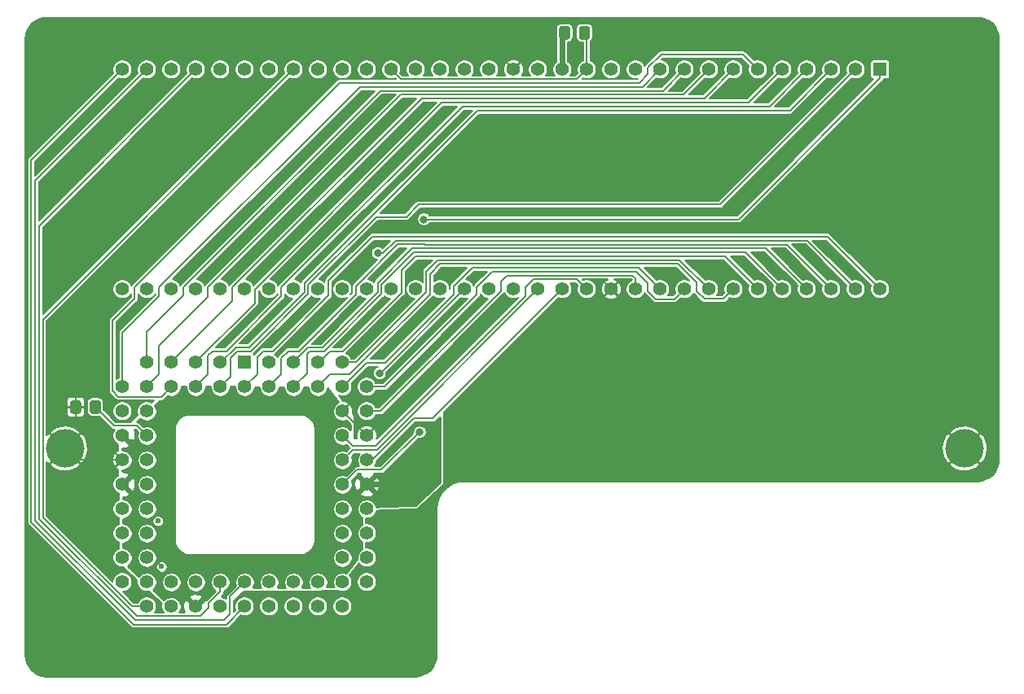
<source format=gbr>
%TF.GenerationSoftware,KiCad,Pcbnew,(5.1.10)-1*%
%TF.CreationDate,2021-07-15T11:36:37+01:00*%
%TF.ProjectId,A600 68k PLCC to DIP64 v2,41363030-2036-4386-9b20-504c43432074,1*%
%TF.SameCoordinates,Original*%
%TF.FileFunction,Copper,L1,Top*%
%TF.FilePolarity,Positive*%
%FSLAX46Y46*%
G04 Gerber Fmt 4.6, Leading zero omitted, Abs format (unit mm)*
G04 Created by KiCad (PCBNEW (5.1.10)-1) date 2021-07-15 11:36:37*
%MOMM*%
%LPD*%
G01*
G04 APERTURE LIST*
%TA.AperFunction,ComponentPad*%
%ADD10C,1.422400*%
%TD*%
%TA.AperFunction,ComponentPad*%
%ADD11R,1.422400X1.422400*%
%TD*%
%TA.AperFunction,ComponentPad*%
%ADD12C,0.700000*%
%TD*%
%TA.AperFunction,ComponentPad*%
%ADD13C,4.000000*%
%TD*%
%TA.AperFunction,ViaPad*%
%ADD14C,0.800000*%
%TD*%
%TA.AperFunction,ViaPad*%
%ADD15C,0.600000*%
%TD*%
%TA.AperFunction,Conductor*%
%ADD16C,0.203200*%
%TD*%
%TA.AperFunction,Conductor*%
%ADD17C,0.609600*%
%TD*%
%TA.AperFunction,Conductor*%
%ADD18C,0.200000*%
%TD*%
%TA.AperFunction,Conductor*%
%ADD19C,0.100000*%
%TD*%
%TA.AperFunction,Conductor*%
%ADD20C,0.254000*%
%TD*%
G04 APERTURE END LIST*
D10*
%TO.P,U1,2*%
%TO.N,/d3*%
X127000000Y-114300000D03*
%TO.P,U1,4*%
%TO.N,/d1*%
X124460000Y-114300000D03*
%TO.P,U1,6*%
%TO.N,/~as*%
X121920000Y-114300000D03*
%TO.P,U1,8*%
%TO.N,/~lds*%
X119380000Y-114300000D03*
%TO.P,U1,68*%
%TO.N,/d5*%
X129540000Y-114300000D03*
%TO.P,U1,66*%
%TO.N,/d7*%
X132080000Y-114300000D03*
%TO.P,U1,64*%
%TO.N,/d9*%
X134620000Y-114300000D03*
%TO.P,U1,62*%
%TO.N,/d11*%
X137160000Y-114300000D03*
D11*
%TO.P,U1,1*%
%TO.N,/d4*%
X129540000Y-111760000D03*
D10*
%TO.P,U1,3*%
%TO.N,/d2*%
X127000000Y-111760000D03*
%TO.P,U1,5*%
%TO.N,/d0*%
X124460000Y-111760000D03*
%TO.P,U1,7*%
%TO.N,/~uds*%
X121920000Y-111760000D03*
%TO.P,U1,9*%
%TO.N,/r~w*%
X119380000Y-111760000D03*
%TO.P,U1,67*%
%TO.N,/d6*%
X132080000Y-111760000D03*
%TO.P,U1,65*%
%TO.N,/d8*%
X134620000Y-111760000D03*
%TO.P,U1,63*%
%TO.N,/d10*%
X137160000Y-111760000D03*
%TO.P,U1,11*%
%TO.N,/~bg*%
X119380000Y-116840000D03*
%TO.P,U1,13*%
%TO.N,Net-(R1-Pad1)*%
X119380000Y-119380000D03*
%TO.P,U1,15*%
%TO.N,/clk*%
X119380000Y-121920000D03*
%TO.P,U1,17*%
%TO.N,GND*%
X119380000Y-124460000D03*
%TO.P,U1,19*%
%TO.N,/~halt*%
X119380000Y-127000000D03*
%TO.P,U1,21*%
%TO.N,/~vma*%
X119380000Y-129540000D03*
%TO.P,U1,23*%
%TO.N,Net-(U1-Pad23)*%
X119380000Y-132080000D03*
%TO.P,U1,25*%
%TO.N,/~ipl2*%
X119380000Y-134620000D03*
%TO.P,U1,10*%
%TO.N,/~dtack*%
X116840000Y-114300000D03*
%TO.P,U1,12*%
%TO.N,/~bgack*%
X116840000Y-116840000D03*
%TO.P,U1,14*%
%TO.N,VCC*%
X116840000Y-119380000D03*
%TO.P,U1,16*%
%TO.N,GND*%
X116840000Y-121920000D03*
%TO.P,U1,18*%
%TO.N,VCC*%
X116840000Y-124460000D03*
%TO.P,U1,20*%
%TO.N,/~reset*%
X116840000Y-127000000D03*
%TO.P,U1,22*%
%TO.N,/e*%
X116840000Y-129540000D03*
%TO.P,U1,24*%
%TO.N,/~berr*%
X116840000Y-132080000D03*
%TO.P,U1,26*%
%TO.N,/~ipl1*%
X116840000Y-134620000D03*
%TO.P,U1,28*%
%TO.N,/fc2*%
X121920000Y-134620000D03*
%TO.P,U1,30*%
%TO.N,/fc0*%
X124460000Y-134620000D03*
%TO.P,U1,32*%
%TO.N,/a1*%
X127000000Y-134620000D03*
%TO.P,U1,34*%
%TO.N,/a3*%
X129540000Y-134620000D03*
%TO.P,U1,36*%
%TO.N,/a5*%
X132080000Y-134620000D03*
%TO.P,U1,38*%
%TO.N,/a7*%
X134620000Y-134620000D03*
%TO.P,U1,40*%
%TO.N,/a9*%
X137160000Y-134620000D03*
%TO.P,U1,42*%
%TO.N,/a11*%
X139700000Y-134620000D03*
%TO.P,U1,44*%
%TO.N,/a13*%
X142240000Y-134620000D03*
%TO.P,U1,27*%
%TO.N,/~ipl0*%
X119380000Y-137160000D03*
%TO.P,U1,29*%
%TO.N,/fc1*%
X121920000Y-137160000D03*
%TO.P,U1,31*%
%TO.N,VCC*%
X124460000Y-137160000D03*
%TO.P,U1,33*%
%TO.N,/a2*%
X127000000Y-137160000D03*
%TO.P,U1,35*%
%TO.N,/a4*%
X129540000Y-137160000D03*
%TO.P,U1,37*%
%TO.N,/a6*%
X132080000Y-137160000D03*
%TO.P,U1,39*%
%TO.N,/a8*%
X134620000Y-137160000D03*
%TO.P,U1,41*%
%TO.N,/a10*%
X137160000Y-137160000D03*
%TO.P,U1,43*%
%TO.N,/a12*%
X139700000Y-137160000D03*
%TO.P,U1,45*%
%TO.N,/a14*%
X139700000Y-132080000D03*
%TO.P,U1,47*%
%TO.N,/a16*%
X139700000Y-129540000D03*
%TO.P,U1,49*%
%TO.N,/a18*%
X139700000Y-127000000D03*
%TO.P,U1,51*%
%TO.N,/a20*%
X139700000Y-124460000D03*
%TO.P,U1,53*%
%TO.N,/a21*%
X139700000Y-121920000D03*
%TO.P,U1,55*%
%TO.N,/a23*%
X139700000Y-119380000D03*
%TO.P,U1,57*%
%TO.N,GND*%
X139700000Y-116840000D03*
%TO.P,U1,59*%
%TO.N,/d14*%
X139700000Y-114300000D03*
%TO.P,U1,61*%
%TO.N,/d12*%
X139700000Y-111760000D03*
%TO.P,U1,46*%
%TO.N,/a15*%
X142240000Y-132080000D03*
%TO.P,U1,48*%
%TO.N,/a17*%
X142240000Y-129540000D03*
%TO.P,U1,50*%
%TO.N,/a19*%
X142240000Y-127000000D03*
%TO.P,U1,52*%
%TO.N,VCC*%
X142240000Y-124460000D03*
%TO.P,U1,54*%
%TO.N,/a22*%
X142240000Y-121920000D03*
%TO.P,U1,56*%
%TO.N,GND*%
X142240000Y-119380000D03*
%TO.P,U1,58*%
%TO.N,/d15*%
X142240000Y-116840000D03*
%TO.P,U1,60*%
%TO.N,/d13*%
X142240000Y-114300000D03*
%TD*%
%TO.P,U2,64*%
%TO.N,/d5*%
X195580000Y-104140000D03*
%TO.P,U2,32*%
%TO.N,/a4*%
X116840000Y-81280000D03*
%TO.P,U2,63*%
%TO.N,/d6*%
X193040000Y-104140000D03*
%TO.P,U2,31*%
%TO.N,/a3*%
X119380000Y-81280000D03*
%TO.P,U2,62*%
%TO.N,/d7*%
X190500000Y-104140000D03*
%TO.P,U2,30*%
%TO.N,/a2*%
X121920000Y-81280000D03*
%TO.P,U2,61*%
%TO.N,/d8*%
X187960000Y-104140000D03*
%TO.P,U2,29*%
%TO.N,/a1*%
X124460000Y-81280000D03*
%TO.P,U2,60*%
%TO.N,/d9*%
X185420000Y-104140000D03*
%TO.P,U2,28*%
%TO.N,/fc0*%
X127000000Y-81280000D03*
%TO.P,U2,59*%
%TO.N,/d10*%
X182880000Y-104140000D03*
%TO.P,U2,27*%
%TO.N,/fc1*%
X129540000Y-81280000D03*
%TO.P,U2,58*%
%TO.N,/d11*%
X180340000Y-104140000D03*
%TO.P,U2,26*%
%TO.N,/fc2*%
X132080000Y-81280000D03*
%TO.P,U2,57*%
%TO.N,/d12*%
X177800000Y-104140000D03*
%TO.P,U2,25*%
%TO.N,/~ipl0*%
X134620000Y-81280000D03*
%TO.P,U2,56*%
%TO.N,/d13*%
X175260000Y-104140000D03*
%TO.P,U2,24*%
%TO.N,/~ipl1*%
X137160000Y-81280000D03*
%TO.P,U2,55*%
%TO.N,/d14*%
X172720000Y-104140000D03*
%TO.P,U2,23*%
%TO.N,/~ipl2*%
X139700000Y-81280000D03*
%TO.P,U2,54*%
%TO.N,/d15*%
X170180000Y-104140000D03*
%TO.P,U2,22*%
%TO.N,/~berr*%
X142240000Y-81280000D03*
%TO.P,U2,53*%
%TO.N,GND*%
X167640000Y-104140000D03*
%TO.P,U2,21*%
%TO.N,Net-(R2-Pad2)*%
X144780000Y-81280000D03*
%TO.P,U2,52*%
%TO.N,/a23*%
X165100000Y-104140000D03*
%TO.P,U2,20*%
%TO.N,/e*%
X147320000Y-81280000D03*
%TO.P,U2,51*%
%TO.N,/a22*%
X162560000Y-104140000D03*
%TO.P,U2,19*%
%TO.N,/~vma*%
X149860000Y-81280000D03*
%TO.P,U2,50*%
%TO.N,/a21*%
X160020000Y-104140000D03*
%TO.P,U2,18*%
%TO.N,/~reset*%
X152400000Y-81280000D03*
%TO.P,U2,49*%
%TO.N,VCC*%
X157480000Y-104140000D03*
%TO.P,U2,17*%
%TO.N,/~halt*%
X154940000Y-81280000D03*
%TO.P,U2,48*%
%TO.N,/a20*%
X154940000Y-104140000D03*
%TO.P,U2,16*%
%TO.N,GND*%
X157480000Y-81280000D03*
%TO.P,U2,47*%
%TO.N,/a19*%
X152400000Y-104140000D03*
%TO.P,U2,15*%
%TO.N,/clk*%
X160020000Y-81280000D03*
%TO.P,U2,46*%
%TO.N,/a18*%
X149860000Y-104140000D03*
%TO.P,U2,14*%
%TO.N,VCC*%
X162560000Y-81280000D03*
%TO.P,U2,45*%
%TO.N,/a17*%
X147320000Y-104140000D03*
%TO.P,U2,13*%
%TO.N,Net-(R2-Pad2)*%
X165100000Y-81280000D03*
%TO.P,U2,44*%
%TO.N,/a16*%
X144780000Y-104140000D03*
%TO.P,U2,12*%
%TO.N,/~bgack*%
X167640000Y-81280000D03*
%TO.P,U2,43*%
%TO.N,/a15*%
X142240000Y-104140000D03*
%TO.P,U2,11*%
%TO.N,/~bg*%
X170180000Y-81280000D03*
%TO.P,U2,42*%
%TO.N,/a14*%
X139700000Y-104140000D03*
%TO.P,U2,10*%
%TO.N,/~dtack*%
X172720000Y-81280000D03*
%TO.P,U2,41*%
%TO.N,/a13*%
X137160000Y-104140000D03*
%TO.P,U2,9*%
%TO.N,/r~w*%
X175260000Y-81280000D03*
%TO.P,U2,40*%
%TO.N,/a12*%
X134620000Y-104140000D03*
%TO.P,U2,8*%
%TO.N,/~lds*%
X177800000Y-81280000D03*
%TO.P,U2,39*%
%TO.N,/a11*%
X132080000Y-104140000D03*
%TO.P,U2,7*%
%TO.N,/~uds*%
X180340000Y-81280000D03*
%TO.P,U2,38*%
%TO.N,/a10*%
X129540000Y-104140000D03*
%TO.P,U2,6*%
%TO.N,/~as*%
X182880000Y-81280000D03*
%TO.P,U2,37*%
%TO.N,/a9*%
X127000000Y-104140000D03*
%TO.P,U2,5*%
%TO.N,/d0*%
X185420000Y-81280000D03*
%TO.P,U2,36*%
%TO.N,/a8*%
X124460000Y-104140000D03*
%TO.P,U2,4*%
%TO.N,/d1*%
X187960000Y-81280000D03*
%TO.P,U2,35*%
%TO.N,/a7*%
X121920000Y-104140000D03*
%TO.P,U2,3*%
%TO.N,/d2*%
X190500000Y-81280000D03*
%TO.P,U2,34*%
%TO.N,/a6*%
X119380000Y-104140000D03*
%TO.P,U2,2*%
%TO.N,/d3*%
X193040000Y-81280000D03*
%TO.P,U2,33*%
%TO.N,/a5*%
X116840000Y-104140000D03*
D11*
%TO.P,U2,1*%
%TO.N,/d4*%
X195580000Y-81280000D03*
%TD*%
%TO.P,R1,2*%
%TO.N,GND*%
%TA.AperFunction,SMDPad,CuDef*%
G36*
G01*
X112554600Y-115958199D02*
X112554600Y-116858201D01*
G75*
G02*
X112304601Y-117108200I-249999J0D01*
G01*
X111654599Y-117108200D01*
G75*
G02*
X111404600Y-116858201I0J249999D01*
G01*
X111404600Y-115958199D01*
G75*
G02*
X111654599Y-115708200I249999J0D01*
G01*
X112304601Y-115708200D01*
G75*
G02*
X112554600Y-115958199I0J-249999D01*
G01*
G37*
%TD.AperFunction*%
%TO.P,R1,1*%
%TO.N,Net-(R1-Pad1)*%
%TA.AperFunction,SMDPad,CuDef*%
G36*
G01*
X114604600Y-115958199D02*
X114604600Y-116858201D01*
G75*
G02*
X114354601Y-117108200I-249999J0D01*
G01*
X113704599Y-117108200D01*
G75*
G02*
X113454600Y-116858201I0J249999D01*
G01*
X113454600Y-115958199D01*
G75*
G02*
X113704599Y-115708200I249999J0D01*
G01*
X114354601Y-115708200D01*
G75*
G02*
X114604600Y-115958199I0J-249999D01*
G01*
G37*
%TD.AperFunction*%
%TD*%
%TO.P,R2,2*%
%TO.N,Net-(R2-Pad2)*%
%TA.AperFunction,SMDPad,CuDef*%
G36*
G01*
X164280000Y-77920001D02*
X164280000Y-77019999D01*
G75*
G02*
X164529999Y-76770000I249999J0D01*
G01*
X165180001Y-76770000D01*
G75*
G02*
X165430000Y-77019999I0J-249999D01*
G01*
X165430000Y-77920001D01*
G75*
G02*
X165180001Y-78170000I-249999J0D01*
G01*
X164529999Y-78170000D01*
G75*
G02*
X164280000Y-77920001I0J249999D01*
G01*
G37*
%TD.AperFunction*%
%TO.P,R2,1*%
%TO.N,VCC*%
%TA.AperFunction,SMDPad,CuDef*%
G36*
G01*
X162230000Y-77920001D02*
X162230000Y-77019999D01*
G75*
G02*
X162479999Y-76770000I249999J0D01*
G01*
X163130001Y-76770000D01*
G75*
G02*
X163380000Y-77019999I0J-249999D01*
G01*
X163380000Y-77920001D01*
G75*
G02*
X163130001Y-78170000I-249999J0D01*
G01*
X162479999Y-78170000D01*
G75*
G02*
X162230000Y-77920001I0J249999D01*
G01*
G37*
%TD.AperFunction*%
%TD*%
D12*
%TO.P,H1,1*%
%TO.N,GND*%
X111941000Y-119669000D03*
X110880000Y-119230000D03*
X109819000Y-119669000D03*
X109380000Y-120730000D03*
X109819000Y-121791000D03*
X110880000Y-122230000D03*
X111941000Y-121791000D03*
X112380000Y-120730000D03*
D13*
X110880000Y-120730000D03*
%TD*%
D12*
%TO.P,H2,1*%
%TO.N,GND*%
X205441000Y-119669000D03*
X204380000Y-119230000D03*
X203319000Y-119669000D03*
X202880000Y-120730000D03*
X203319000Y-121791000D03*
X204380000Y-122230000D03*
X205441000Y-121791000D03*
X205880000Y-120730000D03*
D13*
X204380000Y-120730000D03*
%TD*%
D14*
%TO.N,VCC*%
X149504400Y-118541800D03*
X149479000Y-120878600D03*
X149479000Y-122021600D03*
X149479000Y-123215400D03*
X149491700Y-119722900D03*
%TO.N,/a19*%
X143586339Y-112890300D03*
%TO.N,/a20*%
X147712100Y-118999000D03*
%TO.N,/d6*%
X143385185Y-100396610D03*
%TO.N,/d4*%
X148183600Y-96875600D03*
D15*
%TO.N,GND*%
X145542000Y-106045000D03*
X143129000Y-106299000D03*
X130683000Y-106553000D03*
X147370800Y-107315000D03*
X149148800Y-108331000D03*
X119634000Y-100584000D03*
X107995476Y-77139999D03*
X107995476Y-88339999D03*
X107995476Y-130739999D03*
X107995476Y-141939999D03*
X109347000Y-98742500D03*
X109595476Y-109139999D03*
X111995476Y-117939999D03*
X113595476Y-82739999D03*
X113595476Y-136339999D03*
X114935000Y-93139999D03*
X117595476Y-143539999D03*
X119195476Y-77139999D03*
X120523000Y-87503000D03*
X120523000Y-128270000D03*
X125595476Y-140339999D03*
X128016000Y-78994000D03*
X133595476Y-143539999D03*
X136795476Y-77139999D03*
X140795476Y-139539999D03*
X143195476Y-97939999D03*
X143995476Y-131539999D03*
X145595476Y-79539999D03*
X147995476Y-143539999D03*
X148795476Y-113139999D03*
X151511000Y-93939999D03*
X153595476Y-102739999D03*
X154395476Y-77139999D03*
X159181800Y-97586800D03*
X160795476Y-123539999D03*
X163830000Y-79121000D03*
X163995476Y-115539999D03*
X164795476Y-90739999D03*
X165595476Y-105939999D03*
X169595476Y-97939999D03*
X169595476Y-121139999D03*
X171195476Y-111539999D03*
X171995476Y-86739999D03*
X173595476Y-77139999D03*
X176795476Y-93139999D03*
X176795476Y-105939999D03*
X176795476Y-117139999D03*
X179995476Y-83539999D03*
X181595476Y-123539999D03*
X182395476Y-111539999D03*
X183195476Y-97939999D03*
X184795476Y-77139999D03*
X186395476Y-89139999D03*
X187195476Y-117939999D03*
X187995476Y-105939999D03*
X191995476Y-83539999D03*
X191995476Y-94739999D03*
X192795476Y-112339999D03*
X192795476Y-123539999D03*
X195995476Y-101939999D03*
X196795476Y-77139999D03*
X197595476Y-89139999D03*
X198395476Y-117939999D03*
X200795476Y-108339999D03*
X201595476Y-97155000D03*
X202395476Y-82739999D03*
X205595476Y-123539999D03*
X206395476Y-103505000D03*
X207195476Y-90739999D03*
X207195476Y-113139999D03*
X173558200Y-102412800D03*
X116713000Y-107442000D03*
X134302500Y-101663500D03*
X145351500Y-100520500D03*
X151511000Y-102171500D03*
X144272000Y-107315000D03*
X143002000Y-108585000D03*
X141986000Y-109601000D03*
X138074400Y-108839000D03*
X143383000Y-111125000D03*
X136906000Y-107378500D03*
X134366000Y-107442000D03*
X131762500Y-107442000D03*
X126492000Y-85598000D03*
X127508000Y-98425000D03*
X130048000Y-98425000D03*
X132461000Y-98425000D03*
X135001000Y-98425000D03*
X137541000Y-98425000D03*
X139954000Y-98425000D03*
X120904000Y-133019800D03*
X139547600Y-107340400D03*
X153670000Y-108356400D03*
%TD*%
D16*
%TO.N,Net-(R1-Pad1)*%
X115988599Y-118367199D02*
X114029600Y-116408200D01*
X118367199Y-118367199D02*
X115988599Y-118367199D01*
X119380000Y-119380000D02*
X118367199Y-118367199D01*
%TO.N,Net-(R2-Pad2)*%
X165100000Y-81280000D02*
X165100000Y-77715000D01*
X165100000Y-77715000D02*
X164855000Y-77470000D01*
X145792801Y-82292801D02*
X144780000Y-81280000D01*
X165100000Y-81280000D02*
X164087199Y-82292801D01*
X164087199Y-82292801D02*
X145792801Y-82292801D01*
D17*
%TO.N,VCC*%
X162560000Y-81280000D02*
X162560000Y-77715000D01*
X162560000Y-77715000D02*
X162805000Y-77470000D01*
X117475000Y-120015000D02*
X116840000Y-119380000D01*
X140970000Y-125730000D02*
X139243200Y-125730000D01*
X142240000Y-124460000D02*
X140970000Y-125730000D01*
X123257600Y-115951000D02*
X120504141Y-118704459D01*
X137668000Y-124154800D02*
X137668000Y-118033800D01*
X137668000Y-118033800D02*
X135585200Y-115951000D01*
X120504141Y-118704459D02*
X120596001Y-118796319D01*
X118215318Y-120015000D02*
X117475000Y-120015000D01*
X120596001Y-118796319D02*
X120596001Y-119963681D01*
X118796319Y-120596001D02*
X118215318Y-120015000D01*
X135585200Y-115951000D02*
X123257600Y-115951000D01*
X120596001Y-119963681D02*
X119963681Y-120596001D01*
X118904317Y-120596001D02*
X119097401Y-120596001D01*
X118163999Y-121336319D02*
X118904317Y-120596001D01*
X119097401Y-120596001D02*
X118796319Y-120596001D01*
X118163999Y-123136001D02*
X118163999Y-121336319D01*
X116840000Y-124460000D02*
X118163999Y-123136001D01*
X119963681Y-120596001D02*
X119097401Y-120596001D01*
X125676001Y-135943999D02*
X125676001Y-134144317D01*
X124460000Y-137160000D02*
X125676001Y-135943999D01*
X125676001Y-134144317D02*
X126444918Y-133375400D01*
X126444918Y-133375400D02*
X136423400Y-133375400D01*
X138483999Y-125091801D02*
X138544500Y-125031300D01*
X138483999Y-131314801D02*
X138483999Y-125091801D01*
X136423400Y-133375400D02*
X138483999Y-131314801D01*
X138544500Y-125031300D02*
X137668000Y-124154800D01*
X139243200Y-125730000D02*
X138544500Y-125031300D01*
X144754600Y-124460000D02*
X149491700Y-119722900D01*
X142240000Y-124460000D02*
X144754600Y-124460000D01*
D16*
%TO.N,/d13*%
X170265777Y-102320777D02*
X155285423Y-102320777D01*
X155285423Y-102320777D02*
X153670000Y-103936200D01*
X174213800Y-105186200D02*
X172295200Y-105186200D01*
X153670000Y-103936200D02*
X153670000Y-104724200D01*
X175260000Y-104140000D02*
X174213800Y-105186200D01*
X144094200Y-114300000D02*
X142240000Y-114300000D01*
X171450000Y-104341000D02*
X171450000Y-103505000D01*
X153670000Y-104724200D02*
X144094200Y-114300000D01*
X172295200Y-105186200D02*
X171450000Y-104341000D01*
X171450000Y-103505000D02*
X170265777Y-102320777D01*
%TO.N,/d15*%
X143672900Y-116840000D02*
X142240000Y-116840000D01*
X156184600Y-104328300D02*
X143672900Y-116840000D01*
X170180000Y-103047800D02*
X169856188Y-102723988D01*
X170180000Y-104140000D02*
X170180000Y-103047800D01*
X156770712Y-102723988D02*
X156184600Y-103310100D01*
X169856188Y-102723988D02*
X156770712Y-102723988D01*
X156184600Y-103310100D02*
X156184600Y-104328300D01*
%TO.N,/a22*%
X162560000Y-104140000D02*
X149090900Y-117609100D01*
X142810226Y-121920000D02*
X142240000Y-121920000D01*
X149090900Y-117609100D02*
X147121126Y-117609100D01*
X147121126Y-117609100D02*
X142810226Y-121920000D01*
%TO.N,/a19*%
X152400000Y-104140000D02*
X143649700Y-112890300D01*
X143649700Y-112890300D02*
X143586339Y-112890300D01*
%TO.N,/d12*%
X174745744Y-101111144D02*
X177774600Y-104140000D01*
X141132900Y-111760000D02*
X148421800Y-104471100D01*
X177774600Y-104140000D02*
X177800000Y-104140000D01*
X148421800Y-102301600D02*
X149612256Y-101111144D01*
X139700000Y-111760000D02*
X141132900Y-111760000D01*
X149612256Y-101111144D02*
X174745744Y-101111144D01*
X148421800Y-104471100D02*
X148421800Y-102301600D01*
%TO.N,/d14*%
X151272800Y-103834500D02*
X153189734Y-101917566D01*
X151272800Y-104683000D02*
X151272800Y-103834500D01*
X142240000Y-111823500D02*
X144132300Y-111823500D01*
X153189734Y-101917566D02*
X170497566Y-101917566D01*
X139700000Y-114300000D02*
X139763500Y-114300000D01*
X144132300Y-111823500D02*
X151272800Y-104683000D01*
X139763500Y-114300000D02*
X142240000Y-111823500D01*
X170497566Y-101917566D02*
X172720000Y-104140000D01*
%TO.N,/a23*%
X159533855Y-103127199D02*
X164087199Y-103127199D01*
X140768100Y-120448100D02*
X143140400Y-120448100D01*
X164388801Y-103428801D02*
X165100000Y-104140000D01*
X143140400Y-120448100D02*
X158750000Y-104838500D01*
X158750000Y-103911054D02*
X159533855Y-103127199D01*
X164087199Y-103127199D02*
X164388801Y-103428801D01*
X139700000Y-119380000D02*
X140768100Y-120448100D01*
X158750000Y-104838500D02*
X158750000Y-103911054D01*
%TO.N,/a21*%
X140768300Y-120851700D02*
X139700000Y-121920000D01*
X143308300Y-120851700D02*
X140768300Y-120851700D01*
X160020000Y-104140000D02*
X143308300Y-120851700D01*
%TO.N,/a20*%
X143775100Y-122936000D02*
X147712100Y-118999000D01*
X139700000Y-124460000D02*
X141224000Y-122936000D01*
X141224000Y-122936000D02*
X143775100Y-122936000D01*
%TO.N,/a4*%
X118028722Y-139043400D02*
X127656600Y-139043400D01*
X107365801Y-128380479D02*
X118028722Y-139043400D01*
X107365800Y-90754200D02*
X107365801Y-128380479D01*
X127656600Y-139043400D02*
X129540000Y-137160000D01*
X116840000Y-81280000D02*
X107365800Y-90754200D01*
%TO.N,/~ipl0*%
X108575433Y-107324567D02*
X108575433Y-127879433D01*
X134620000Y-81280000D02*
X108575433Y-107324567D01*
X117856000Y-137160000D02*
X119380000Y-137160000D01*
X108575433Y-127879433D02*
X117856000Y-137160000D01*
%TO.N,/a3*%
X128012801Y-136147199D02*
X129540000Y-134620000D01*
X128012801Y-137950599D02*
X128012801Y-136147199D01*
X127387388Y-138576012D02*
X128012801Y-137950599D01*
X118131560Y-138576012D02*
X127387388Y-138576012D01*
X107769011Y-128213463D02*
X118131560Y-138576012D01*
X107769011Y-92890989D02*
X107769011Y-128213463D01*
X119380000Y-81280000D02*
X107769011Y-92890989D01*
%TO.N,/a1*%
X125831946Y-137287000D02*
X125831946Y-136793842D01*
X127000000Y-135625788D02*
X127000000Y-134620000D01*
X124460000Y-81280000D02*
X108172222Y-97567778D01*
X108172222Y-97567778D02*
X108172222Y-128046448D01*
X108172222Y-128046448D02*
X118298575Y-138172801D01*
X118298575Y-138172801D02*
X124946145Y-138172801D01*
X124946145Y-138172801D02*
X125831946Y-137287000D01*
X125831946Y-136793842D02*
X127000000Y-135625788D01*
%TO.N,/~dtack*%
X141526881Y-83099219D02*
X170900781Y-83099219D01*
X170900781Y-83099219D02*
X172720000Y-81280000D01*
X116840000Y-114300000D02*
X116840000Y-108712000D01*
X116840000Y-108712000D02*
X120650000Y-104902000D01*
X120650000Y-104902000D02*
X120650000Y-103976100D01*
X120650000Y-103976100D02*
X141526881Y-83099219D01*
%TO.N,/d10*%
X137287000Y-111760000D02*
X137160000Y-111760000D01*
X138430000Y-110617000D02*
X137287000Y-111760000D01*
X139777800Y-110617000D02*
X138430000Y-110617000D01*
X179447934Y-100707934D02*
X147297666Y-100707934D01*
X145872200Y-102133400D02*
X145872200Y-104522600D01*
X182880000Y-104140000D02*
X179447934Y-100707934D01*
X147297666Y-100707934D02*
X145872200Y-102133400D01*
X145872200Y-104522600D02*
X139777800Y-110617000D01*
%TO.N,/d8*%
X183734033Y-99914033D02*
X187248801Y-103428801D01*
X179782004Y-99901513D02*
X179794524Y-99914033D01*
X146963636Y-99901512D02*
X179782004Y-99901513D01*
X143359100Y-104482674D02*
X143359100Y-103506048D01*
X137605774Y-110236000D02*
X143359100Y-104482674D01*
X187248801Y-103428801D02*
X187960000Y-104140000D01*
X134631426Y-111760000D02*
X136155426Y-110236000D01*
X136155426Y-110236000D02*
X137605774Y-110236000D01*
X134620000Y-111760000D02*
X134631426Y-111760000D01*
X143359100Y-103506048D02*
X146963636Y-99901512D01*
X179794524Y-99914033D02*
X183734033Y-99914033D01*
%TO.N,/d6*%
X145257211Y-99090269D02*
X143950870Y-100396610D01*
X143950870Y-100396610D02*
X143385185Y-100396610D01*
X187990269Y-99090269D02*
X145257211Y-99090269D01*
X193040000Y-104140000D02*
X187990269Y-99090269D01*
%TO.N,/r~w*%
X173037569Y-83502431D02*
X143637000Y-83502431D01*
X143637000Y-83502431D02*
X143637000Y-83526400D01*
X175260000Y-81280000D02*
X173037569Y-83502431D01*
X119380000Y-108635800D02*
X119380000Y-111760000D01*
X143637000Y-83526400D02*
X123190000Y-103973400D01*
X123190000Y-104825800D02*
X119380000Y-108635800D01*
X123190000Y-103973400D02*
X123190000Y-104825800D01*
%TO.N,/~uds*%
X177311148Y-84308852D02*
X180340000Y-81280000D01*
X128270000Y-103974900D02*
X147936048Y-84308852D01*
X128270000Y-105410000D02*
X128270000Y-103974900D01*
X121920000Y-111760000D02*
X128270000Y-105410000D01*
X147936048Y-84308852D02*
X177311148Y-84308852D01*
%TO.N,/d0*%
X130608300Y-104170000D02*
X150040711Y-84737589D01*
X124460000Y-111760000D02*
X130608300Y-105611700D01*
X130608300Y-105611700D02*
X130608300Y-104170000D01*
X181962411Y-84737589D02*
X185420000Y-81280000D01*
X150040711Y-84737589D02*
X181962411Y-84737589D01*
%TO.N,/d2*%
X186207400Y-85572600D02*
X190500000Y-81280000D01*
X127062226Y-111760000D02*
X128649726Y-110172500D01*
X153723900Y-85572600D02*
X186207400Y-85572600D01*
X135743400Y-103553100D02*
X153723900Y-85572600D01*
X128649726Y-110172500D02*
X130028900Y-110172500D01*
X127000000Y-111760000D02*
X127062226Y-111760000D01*
X135743400Y-104458000D02*
X135743400Y-103553100D01*
X130028900Y-110172500D02*
X135743400Y-104458000D01*
%TO.N,/d4*%
X180898800Y-96875600D02*
X148183600Y-96875600D01*
X195580000Y-81280000D02*
X195580000Y-82194400D01*
X195580000Y-82194400D02*
X180898800Y-96875600D01*
%TO.N,/d11*%
X177312300Y-105155900D02*
X179324100Y-105155900D01*
X140463274Y-113030000D02*
X142072985Y-111420289D01*
X148825400Y-102558400D02*
X149869445Y-101514355D01*
X149869445Y-101514355D02*
X174578729Y-101514355D01*
X148825400Y-104679900D02*
X148825400Y-102558400D01*
X174578729Y-101514355D02*
X176504600Y-103440226D01*
X176504600Y-103440226D02*
X176504600Y-104348200D01*
X176504600Y-104348200D02*
X177312300Y-105155900D01*
X137160000Y-114300000D02*
X138430000Y-113030000D01*
X179324100Y-105155900D02*
X180340000Y-104140000D01*
X142085011Y-111420289D02*
X148825400Y-104679900D01*
X142072985Y-111420289D02*
X142085011Y-111420289D01*
X138430000Y-113030000D02*
X140463274Y-113030000D01*
%TO.N,/d9*%
X184708801Y-103428801D02*
X185420000Y-104140000D01*
X136322441Y-110639211D02*
X137772790Y-110639210D01*
X137772790Y-110639210D02*
X143762700Y-104649300D01*
X179614988Y-100304723D02*
X179627534Y-100317269D01*
X136040300Y-110921352D02*
X136322441Y-110639211D01*
X143762700Y-103672674D02*
X147130651Y-100304723D01*
X136040300Y-112879700D02*
X136040300Y-110921352D01*
X134620000Y-114300000D02*
X136040300Y-112879700D01*
X147130651Y-100304723D02*
X179614988Y-100304723D01*
X181597269Y-100317269D02*
X184708801Y-103428801D01*
X143762700Y-104649300D02*
X143762700Y-103672674D01*
X179627534Y-100317269D02*
X181597269Y-100317269D01*
%TO.N,/d7*%
X133350000Y-111315500D02*
X133350000Y-113030000D01*
X141122400Y-104698800D02*
X135204200Y-110617000D01*
X141122400Y-103824800D02*
X141122400Y-104698800D01*
X148323799Y-99493479D02*
X145453721Y-99493479D01*
X148328624Y-99498304D02*
X148323799Y-99493479D01*
X179961499Y-99510822D02*
X179948979Y-99498304D01*
X185870822Y-99510822D02*
X179961499Y-99510822D01*
X190500000Y-104140000D02*
X185870822Y-99510822D01*
X135204200Y-110617000D02*
X134048500Y-110617000D01*
X134048500Y-110617000D02*
X133350000Y-111315500D01*
X145453721Y-99493479D02*
X141122400Y-103824800D01*
X179948979Y-99498304D02*
X148328624Y-99498304D01*
X133350000Y-113030000D02*
X132080000Y-114300000D01*
%TO.N,/d5*%
X130873500Y-112966500D02*
X129540000Y-114300000D01*
X190127059Y-98687059D02*
X142822241Y-98687059D01*
X131451200Y-110610800D02*
X130873500Y-111188500D01*
X132467200Y-110610800D02*
X131451200Y-110610800D01*
X195580000Y-104140000D02*
X190127059Y-98687059D01*
X142822241Y-98687059D02*
X138252200Y-103257100D01*
X138252200Y-103257100D02*
X138252200Y-104825800D01*
X130873500Y-111188500D02*
X130873500Y-112966500D01*
X138252200Y-104825800D02*
X132467200Y-110610800D01*
%TO.N,/~lds*%
X120650000Y-113030000D02*
X119380000Y-114300000D01*
X177800000Y-81280000D02*
X175174359Y-83905641D01*
X120650000Y-110050800D02*
X120650000Y-113030000D01*
X145792459Y-83905641D02*
X125730000Y-103968100D01*
X125730000Y-104970800D02*
X120650000Y-110050800D01*
X175174359Y-83905641D02*
X145792459Y-83905641D01*
X125730000Y-103968100D02*
X125730000Y-104970800D01*
%TO.N,/~as*%
X115825900Y-114728800D02*
X116427600Y-115330500D01*
X118110000Y-103967000D02*
X118110000Y-105153200D01*
X170541992Y-82696008D02*
X139380992Y-82696008D01*
X139380992Y-82696008D02*
X118110000Y-103967000D01*
X181330600Y-79730600D02*
X172822300Y-79730600D01*
X115825900Y-107437300D02*
X115825900Y-114728800D01*
X182880000Y-81280000D02*
X181330600Y-79730600D01*
X172822300Y-79730600D02*
X171450000Y-81102900D01*
X118110000Y-105153200D02*
X115825900Y-107437300D01*
X171450000Y-81102900D02*
X171450000Y-81788000D01*
X171450000Y-81788000D02*
X170541992Y-82696008D01*
X116427600Y-115330500D02*
X120889500Y-115330500D01*
X120889500Y-115330500D02*
X121920000Y-114300000D01*
%TO.N,/d1*%
X184099200Y-85140800D02*
X187960000Y-81280000D01*
X133350000Y-103977300D02*
X152186500Y-85140800D01*
X133350000Y-104902000D02*
X133350000Y-103977300D01*
X152186500Y-85140800D02*
X184099200Y-85140800D01*
X126187200Y-110617000D02*
X127635000Y-110617000D01*
X124460000Y-114300000D02*
X125730000Y-113030000D01*
X125730000Y-113030000D02*
X125730000Y-111074200D01*
X127635000Y-110617000D02*
X133350000Y-104902000D01*
X125730000Y-111074200D02*
X126187200Y-110617000D01*
%TO.N,/d3*%
X128080500Y-113219500D02*
X127000000Y-114300000D01*
X128080500Y-111322300D02*
X128080500Y-113219500D01*
X130164100Y-110617000D02*
X128785800Y-110617000D01*
X136146900Y-104634200D02*
X130164100Y-110617000D01*
X136146900Y-103720300D02*
X136146900Y-104634200D01*
X146329400Y-96621600D02*
X143245600Y-96621600D01*
X128785800Y-110617000D02*
X128080500Y-111322300D01*
X193040000Y-81280000D02*
X178993800Y-95326200D01*
X178993800Y-95326200D02*
X147624800Y-95326200D01*
X147624800Y-95326200D02*
X146329400Y-96621600D01*
X143245600Y-96621600D02*
X136146900Y-103720300D01*
%TO.N,GND*%
X142240000Y-119380000D02*
X139700000Y-116840000D01*
X112070000Y-121920000D02*
X110880000Y-120730000D01*
X116840000Y-121920000D02*
X112070000Y-121920000D01*
%TD*%
D18*
%TO.N,GND*%
X206169926Y-75933713D02*
X206583478Y-76058572D01*
X206964900Y-76261378D01*
X207299667Y-76534406D01*
X207575024Y-76867256D01*
X207780491Y-77247260D01*
X207908232Y-77659923D01*
X207954998Y-78104871D01*
X207955000Y-78105564D01*
X207955001Y-121904093D01*
X207911287Y-122349925D01*
X207786428Y-122763478D01*
X207583624Y-123144898D01*
X207310593Y-123479667D01*
X206977743Y-123755024D01*
X206597744Y-123960489D01*
X206185078Y-124088232D01*
X205740129Y-124134998D01*
X205739436Y-124135000D01*
X152384039Y-124135000D01*
X152383472Y-124135056D01*
X152381132Y-124135064D01*
X152367008Y-124136499D01*
X152352813Y-124136400D01*
X152348297Y-124136842D01*
X151855290Y-124188659D01*
X151826416Y-124194586D01*
X151797502Y-124200102D01*
X151793157Y-124201413D01*
X151319605Y-124348003D01*
X151292479Y-124359406D01*
X151265139Y-124370452D01*
X151261132Y-124372582D01*
X150825072Y-124608359D01*
X150800652Y-124624831D01*
X150776004Y-124640960D01*
X150772487Y-124643828D01*
X150390528Y-124959812D01*
X150369782Y-124980703D01*
X150348726Y-125001323D01*
X150345833Y-125004819D01*
X150032523Y-125388975D01*
X150016205Y-125413536D01*
X149999581Y-125437815D01*
X149997422Y-125441807D01*
X149764695Y-125879503D01*
X149753492Y-125906685D01*
X149741866Y-125933810D01*
X149740524Y-125938145D01*
X149597245Y-126412710D01*
X149591526Y-126441594D01*
X149585400Y-126470417D01*
X149584925Y-126474930D01*
X149536551Y-126968285D01*
X149536551Y-126968293D01*
X149535000Y-126984040D01*
X149535001Y-142224093D01*
X149491287Y-142669925D01*
X149366428Y-143083478D01*
X149163624Y-143464898D01*
X148890593Y-143799667D01*
X148557743Y-144075024D01*
X148177744Y-144280489D01*
X147765078Y-144408232D01*
X147320129Y-144454998D01*
X147319436Y-144455000D01*
X108981897Y-144455000D01*
X108536075Y-144411287D01*
X108122522Y-144286428D01*
X107741102Y-144083624D01*
X107406333Y-143810593D01*
X107130976Y-143477743D01*
X106925511Y-143097744D01*
X106797768Y-142685078D01*
X106751002Y-142240129D01*
X106751000Y-142239436D01*
X106751000Y-90754200D01*
X106962257Y-90754200D01*
X106964200Y-90773925D01*
X106964202Y-128360744D01*
X106962258Y-128380479D01*
X106969105Y-128449991D01*
X106970013Y-128459206D01*
X106992977Y-128534908D01*
X107030268Y-128604675D01*
X107080454Y-128665827D01*
X107095778Y-128678403D01*
X117730798Y-139313424D01*
X117743374Y-139328748D01*
X117758696Y-139341322D01*
X117804524Y-139378933D01*
X117804526Y-139378934D01*
X117874293Y-139416225D01*
X117949995Y-139439189D01*
X118008995Y-139445000D01*
X118009003Y-139445000D01*
X118028721Y-139446942D01*
X118048439Y-139445000D01*
X127636875Y-139445000D01*
X127656600Y-139446943D01*
X127676325Y-139445000D01*
X127676327Y-139445000D01*
X127735327Y-139439189D01*
X127811029Y-139416225D01*
X127880796Y-139378934D01*
X127941948Y-139328748D01*
X127954529Y-139313418D01*
X129167661Y-138100287D01*
X129245044Y-138132340D01*
X129440405Y-138171200D01*
X129639595Y-138171200D01*
X129834956Y-138132340D01*
X130018983Y-138056114D01*
X130184603Y-137945451D01*
X130325451Y-137804603D01*
X130436114Y-137638983D01*
X130512340Y-137454956D01*
X130551200Y-137259595D01*
X130551200Y-137060405D01*
X131068800Y-137060405D01*
X131068800Y-137259595D01*
X131107660Y-137454956D01*
X131183886Y-137638983D01*
X131294549Y-137804603D01*
X131435397Y-137945451D01*
X131601017Y-138056114D01*
X131785044Y-138132340D01*
X131980405Y-138171200D01*
X132179595Y-138171200D01*
X132374956Y-138132340D01*
X132558983Y-138056114D01*
X132724603Y-137945451D01*
X132865451Y-137804603D01*
X132976114Y-137638983D01*
X133052340Y-137454956D01*
X133091200Y-137259595D01*
X133091200Y-137060405D01*
X133608800Y-137060405D01*
X133608800Y-137259595D01*
X133647660Y-137454956D01*
X133723886Y-137638983D01*
X133834549Y-137804603D01*
X133975397Y-137945451D01*
X134141017Y-138056114D01*
X134325044Y-138132340D01*
X134520405Y-138171200D01*
X134719595Y-138171200D01*
X134914956Y-138132340D01*
X135098983Y-138056114D01*
X135264603Y-137945451D01*
X135405451Y-137804603D01*
X135516114Y-137638983D01*
X135592340Y-137454956D01*
X135631200Y-137259595D01*
X135631200Y-137060405D01*
X136148800Y-137060405D01*
X136148800Y-137259595D01*
X136187660Y-137454956D01*
X136263886Y-137638983D01*
X136374549Y-137804603D01*
X136515397Y-137945451D01*
X136681017Y-138056114D01*
X136865044Y-138132340D01*
X137060405Y-138171200D01*
X137259595Y-138171200D01*
X137454956Y-138132340D01*
X137638983Y-138056114D01*
X137804603Y-137945451D01*
X137945451Y-137804603D01*
X138056114Y-137638983D01*
X138132340Y-137454956D01*
X138171200Y-137259595D01*
X138171200Y-137060405D01*
X138688800Y-137060405D01*
X138688800Y-137259595D01*
X138727660Y-137454956D01*
X138803886Y-137638983D01*
X138914549Y-137804603D01*
X139055397Y-137945451D01*
X139221017Y-138056114D01*
X139405044Y-138132340D01*
X139600405Y-138171200D01*
X139799595Y-138171200D01*
X139994956Y-138132340D01*
X140178983Y-138056114D01*
X140344603Y-137945451D01*
X140485451Y-137804603D01*
X140596114Y-137638983D01*
X140672340Y-137454956D01*
X140711200Y-137259595D01*
X140711200Y-137060405D01*
X140672340Y-136865044D01*
X140596114Y-136681017D01*
X140485451Y-136515397D01*
X140344603Y-136374549D01*
X140178983Y-136263886D01*
X139994956Y-136187660D01*
X139799595Y-136148800D01*
X139600405Y-136148800D01*
X139405044Y-136187660D01*
X139221017Y-136263886D01*
X139055397Y-136374549D01*
X138914549Y-136515397D01*
X138803886Y-136681017D01*
X138727660Y-136865044D01*
X138688800Y-137060405D01*
X138171200Y-137060405D01*
X138132340Y-136865044D01*
X138056114Y-136681017D01*
X137945451Y-136515397D01*
X137804603Y-136374549D01*
X137638983Y-136263886D01*
X137454956Y-136187660D01*
X137259595Y-136148800D01*
X137060405Y-136148800D01*
X136865044Y-136187660D01*
X136681017Y-136263886D01*
X136515397Y-136374549D01*
X136374549Y-136515397D01*
X136263886Y-136681017D01*
X136187660Y-136865044D01*
X136148800Y-137060405D01*
X135631200Y-137060405D01*
X135592340Y-136865044D01*
X135516114Y-136681017D01*
X135405451Y-136515397D01*
X135264603Y-136374549D01*
X135098983Y-136263886D01*
X134914956Y-136187660D01*
X134719595Y-136148800D01*
X134520405Y-136148800D01*
X134325044Y-136187660D01*
X134141017Y-136263886D01*
X133975397Y-136374549D01*
X133834549Y-136515397D01*
X133723886Y-136681017D01*
X133647660Y-136865044D01*
X133608800Y-137060405D01*
X133091200Y-137060405D01*
X133052340Y-136865044D01*
X132976114Y-136681017D01*
X132865451Y-136515397D01*
X132724603Y-136374549D01*
X132558983Y-136263886D01*
X132374956Y-136187660D01*
X132179595Y-136148800D01*
X131980405Y-136148800D01*
X131785044Y-136187660D01*
X131601017Y-136263886D01*
X131435397Y-136374549D01*
X131294549Y-136515397D01*
X131183886Y-136681017D01*
X131107660Y-136865044D01*
X131068800Y-137060405D01*
X130551200Y-137060405D01*
X130512340Y-136865044D01*
X130436114Y-136681017D01*
X130325451Y-136515397D01*
X130184603Y-136374549D01*
X130018983Y-136263886D01*
X129834956Y-136187660D01*
X129639595Y-136148800D01*
X129440405Y-136148800D01*
X129245044Y-136187660D01*
X129061017Y-136263886D01*
X128895397Y-136374549D01*
X128754549Y-136515397D01*
X128643886Y-136681017D01*
X128567660Y-136865044D01*
X128528800Y-137060405D01*
X128528800Y-137259595D01*
X128567660Y-137454956D01*
X128599713Y-137532339D01*
X128414401Y-137717651D01*
X128414401Y-136624030D01*
X129455661Y-135631200D01*
X129639595Y-135631200D01*
X129778160Y-135603637D01*
X131789184Y-135593163D01*
X131980405Y-135631200D01*
X132179595Y-135631200D01*
X132374956Y-135592340D01*
X132380402Y-135590084D01*
X134295517Y-135580110D01*
X134325044Y-135592340D01*
X134520405Y-135631200D01*
X134719595Y-135631200D01*
X134914956Y-135592340D01*
X134952747Y-135576687D01*
X136803976Y-135567045D01*
X136865044Y-135592340D01*
X137060405Y-135631200D01*
X137259595Y-135631200D01*
X137454956Y-135592340D01*
X137525092Y-135563289D01*
X139117362Y-135554996D01*
X139158897Y-135551888D01*
X139215989Y-135537776D01*
X139242868Y-135525165D01*
X139405044Y-135592340D01*
X139600405Y-135631200D01*
X139799595Y-135631200D01*
X139994956Y-135592340D01*
X140178983Y-135516114D01*
X140344603Y-135405451D01*
X140485451Y-135264603D01*
X140596114Y-135098983D01*
X140672340Y-134914956D01*
X140711200Y-134719595D01*
X140711200Y-134520405D01*
X141228800Y-134520405D01*
X141228800Y-134719595D01*
X141267660Y-134914956D01*
X141343886Y-135098983D01*
X141454549Y-135264603D01*
X141595397Y-135405451D01*
X141761017Y-135516114D01*
X141945044Y-135592340D01*
X142140405Y-135631200D01*
X142339595Y-135631200D01*
X142534956Y-135592340D01*
X142718983Y-135516114D01*
X142884603Y-135405451D01*
X143025451Y-135264603D01*
X143136114Y-135098983D01*
X143212340Y-134914956D01*
X143251200Y-134719595D01*
X143251200Y-134520405D01*
X143212340Y-134325044D01*
X143136114Y-134141017D01*
X143025451Y-133975397D01*
X142884603Y-133834549D01*
X142718983Y-133723886D01*
X142534956Y-133647660D01*
X142339595Y-133608800D01*
X142140405Y-133608800D01*
X141945044Y-133647660D01*
X141761017Y-133723886D01*
X141595397Y-133834549D01*
X141454549Y-133975397D01*
X141343886Y-134141017D01*
X141267660Y-134325044D01*
X141228800Y-134520405D01*
X140711200Y-134520405D01*
X140672340Y-134325044D01*
X140596114Y-134141017D01*
X140485451Y-133975397D01*
X140462498Y-133952444D01*
X141418892Y-132671238D01*
X141454549Y-132724603D01*
X141595397Y-132865451D01*
X141761017Y-132976114D01*
X141945044Y-133052340D01*
X142140405Y-133091200D01*
X142339595Y-133091200D01*
X142534956Y-133052340D01*
X142718983Y-132976114D01*
X142884603Y-132865451D01*
X143025451Y-132724603D01*
X143136114Y-132558983D01*
X143212340Y-132374956D01*
X143251200Y-132179595D01*
X143251200Y-131980405D01*
X143212340Y-131785044D01*
X143136114Y-131601017D01*
X143025451Y-131435397D01*
X142884603Y-131294549D01*
X142718983Y-131183886D01*
X142534956Y-131107660D01*
X142339595Y-131068800D01*
X142140405Y-131068800D01*
X142108200Y-131075206D01*
X142108200Y-130544794D01*
X142140405Y-130551200D01*
X142339595Y-130551200D01*
X142534956Y-130512340D01*
X142718983Y-130436114D01*
X142884603Y-130325451D01*
X143025451Y-130184603D01*
X143136114Y-130018983D01*
X143212340Y-129834956D01*
X143251200Y-129639595D01*
X143251200Y-129440405D01*
X143212340Y-129245044D01*
X143136114Y-129061017D01*
X143025451Y-128895397D01*
X142884603Y-128754549D01*
X142718983Y-128643886D01*
X142534956Y-128567660D01*
X142339595Y-128528800D01*
X142140405Y-128528800D01*
X142108200Y-128535206D01*
X142108200Y-128004794D01*
X142140405Y-128011200D01*
X142339595Y-128011200D01*
X142534956Y-127972340D01*
X142718983Y-127896114D01*
X142884603Y-127785451D01*
X143025451Y-127644603D01*
X143136114Y-127478983D01*
X143212340Y-127294956D01*
X143231482Y-127198725D01*
X143764362Y-127121597D01*
X147379188Y-127020483D01*
X147415838Y-127017200D01*
X147472836Y-127002715D01*
X147525914Y-126977387D01*
X147573030Y-126942192D01*
X150189230Y-124554592D01*
X150236441Y-124499671D01*
X150264164Y-124447805D01*
X150281236Y-124391527D01*
X150287000Y-124333000D01*
X150287000Y-122358983D01*
X202789201Y-122358983D01*
X203011593Y-122659386D01*
X203414292Y-122889276D01*
X203854101Y-123036187D01*
X204314121Y-123094472D01*
X204776673Y-123061893D01*
X205223980Y-122939699D01*
X205638854Y-122732588D01*
X205748407Y-122659386D01*
X205970799Y-122358983D01*
X204380000Y-120768184D01*
X202789201Y-122358983D01*
X150287000Y-122358983D01*
X150287000Y-120664121D01*
X202015528Y-120664121D01*
X202048107Y-121126673D01*
X202170301Y-121573980D01*
X202377412Y-121988854D01*
X202450614Y-122098407D01*
X202751017Y-122320799D01*
X204341816Y-120730000D01*
X204418184Y-120730000D01*
X206008983Y-122320799D01*
X206309386Y-122098407D01*
X206539276Y-121695708D01*
X206686187Y-121255899D01*
X206744472Y-120795879D01*
X206711893Y-120333327D01*
X206589699Y-119886020D01*
X206382588Y-119471146D01*
X206309386Y-119361593D01*
X206008983Y-119139201D01*
X204418184Y-120730000D01*
X204341816Y-120730000D01*
X202751017Y-119139201D01*
X202450614Y-119361593D01*
X202220724Y-119764292D01*
X202073813Y-120204101D01*
X202015528Y-120664121D01*
X150287000Y-120664121D01*
X150287000Y-119101017D01*
X202789201Y-119101017D01*
X204380000Y-120691816D01*
X205970799Y-119101017D01*
X205748407Y-118800614D01*
X205345708Y-118570724D01*
X204905899Y-118423813D01*
X204445879Y-118365528D01*
X203983327Y-118398107D01*
X203536020Y-118520301D01*
X203121146Y-118727412D01*
X203011593Y-118800614D01*
X202789201Y-119101017D01*
X150287000Y-119101017D01*
X150287000Y-116980947D01*
X162187661Y-105080287D01*
X162265044Y-105112340D01*
X162460405Y-105151200D01*
X162659595Y-105151200D01*
X162854956Y-105112340D01*
X163038983Y-105036114D01*
X163204603Y-104925451D01*
X163345451Y-104784603D01*
X163456114Y-104618983D01*
X163532340Y-104434956D01*
X163571200Y-104239595D01*
X163571200Y-104040405D01*
X163532340Y-103845044D01*
X163456114Y-103661017D01*
X163367769Y-103528799D01*
X163920852Y-103528799D01*
X164118776Y-103726724D01*
X164118781Y-103726728D01*
X164159713Y-103767660D01*
X164127660Y-103845044D01*
X164088800Y-104040405D01*
X164088800Y-104239595D01*
X164127660Y-104434956D01*
X164203886Y-104618983D01*
X164314549Y-104784603D01*
X164455397Y-104925451D01*
X164621017Y-105036114D01*
X164805044Y-105112340D01*
X165000405Y-105151200D01*
X165199595Y-105151200D01*
X165394956Y-105112340D01*
X165578983Y-105036114D01*
X165744603Y-104925451D01*
X165816949Y-104853105D01*
X166965079Y-104853105D01*
X167032905Y-105021529D01*
X167216548Y-105123029D01*
X167416464Y-105186752D01*
X167624971Y-105210249D01*
X167834056Y-105192616D01*
X168035682Y-105134532D01*
X168222103Y-105038229D01*
X168247095Y-105021529D01*
X168314921Y-104853105D01*
X167640000Y-104178184D01*
X166965079Y-104853105D01*
X165816949Y-104853105D01*
X165885451Y-104784603D01*
X165996114Y-104618983D01*
X166072340Y-104434956D01*
X166111200Y-104239595D01*
X166111200Y-104124971D01*
X166569751Y-104124971D01*
X166587384Y-104334056D01*
X166645468Y-104535682D01*
X166741771Y-104722103D01*
X166758471Y-104747095D01*
X166926895Y-104814921D01*
X167601816Y-104140000D01*
X167678184Y-104140000D01*
X168353105Y-104814921D01*
X168521529Y-104747095D01*
X168623029Y-104563452D01*
X168686752Y-104363536D01*
X168710249Y-104155029D01*
X168692616Y-103945944D01*
X168634532Y-103744318D01*
X168538229Y-103557897D01*
X168521529Y-103532905D01*
X168353105Y-103465079D01*
X167678184Y-104140000D01*
X167601816Y-104140000D01*
X166926895Y-103465079D01*
X166758471Y-103532905D01*
X166656971Y-103716548D01*
X166593248Y-103916464D01*
X166569751Y-104124971D01*
X166111200Y-104124971D01*
X166111200Y-104040405D01*
X166072340Y-103845044D01*
X165996114Y-103661017D01*
X165885451Y-103495397D01*
X165744603Y-103354549D01*
X165578983Y-103243886D01*
X165394956Y-103167660D01*
X165199595Y-103128800D01*
X165000405Y-103128800D01*
X164805044Y-103167660D01*
X164727660Y-103199713D01*
X164686728Y-103158781D01*
X164686724Y-103158776D01*
X164653536Y-103125588D01*
X167313327Y-103125588D01*
X167244318Y-103145468D01*
X167057897Y-103241771D01*
X167032905Y-103258471D01*
X166965079Y-103426895D01*
X167640000Y-104101816D01*
X168314921Y-103426895D01*
X168247095Y-103258471D01*
X168063452Y-103156971D01*
X167964995Y-103125588D01*
X169689841Y-103125588D01*
X169776763Y-103212511D01*
X169701017Y-103243886D01*
X169535397Y-103354549D01*
X169394549Y-103495397D01*
X169283886Y-103661017D01*
X169207660Y-103845044D01*
X169168800Y-104040405D01*
X169168800Y-104239595D01*
X169207660Y-104434956D01*
X169283886Y-104618983D01*
X169394549Y-104784603D01*
X169535397Y-104925451D01*
X169701017Y-105036114D01*
X169885044Y-105112340D01*
X170080405Y-105151200D01*
X170279595Y-105151200D01*
X170474956Y-105112340D01*
X170658983Y-105036114D01*
X170824603Y-104925451D01*
X170965451Y-104784603D01*
X171076114Y-104618983D01*
X171105411Y-104548254D01*
X171114466Y-104565195D01*
X171164652Y-104626348D01*
X171179982Y-104638929D01*
X171997276Y-105456224D01*
X172009852Y-105471548D01*
X172071004Y-105521734D01*
X172140771Y-105559025D01*
X172216473Y-105581989D01*
X172275473Y-105587800D01*
X172275481Y-105587800D01*
X172295199Y-105589742D01*
X172314917Y-105587800D01*
X174194075Y-105587800D01*
X174213800Y-105589743D01*
X174233525Y-105587800D01*
X174233527Y-105587800D01*
X174292527Y-105581989D01*
X174368229Y-105559025D01*
X174437996Y-105521734D01*
X174499148Y-105471548D01*
X174511729Y-105456218D01*
X174887661Y-105080287D01*
X174965044Y-105112340D01*
X175160405Y-105151200D01*
X175359595Y-105151200D01*
X175554956Y-105112340D01*
X175738983Y-105036114D01*
X175904603Y-104925451D01*
X176045451Y-104784603D01*
X176156114Y-104618983D01*
X176173283Y-104577533D01*
X176219253Y-104633548D01*
X176234577Y-104646124D01*
X177014376Y-105425924D01*
X177026952Y-105441248D01*
X177088104Y-105491434D01*
X177157871Y-105528725D01*
X177233573Y-105551689D01*
X177292573Y-105557500D01*
X177292581Y-105557500D01*
X177312299Y-105559442D01*
X177332017Y-105557500D01*
X179304375Y-105557500D01*
X179324100Y-105559443D01*
X179343825Y-105557500D01*
X179343827Y-105557500D01*
X179402827Y-105551689D01*
X179478529Y-105528725D01*
X179548296Y-105491434D01*
X179609448Y-105441248D01*
X179622029Y-105425918D01*
X179967660Y-105080287D01*
X180045044Y-105112340D01*
X180240405Y-105151200D01*
X180439595Y-105151200D01*
X180634956Y-105112340D01*
X180818983Y-105036114D01*
X180984603Y-104925451D01*
X181125451Y-104784603D01*
X181236114Y-104618983D01*
X181312340Y-104434956D01*
X181351200Y-104239595D01*
X181351200Y-104040405D01*
X181312340Y-103845044D01*
X181236114Y-103661017D01*
X181125451Y-103495397D01*
X180984603Y-103354549D01*
X180818983Y-103243886D01*
X180634956Y-103167660D01*
X180439595Y-103128800D01*
X180240405Y-103128800D01*
X180045044Y-103167660D01*
X179861017Y-103243886D01*
X179695397Y-103354549D01*
X179554549Y-103495397D01*
X179443886Y-103661017D01*
X179367660Y-103845044D01*
X179328800Y-104040405D01*
X179328800Y-104239595D01*
X179367660Y-104434956D01*
X179399713Y-104512340D01*
X179157753Y-104754300D01*
X178605699Y-104754300D01*
X178696114Y-104618983D01*
X178772340Y-104434956D01*
X178811200Y-104239595D01*
X178811200Y-104040405D01*
X178772340Y-103845044D01*
X178696114Y-103661017D01*
X178585451Y-103495397D01*
X178444603Y-103354549D01*
X178278983Y-103243886D01*
X178094956Y-103167660D01*
X177899595Y-103128800D01*
X177700405Y-103128800D01*
X177505044Y-103167660D01*
X177409701Y-103207152D01*
X175312081Y-101109534D01*
X179281587Y-101109534D01*
X181939713Y-103767661D01*
X181907660Y-103845044D01*
X181868800Y-104040405D01*
X181868800Y-104239595D01*
X181907660Y-104434956D01*
X181983886Y-104618983D01*
X182094549Y-104784603D01*
X182235397Y-104925451D01*
X182401017Y-105036114D01*
X182585044Y-105112340D01*
X182780405Y-105151200D01*
X182979595Y-105151200D01*
X183174956Y-105112340D01*
X183358983Y-105036114D01*
X183524603Y-104925451D01*
X183665451Y-104784603D01*
X183776114Y-104618983D01*
X183852340Y-104434956D01*
X183891200Y-104239595D01*
X183891200Y-104040405D01*
X183852340Y-103845044D01*
X183776114Y-103661017D01*
X183665451Y-103495397D01*
X183524603Y-103354549D01*
X183358983Y-103243886D01*
X183174956Y-103167660D01*
X182979595Y-103128800D01*
X182780405Y-103128800D01*
X182585044Y-103167660D01*
X182507661Y-103199713D01*
X180026816Y-100718869D01*
X181430922Y-100718869D01*
X184438776Y-103726724D01*
X184438781Y-103726728D01*
X184479713Y-103767660D01*
X184447660Y-103845044D01*
X184408800Y-104040405D01*
X184408800Y-104239595D01*
X184447660Y-104434956D01*
X184523886Y-104618983D01*
X184634549Y-104784603D01*
X184775397Y-104925451D01*
X184941017Y-105036114D01*
X185125044Y-105112340D01*
X185320405Y-105151200D01*
X185519595Y-105151200D01*
X185714956Y-105112340D01*
X185898983Y-105036114D01*
X186064603Y-104925451D01*
X186205451Y-104784603D01*
X186316114Y-104618983D01*
X186392340Y-104434956D01*
X186431200Y-104239595D01*
X186431200Y-104040405D01*
X186392340Y-103845044D01*
X186316114Y-103661017D01*
X186205451Y-103495397D01*
X186064603Y-103354549D01*
X185898983Y-103243886D01*
X185714956Y-103167660D01*
X185519595Y-103128800D01*
X185320405Y-103128800D01*
X185125044Y-103167660D01*
X185047660Y-103199713D01*
X185006728Y-103158781D01*
X185006724Y-103158776D01*
X182163580Y-100315633D01*
X183567686Y-100315633D01*
X186978776Y-103726724D01*
X186978781Y-103726728D01*
X187019713Y-103767660D01*
X186987660Y-103845044D01*
X186948800Y-104040405D01*
X186948800Y-104239595D01*
X186987660Y-104434956D01*
X187063886Y-104618983D01*
X187174549Y-104784603D01*
X187315397Y-104925451D01*
X187481017Y-105036114D01*
X187665044Y-105112340D01*
X187860405Y-105151200D01*
X188059595Y-105151200D01*
X188254956Y-105112340D01*
X188438983Y-105036114D01*
X188604603Y-104925451D01*
X188745451Y-104784603D01*
X188856114Y-104618983D01*
X188932340Y-104434956D01*
X188971200Y-104239595D01*
X188971200Y-104040405D01*
X188932340Y-103845044D01*
X188856114Y-103661017D01*
X188745451Y-103495397D01*
X188604603Y-103354549D01*
X188438983Y-103243886D01*
X188254956Y-103167660D01*
X188059595Y-103128800D01*
X187860405Y-103128800D01*
X187665044Y-103167660D01*
X187587660Y-103199713D01*
X187546728Y-103158781D01*
X187546724Y-103158776D01*
X184300369Y-99912422D01*
X185704475Y-99912422D01*
X189559713Y-103767661D01*
X189527660Y-103845044D01*
X189488800Y-104040405D01*
X189488800Y-104239595D01*
X189527660Y-104434956D01*
X189603886Y-104618983D01*
X189714549Y-104784603D01*
X189855397Y-104925451D01*
X190021017Y-105036114D01*
X190205044Y-105112340D01*
X190400405Y-105151200D01*
X190599595Y-105151200D01*
X190794956Y-105112340D01*
X190978983Y-105036114D01*
X191144603Y-104925451D01*
X191285451Y-104784603D01*
X191396114Y-104618983D01*
X191472340Y-104434956D01*
X191511200Y-104239595D01*
X191511200Y-104040405D01*
X191472340Y-103845044D01*
X191396114Y-103661017D01*
X191285451Y-103495397D01*
X191144603Y-103354549D01*
X190978983Y-103243886D01*
X190794956Y-103167660D01*
X190599595Y-103128800D01*
X190400405Y-103128800D01*
X190205044Y-103167660D01*
X190127661Y-103199713D01*
X186419816Y-99491869D01*
X187823922Y-99491869D01*
X192099713Y-103767661D01*
X192067660Y-103845044D01*
X192028800Y-104040405D01*
X192028800Y-104239595D01*
X192067660Y-104434956D01*
X192143886Y-104618983D01*
X192254549Y-104784603D01*
X192395397Y-104925451D01*
X192561017Y-105036114D01*
X192745044Y-105112340D01*
X192940405Y-105151200D01*
X193139595Y-105151200D01*
X193334956Y-105112340D01*
X193518983Y-105036114D01*
X193684603Y-104925451D01*
X193825451Y-104784603D01*
X193936114Y-104618983D01*
X194012340Y-104434956D01*
X194051200Y-104239595D01*
X194051200Y-104040405D01*
X194012340Y-103845044D01*
X193936114Y-103661017D01*
X193825451Y-103495397D01*
X193684603Y-103354549D01*
X193518983Y-103243886D01*
X193334956Y-103167660D01*
X193139595Y-103128800D01*
X192940405Y-103128800D01*
X192745044Y-103167660D01*
X192667661Y-103199713D01*
X188556606Y-99088659D01*
X189960712Y-99088659D01*
X194639713Y-103767661D01*
X194607660Y-103845044D01*
X194568800Y-104040405D01*
X194568800Y-104239595D01*
X194607660Y-104434956D01*
X194683886Y-104618983D01*
X194794549Y-104784603D01*
X194935397Y-104925451D01*
X195101017Y-105036114D01*
X195285044Y-105112340D01*
X195480405Y-105151200D01*
X195679595Y-105151200D01*
X195874956Y-105112340D01*
X196058983Y-105036114D01*
X196224603Y-104925451D01*
X196365451Y-104784603D01*
X196476114Y-104618983D01*
X196552340Y-104434956D01*
X196591200Y-104239595D01*
X196591200Y-104040405D01*
X196552340Y-103845044D01*
X196476114Y-103661017D01*
X196365451Y-103495397D01*
X196224603Y-103354549D01*
X196058983Y-103243886D01*
X195874956Y-103167660D01*
X195679595Y-103128800D01*
X195480405Y-103128800D01*
X195285044Y-103167660D01*
X195207661Y-103199713D01*
X190424988Y-98417041D01*
X190412407Y-98401711D01*
X190351255Y-98351525D01*
X190281488Y-98314234D01*
X190205786Y-98291270D01*
X190146786Y-98285459D01*
X190146784Y-98285459D01*
X190127059Y-98283516D01*
X190107334Y-98285459D01*
X142841966Y-98285459D01*
X142822241Y-98283516D01*
X142802516Y-98285459D01*
X142802514Y-98285459D01*
X142743514Y-98291270D01*
X142667812Y-98314234D01*
X142598045Y-98351525D01*
X142536893Y-98401711D01*
X142524317Y-98417035D01*
X137982182Y-102959171D01*
X137966852Y-102971752D01*
X137916666Y-103032905D01*
X137879375Y-103102672D01*
X137856411Y-103178374D01*
X137850733Y-103236024D01*
X137848657Y-103257100D01*
X137850600Y-103276825D01*
X137850600Y-103400546D01*
X137804603Y-103354549D01*
X137638983Y-103243886D01*
X137454956Y-103167660D01*
X137298590Y-103136557D01*
X143411948Y-97023200D01*
X146309675Y-97023200D01*
X146329400Y-97025143D01*
X146349125Y-97023200D01*
X146349127Y-97023200D01*
X146408127Y-97017389D01*
X146483829Y-96994425D01*
X146553596Y-96957134D01*
X146614748Y-96906948D01*
X146627329Y-96891618D01*
X146712291Y-96806656D01*
X147483600Y-96806656D01*
X147483600Y-96944544D01*
X147510501Y-97079782D01*
X147563268Y-97207174D01*
X147639874Y-97321824D01*
X147737376Y-97419326D01*
X147852026Y-97495932D01*
X147979418Y-97548699D01*
X148114656Y-97575600D01*
X148252544Y-97575600D01*
X148387782Y-97548699D01*
X148515174Y-97495932D01*
X148629824Y-97419326D01*
X148727326Y-97321824D01*
X148757143Y-97277200D01*
X180879075Y-97277200D01*
X180898800Y-97279143D01*
X180918525Y-97277200D01*
X180918527Y-97277200D01*
X180977527Y-97271389D01*
X181053229Y-97248425D01*
X181122996Y-97211134D01*
X181184148Y-97160948D01*
X181196729Y-97145618D01*
X195850029Y-82492320D01*
X195865348Y-82479748D01*
X195877920Y-82464429D01*
X195877923Y-82464426D01*
X195915533Y-82418597D01*
X195919775Y-82410661D01*
X195952825Y-82348829D01*
X195969866Y-82292651D01*
X196291200Y-82292651D01*
X196350010Y-82286859D01*
X196406560Y-82269704D01*
X196458677Y-82241847D01*
X196504358Y-82204358D01*
X196541847Y-82158677D01*
X196569704Y-82106560D01*
X196586859Y-82050010D01*
X196592651Y-81991200D01*
X196592651Y-80568800D01*
X196586859Y-80509990D01*
X196569704Y-80453440D01*
X196541847Y-80401323D01*
X196504358Y-80355642D01*
X196458677Y-80318153D01*
X196406560Y-80290296D01*
X196350010Y-80273141D01*
X196291200Y-80267349D01*
X194868800Y-80267349D01*
X194809990Y-80273141D01*
X194753440Y-80290296D01*
X194701323Y-80318153D01*
X194655642Y-80355642D01*
X194618153Y-80401323D01*
X194590296Y-80453440D01*
X194573141Y-80509990D01*
X194567349Y-80568800D01*
X194567349Y-81991200D01*
X194573141Y-82050010D01*
X194590296Y-82106560D01*
X194618153Y-82158677D01*
X194655642Y-82204358D01*
X194701323Y-82241847D01*
X194753440Y-82269704D01*
X194809990Y-82286859D01*
X194868800Y-82292651D01*
X194913800Y-82292651D01*
X180732453Y-96474000D01*
X148757143Y-96474000D01*
X148727326Y-96429376D01*
X148629824Y-96331874D01*
X148515174Y-96255268D01*
X148387782Y-96202501D01*
X148252544Y-96175600D01*
X148114656Y-96175600D01*
X147979418Y-96202501D01*
X147852026Y-96255268D01*
X147737376Y-96331874D01*
X147639874Y-96429376D01*
X147563268Y-96544026D01*
X147510501Y-96671418D01*
X147483600Y-96806656D01*
X146712291Y-96806656D01*
X147791149Y-95727800D01*
X178974075Y-95727800D01*
X178993800Y-95729743D01*
X179013525Y-95727800D01*
X179013527Y-95727800D01*
X179072527Y-95721989D01*
X179148229Y-95699025D01*
X179217996Y-95661734D01*
X179279148Y-95611548D01*
X179291729Y-95596218D01*
X192667661Y-82220287D01*
X192745044Y-82252340D01*
X192940405Y-82291200D01*
X193139595Y-82291200D01*
X193334956Y-82252340D01*
X193518983Y-82176114D01*
X193684603Y-82065451D01*
X193825451Y-81924603D01*
X193936114Y-81758983D01*
X194012340Y-81574956D01*
X194051200Y-81379595D01*
X194051200Y-81180405D01*
X194012340Y-80985044D01*
X193936114Y-80801017D01*
X193825451Y-80635397D01*
X193684603Y-80494549D01*
X193518983Y-80383886D01*
X193334956Y-80307660D01*
X193139595Y-80268800D01*
X192940405Y-80268800D01*
X192745044Y-80307660D01*
X192561017Y-80383886D01*
X192395397Y-80494549D01*
X192254549Y-80635397D01*
X192143886Y-80801017D01*
X192067660Y-80985044D01*
X192028800Y-81180405D01*
X192028800Y-81379595D01*
X192067660Y-81574956D01*
X192099713Y-81652339D01*
X178827453Y-94924600D01*
X147644517Y-94924600D01*
X147624799Y-94922658D01*
X147605081Y-94924600D01*
X147605073Y-94924600D01*
X147546073Y-94930411D01*
X147470371Y-94953375D01*
X147400604Y-94990666D01*
X147400602Y-94990667D01*
X147400603Y-94990667D01*
X147354774Y-95028277D01*
X147354771Y-95028280D01*
X147339452Y-95040852D01*
X147326880Y-95056171D01*
X146163053Y-96220000D01*
X143644447Y-96220000D01*
X153890248Y-85974200D01*
X186187675Y-85974200D01*
X186207400Y-85976143D01*
X186227125Y-85974200D01*
X186227127Y-85974200D01*
X186286127Y-85968389D01*
X186361829Y-85945425D01*
X186431596Y-85908134D01*
X186492748Y-85857948D01*
X186505329Y-85842618D01*
X190127661Y-82220287D01*
X190205044Y-82252340D01*
X190400405Y-82291200D01*
X190599595Y-82291200D01*
X190794956Y-82252340D01*
X190978983Y-82176114D01*
X191144603Y-82065451D01*
X191285451Y-81924603D01*
X191396114Y-81758983D01*
X191472340Y-81574956D01*
X191511200Y-81379595D01*
X191511200Y-81180405D01*
X191472340Y-80985044D01*
X191396114Y-80801017D01*
X191285451Y-80635397D01*
X191144603Y-80494549D01*
X190978983Y-80383886D01*
X190794956Y-80307660D01*
X190599595Y-80268800D01*
X190400405Y-80268800D01*
X190205044Y-80307660D01*
X190021017Y-80383886D01*
X189855397Y-80494549D01*
X189714549Y-80635397D01*
X189603886Y-80801017D01*
X189527660Y-80985044D01*
X189488800Y-81180405D01*
X189488800Y-81379595D01*
X189527660Y-81574956D01*
X189559713Y-81652339D01*
X186041053Y-85171000D01*
X184636947Y-85171000D01*
X187587661Y-82220287D01*
X187665044Y-82252340D01*
X187860405Y-82291200D01*
X188059595Y-82291200D01*
X188254956Y-82252340D01*
X188438983Y-82176114D01*
X188604603Y-82065451D01*
X188745451Y-81924603D01*
X188856114Y-81758983D01*
X188932340Y-81574956D01*
X188971200Y-81379595D01*
X188971200Y-81180405D01*
X188932340Y-80985044D01*
X188856114Y-80801017D01*
X188745451Y-80635397D01*
X188604603Y-80494549D01*
X188438983Y-80383886D01*
X188254956Y-80307660D01*
X188059595Y-80268800D01*
X187860405Y-80268800D01*
X187665044Y-80307660D01*
X187481017Y-80383886D01*
X187315397Y-80494549D01*
X187174549Y-80635397D01*
X187063886Y-80801017D01*
X186987660Y-80985044D01*
X186948800Y-81180405D01*
X186948800Y-81379595D01*
X186987660Y-81574956D01*
X187019713Y-81652339D01*
X183932853Y-84739200D01*
X182528747Y-84739200D01*
X185047661Y-82220287D01*
X185125044Y-82252340D01*
X185320405Y-82291200D01*
X185519595Y-82291200D01*
X185714956Y-82252340D01*
X185898983Y-82176114D01*
X186064603Y-82065451D01*
X186205451Y-81924603D01*
X186316114Y-81758983D01*
X186392340Y-81574956D01*
X186431200Y-81379595D01*
X186431200Y-81180405D01*
X186392340Y-80985044D01*
X186316114Y-80801017D01*
X186205451Y-80635397D01*
X186064603Y-80494549D01*
X185898983Y-80383886D01*
X185714956Y-80307660D01*
X185519595Y-80268800D01*
X185320405Y-80268800D01*
X185125044Y-80307660D01*
X184941017Y-80383886D01*
X184775397Y-80494549D01*
X184634549Y-80635397D01*
X184523886Y-80801017D01*
X184447660Y-80985044D01*
X184408800Y-81180405D01*
X184408800Y-81379595D01*
X184447660Y-81574956D01*
X184479713Y-81652339D01*
X181796064Y-84335989D01*
X177851958Y-84335989D01*
X179967661Y-82220287D01*
X180045044Y-82252340D01*
X180240405Y-82291200D01*
X180439595Y-82291200D01*
X180634956Y-82252340D01*
X180818983Y-82176114D01*
X180984603Y-82065451D01*
X181125451Y-81924603D01*
X181236114Y-81758983D01*
X181312340Y-81574956D01*
X181351200Y-81379595D01*
X181351200Y-81180405D01*
X181312340Y-80985044D01*
X181236114Y-80801017D01*
X181125451Y-80635397D01*
X180984603Y-80494549D01*
X180818983Y-80383886D01*
X180634956Y-80307660D01*
X180439595Y-80268800D01*
X180240405Y-80268800D01*
X180045044Y-80307660D01*
X179861017Y-80383886D01*
X179695397Y-80494549D01*
X179554549Y-80635397D01*
X179443886Y-80801017D01*
X179367660Y-80985044D01*
X179328800Y-81180405D01*
X179328800Y-81379595D01*
X179367660Y-81574956D01*
X179399713Y-81652339D01*
X177144801Y-83907252D01*
X175740695Y-83907252D01*
X177427661Y-82220287D01*
X177505044Y-82252340D01*
X177700405Y-82291200D01*
X177899595Y-82291200D01*
X178094956Y-82252340D01*
X178278983Y-82176114D01*
X178444603Y-82065451D01*
X178585451Y-81924603D01*
X178696114Y-81758983D01*
X178772340Y-81574956D01*
X178811200Y-81379595D01*
X178811200Y-81180405D01*
X178772340Y-80985044D01*
X178696114Y-80801017D01*
X178585451Y-80635397D01*
X178444603Y-80494549D01*
X178278983Y-80383886D01*
X178094956Y-80307660D01*
X177899595Y-80268800D01*
X177700405Y-80268800D01*
X177505044Y-80307660D01*
X177321017Y-80383886D01*
X177155397Y-80494549D01*
X177014549Y-80635397D01*
X176903886Y-80801017D01*
X176827660Y-80985044D01*
X176788800Y-81180405D01*
X176788800Y-81379595D01*
X176827660Y-81574956D01*
X176859713Y-81652339D01*
X175008012Y-83504041D01*
X173603906Y-83504041D01*
X174887661Y-82220287D01*
X174965044Y-82252340D01*
X175160405Y-82291200D01*
X175359595Y-82291200D01*
X175554956Y-82252340D01*
X175738983Y-82176114D01*
X175904603Y-82065451D01*
X176045451Y-81924603D01*
X176156114Y-81758983D01*
X176232340Y-81574956D01*
X176271200Y-81379595D01*
X176271200Y-81180405D01*
X176232340Y-80985044D01*
X176156114Y-80801017D01*
X176045451Y-80635397D01*
X175904603Y-80494549D01*
X175738983Y-80383886D01*
X175554956Y-80307660D01*
X175359595Y-80268800D01*
X175160405Y-80268800D01*
X174965044Y-80307660D01*
X174781017Y-80383886D01*
X174615397Y-80494549D01*
X174474549Y-80635397D01*
X174363886Y-80801017D01*
X174287660Y-80985044D01*
X174248800Y-81180405D01*
X174248800Y-81379595D01*
X174287660Y-81574956D01*
X174319713Y-81652339D01*
X172871222Y-83100831D01*
X171467116Y-83100831D01*
X172347661Y-82220287D01*
X172425044Y-82252340D01*
X172620405Y-82291200D01*
X172819595Y-82291200D01*
X173014956Y-82252340D01*
X173198983Y-82176114D01*
X173364603Y-82065451D01*
X173505451Y-81924603D01*
X173616114Y-81758983D01*
X173692340Y-81574956D01*
X173731200Y-81379595D01*
X173731200Y-81180405D01*
X173692340Y-80985044D01*
X173616114Y-80801017D01*
X173505451Y-80635397D01*
X173364603Y-80494549D01*
X173198983Y-80383886D01*
X173014956Y-80307660D01*
X172846664Y-80274184D01*
X172988648Y-80132200D01*
X181164253Y-80132200D01*
X181939713Y-80907661D01*
X181907660Y-80985044D01*
X181868800Y-81180405D01*
X181868800Y-81379595D01*
X181907660Y-81574956D01*
X181983886Y-81758983D01*
X182094549Y-81924603D01*
X182235397Y-82065451D01*
X182401017Y-82176114D01*
X182585044Y-82252340D01*
X182780405Y-82291200D01*
X182979595Y-82291200D01*
X183174956Y-82252340D01*
X183358983Y-82176114D01*
X183524603Y-82065451D01*
X183665451Y-81924603D01*
X183776114Y-81758983D01*
X183852340Y-81574956D01*
X183891200Y-81379595D01*
X183891200Y-81180405D01*
X183852340Y-80985044D01*
X183776114Y-80801017D01*
X183665451Y-80635397D01*
X183524603Y-80494549D01*
X183358983Y-80383886D01*
X183174956Y-80307660D01*
X182979595Y-80268800D01*
X182780405Y-80268800D01*
X182585044Y-80307660D01*
X182507661Y-80339713D01*
X181628529Y-79460582D01*
X181615948Y-79445252D01*
X181554796Y-79395066D01*
X181485029Y-79357775D01*
X181409327Y-79334811D01*
X181350327Y-79329000D01*
X181350325Y-79329000D01*
X181330600Y-79327057D01*
X181310875Y-79329000D01*
X172842017Y-79329000D01*
X172822299Y-79327058D01*
X172802581Y-79329000D01*
X172802573Y-79329000D01*
X172743573Y-79334811D01*
X172667871Y-79357775D01*
X172598104Y-79395066D01*
X172536952Y-79445252D01*
X172524376Y-79460576D01*
X171179982Y-80804971D01*
X171164652Y-80817552D01*
X171114466Y-80878705D01*
X171110988Y-80885211D01*
X171076114Y-80801017D01*
X170965451Y-80635397D01*
X170824603Y-80494549D01*
X170658983Y-80383886D01*
X170474956Y-80307660D01*
X170279595Y-80268800D01*
X170080405Y-80268800D01*
X169885044Y-80307660D01*
X169701017Y-80383886D01*
X169535397Y-80494549D01*
X169394549Y-80635397D01*
X169283886Y-80801017D01*
X169207660Y-80985044D01*
X169168800Y-81180405D01*
X169168800Y-81379595D01*
X169207660Y-81574956D01*
X169283886Y-81758983D01*
X169394549Y-81924603D01*
X169535397Y-82065451D01*
X169701017Y-82176114D01*
X169885044Y-82252340D01*
X170080405Y-82291200D01*
X170279595Y-82291200D01*
X170403499Y-82266554D01*
X170375645Y-82294408D01*
X164653539Y-82294408D01*
X164727660Y-82220287D01*
X164805044Y-82252340D01*
X165000405Y-82291200D01*
X165199595Y-82291200D01*
X165394956Y-82252340D01*
X165578983Y-82176114D01*
X165744603Y-82065451D01*
X165885451Y-81924603D01*
X165996114Y-81758983D01*
X166072340Y-81574956D01*
X166111200Y-81379595D01*
X166111200Y-81180405D01*
X166628800Y-81180405D01*
X166628800Y-81379595D01*
X166667660Y-81574956D01*
X166743886Y-81758983D01*
X166854549Y-81924603D01*
X166995397Y-82065451D01*
X167161017Y-82176114D01*
X167345044Y-82252340D01*
X167540405Y-82291200D01*
X167739595Y-82291200D01*
X167934956Y-82252340D01*
X168118983Y-82176114D01*
X168284603Y-82065451D01*
X168425451Y-81924603D01*
X168536114Y-81758983D01*
X168612340Y-81574956D01*
X168651200Y-81379595D01*
X168651200Y-81180405D01*
X168612340Y-80985044D01*
X168536114Y-80801017D01*
X168425451Y-80635397D01*
X168284603Y-80494549D01*
X168118983Y-80383886D01*
X167934956Y-80307660D01*
X167739595Y-80268800D01*
X167540405Y-80268800D01*
X167345044Y-80307660D01*
X167161017Y-80383886D01*
X166995397Y-80494549D01*
X166854549Y-80635397D01*
X166743886Y-80801017D01*
X166667660Y-80985044D01*
X166628800Y-81180405D01*
X166111200Y-81180405D01*
X166072340Y-80985044D01*
X165996114Y-80801017D01*
X165885451Y-80635397D01*
X165744603Y-80494549D01*
X165578983Y-80383886D01*
X165501600Y-80351833D01*
X165501600Y-78366016D01*
X165569935Y-78309935D01*
X165638515Y-78226370D01*
X165689474Y-78131032D01*
X165720855Y-78027584D01*
X165731451Y-77920001D01*
X165731451Y-77019999D01*
X165720855Y-76912416D01*
X165689474Y-76808968D01*
X165638515Y-76713630D01*
X165569935Y-76630065D01*
X165486370Y-76561485D01*
X165391032Y-76510526D01*
X165287584Y-76479145D01*
X165180001Y-76468549D01*
X164529999Y-76468549D01*
X164422416Y-76479145D01*
X164318968Y-76510526D01*
X164223630Y-76561485D01*
X164140065Y-76630065D01*
X164071485Y-76713630D01*
X164020526Y-76808968D01*
X163989145Y-76912416D01*
X163978549Y-77019999D01*
X163978549Y-77920001D01*
X163989145Y-78027584D01*
X164020526Y-78131032D01*
X164071485Y-78226370D01*
X164140065Y-78309935D01*
X164223630Y-78378515D01*
X164318968Y-78429474D01*
X164422416Y-78460855D01*
X164529999Y-78471451D01*
X164698401Y-78471451D01*
X164698400Y-80351833D01*
X164621017Y-80383886D01*
X164455397Y-80494549D01*
X164314549Y-80635397D01*
X164203886Y-80801017D01*
X164127660Y-80985044D01*
X164088800Y-81180405D01*
X164088800Y-81379595D01*
X164127660Y-81574956D01*
X164159713Y-81652340D01*
X163920852Y-81891201D01*
X163367769Y-81891201D01*
X163456114Y-81758983D01*
X163532340Y-81574956D01*
X163571200Y-81379595D01*
X163571200Y-81180405D01*
X163532340Y-80985044D01*
X163456114Y-80801017D01*
X163345451Y-80635397D01*
X163204603Y-80494549D01*
X163164800Y-80467954D01*
X163164800Y-78468024D01*
X163237584Y-78460855D01*
X163341032Y-78429474D01*
X163436370Y-78378515D01*
X163519935Y-78309935D01*
X163588515Y-78226370D01*
X163639474Y-78131032D01*
X163670855Y-78027584D01*
X163681451Y-77920001D01*
X163681451Y-77019999D01*
X163670855Y-76912416D01*
X163639474Y-76808968D01*
X163588515Y-76713630D01*
X163519935Y-76630065D01*
X163436370Y-76561485D01*
X163341032Y-76510526D01*
X163237584Y-76479145D01*
X163130001Y-76468549D01*
X162479999Y-76468549D01*
X162372416Y-76479145D01*
X162268968Y-76510526D01*
X162173630Y-76561485D01*
X162090065Y-76630065D01*
X162021485Y-76713630D01*
X161970526Y-76808968D01*
X161939145Y-76912416D01*
X161928549Y-77019999D01*
X161928549Y-77920001D01*
X161939145Y-78027584D01*
X161955201Y-78080513D01*
X161955200Y-80467954D01*
X161915397Y-80494549D01*
X161774549Y-80635397D01*
X161663886Y-80801017D01*
X161587660Y-80985044D01*
X161548800Y-81180405D01*
X161548800Y-81379595D01*
X161587660Y-81574956D01*
X161663886Y-81758983D01*
X161752231Y-81891201D01*
X160827769Y-81891201D01*
X160916114Y-81758983D01*
X160992340Y-81574956D01*
X161031200Y-81379595D01*
X161031200Y-81180405D01*
X160992340Y-80985044D01*
X160916114Y-80801017D01*
X160805451Y-80635397D01*
X160664603Y-80494549D01*
X160498983Y-80383886D01*
X160314956Y-80307660D01*
X160119595Y-80268800D01*
X159920405Y-80268800D01*
X159725044Y-80307660D01*
X159541017Y-80383886D01*
X159375397Y-80494549D01*
X159234549Y-80635397D01*
X159123886Y-80801017D01*
X159047660Y-80985044D01*
X159008800Y-81180405D01*
X159008800Y-81379595D01*
X159047660Y-81574956D01*
X159123886Y-81758983D01*
X159212231Y-81891201D01*
X158351333Y-81891201D01*
X158361529Y-81887095D01*
X158463029Y-81703452D01*
X158526752Y-81503536D01*
X158550249Y-81295029D01*
X158532616Y-81085944D01*
X158474532Y-80884318D01*
X158378229Y-80697897D01*
X158361529Y-80672905D01*
X158193105Y-80605079D01*
X157518184Y-81280000D01*
X157532326Y-81294142D01*
X157494142Y-81332326D01*
X157480000Y-81318184D01*
X157465858Y-81332326D01*
X157427674Y-81294142D01*
X157441816Y-81280000D01*
X156766895Y-80605079D01*
X156598471Y-80672905D01*
X156496971Y-80856548D01*
X156433248Y-81056464D01*
X156409751Y-81264971D01*
X156427384Y-81474056D01*
X156485468Y-81675682D01*
X156581771Y-81862103D01*
X156598471Y-81887095D01*
X156608667Y-81891201D01*
X155747769Y-81891201D01*
X155836114Y-81758983D01*
X155912340Y-81574956D01*
X155951200Y-81379595D01*
X155951200Y-81180405D01*
X155912340Y-80985044D01*
X155836114Y-80801017D01*
X155725451Y-80635397D01*
X155656949Y-80566895D01*
X156805079Y-80566895D01*
X157480000Y-81241816D01*
X158154921Y-80566895D01*
X158087095Y-80398471D01*
X157903452Y-80296971D01*
X157703536Y-80233248D01*
X157495029Y-80209751D01*
X157285944Y-80227384D01*
X157084318Y-80285468D01*
X156897897Y-80381771D01*
X156872905Y-80398471D01*
X156805079Y-80566895D01*
X155656949Y-80566895D01*
X155584603Y-80494549D01*
X155418983Y-80383886D01*
X155234956Y-80307660D01*
X155039595Y-80268800D01*
X154840405Y-80268800D01*
X154645044Y-80307660D01*
X154461017Y-80383886D01*
X154295397Y-80494549D01*
X154154549Y-80635397D01*
X154043886Y-80801017D01*
X153967660Y-80985044D01*
X153928800Y-81180405D01*
X153928800Y-81379595D01*
X153967660Y-81574956D01*
X154043886Y-81758983D01*
X154132231Y-81891201D01*
X153207769Y-81891201D01*
X153296114Y-81758983D01*
X153372340Y-81574956D01*
X153411200Y-81379595D01*
X153411200Y-81180405D01*
X153372340Y-80985044D01*
X153296114Y-80801017D01*
X153185451Y-80635397D01*
X153044603Y-80494549D01*
X152878983Y-80383886D01*
X152694956Y-80307660D01*
X152499595Y-80268800D01*
X152300405Y-80268800D01*
X152105044Y-80307660D01*
X151921017Y-80383886D01*
X151755397Y-80494549D01*
X151614549Y-80635397D01*
X151503886Y-80801017D01*
X151427660Y-80985044D01*
X151388800Y-81180405D01*
X151388800Y-81379595D01*
X151427660Y-81574956D01*
X151503886Y-81758983D01*
X151592231Y-81891201D01*
X150667769Y-81891201D01*
X150756114Y-81758983D01*
X150832340Y-81574956D01*
X150871200Y-81379595D01*
X150871200Y-81180405D01*
X150832340Y-80985044D01*
X150756114Y-80801017D01*
X150645451Y-80635397D01*
X150504603Y-80494549D01*
X150338983Y-80383886D01*
X150154956Y-80307660D01*
X149959595Y-80268800D01*
X149760405Y-80268800D01*
X149565044Y-80307660D01*
X149381017Y-80383886D01*
X149215397Y-80494549D01*
X149074549Y-80635397D01*
X148963886Y-80801017D01*
X148887660Y-80985044D01*
X148848800Y-81180405D01*
X148848800Y-81379595D01*
X148887660Y-81574956D01*
X148963886Y-81758983D01*
X149052231Y-81891201D01*
X148127769Y-81891201D01*
X148216114Y-81758983D01*
X148292340Y-81574956D01*
X148331200Y-81379595D01*
X148331200Y-81180405D01*
X148292340Y-80985044D01*
X148216114Y-80801017D01*
X148105451Y-80635397D01*
X147964603Y-80494549D01*
X147798983Y-80383886D01*
X147614956Y-80307660D01*
X147419595Y-80268800D01*
X147220405Y-80268800D01*
X147025044Y-80307660D01*
X146841017Y-80383886D01*
X146675397Y-80494549D01*
X146534549Y-80635397D01*
X146423886Y-80801017D01*
X146347660Y-80985044D01*
X146308800Y-81180405D01*
X146308800Y-81379595D01*
X146347660Y-81574956D01*
X146423886Y-81758983D01*
X146512231Y-81891201D01*
X145959149Y-81891201D01*
X145720287Y-81652339D01*
X145752340Y-81574956D01*
X145791200Y-81379595D01*
X145791200Y-81180405D01*
X145752340Y-80985044D01*
X145676114Y-80801017D01*
X145565451Y-80635397D01*
X145424603Y-80494549D01*
X145258983Y-80383886D01*
X145074956Y-80307660D01*
X144879595Y-80268800D01*
X144680405Y-80268800D01*
X144485044Y-80307660D01*
X144301017Y-80383886D01*
X144135397Y-80494549D01*
X143994549Y-80635397D01*
X143883886Y-80801017D01*
X143807660Y-80985044D01*
X143768800Y-81180405D01*
X143768800Y-81379595D01*
X143807660Y-81574956D01*
X143883886Y-81758983D01*
X143994549Y-81924603D01*
X144135397Y-82065451D01*
X144301017Y-82176114D01*
X144485044Y-82252340D01*
X144680405Y-82291200D01*
X144879595Y-82291200D01*
X145074956Y-82252340D01*
X145152339Y-82220287D01*
X145226460Y-82294408D01*
X139400709Y-82294408D01*
X139380991Y-82292466D01*
X139361273Y-82294408D01*
X139361265Y-82294408D01*
X139302265Y-82300219D01*
X139226563Y-82323183D01*
X139156796Y-82360474D01*
X139095644Y-82410660D01*
X139083068Y-82425984D01*
X117839982Y-103669071D01*
X117824652Y-103681652D01*
X117774466Y-103742805D01*
X117771945Y-103747521D01*
X117736114Y-103661017D01*
X117625451Y-103495397D01*
X117484603Y-103354549D01*
X117318983Y-103243886D01*
X117134956Y-103167660D01*
X116939595Y-103128800D01*
X116740405Y-103128800D01*
X116545044Y-103167660D01*
X116361017Y-103243886D01*
X116195397Y-103354549D01*
X116054549Y-103495397D01*
X115943886Y-103661017D01*
X115867660Y-103845044D01*
X115828800Y-104040405D01*
X115828800Y-104239595D01*
X115867660Y-104434956D01*
X115943886Y-104618983D01*
X116054549Y-104784603D01*
X116195397Y-104925451D01*
X116361017Y-105036114D01*
X116545044Y-105112340D01*
X116740405Y-105151200D01*
X116939595Y-105151200D01*
X117134956Y-105112340D01*
X117318983Y-105036114D01*
X117484603Y-104925451D01*
X117625451Y-104784603D01*
X117708401Y-104660459D01*
X117708401Y-104986850D01*
X115555882Y-107139371D01*
X115540552Y-107151952D01*
X115490366Y-107213105D01*
X115453075Y-107282872D01*
X115430111Y-107358574D01*
X115424300Y-107417573D01*
X115422357Y-107437300D01*
X115424300Y-107457025D01*
X115424301Y-114709065D01*
X115422357Y-114728800D01*
X115430112Y-114807527D01*
X115453076Y-114883229D01*
X115490367Y-114952996D01*
X115540553Y-115014148D01*
X115555877Y-115026724D01*
X116129676Y-115600524D01*
X116142252Y-115615848D01*
X116203404Y-115666034D01*
X116273171Y-115703325D01*
X116348873Y-115726289D01*
X116407873Y-115732100D01*
X116407881Y-115732100D01*
X116427599Y-115734042D01*
X116447317Y-115732100D01*
X120118881Y-115732100D01*
X119875329Y-115954808D01*
X119858983Y-115943886D01*
X119674956Y-115867660D01*
X119479595Y-115828800D01*
X119280405Y-115828800D01*
X119085044Y-115867660D01*
X118901017Y-115943886D01*
X118735397Y-116054549D01*
X118594549Y-116195397D01*
X118483886Y-116361017D01*
X118407660Y-116545044D01*
X118368800Y-116740405D01*
X118368800Y-116939595D01*
X118407660Y-117134956D01*
X118456301Y-117252387D01*
X117676335Y-117965599D01*
X116154947Y-117965599D01*
X114929753Y-116740405D01*
X115828800Y-116740405D01*
X115828800Y-116939595D01*
X115867660Y-117134956D01*
X115943886Y-117318983D01*
X116054549Y-117484603D01*
X116195397Y-117625451D01*
X116361017Y-117736114D01*
X116545044Y-117812340D01*
X116740405Y-117851200D01*
X116939595Y-117851200D01*
X117134956Y-117812340D01*
X117318983Y-117736114D01*
X117484603Y-117625451D01*
X117625451Y-117484603D01*
X117736114Y-117318983D01*
X117812340Y-117134956D01*
X117851200Y-116939595D01*
X117851200Y-116740405D01*
X117812340Y-116545044D01*
X117736114Y-116361017D01*
X117625451Y-116195397D01*
X117484603Y-116054549D01*
X117318983Y-115943886D01*
X117134956Y-115867660D01*
X116939595Y-115828800D01*
X116740405Y-115828800D01*
X116545044Y-115867660D01*
X116361017Y-115943886D01*
X116195397Y-116054549D01*
X116054549Y-116195397D01*
X115943886Y-116361017D01*
X115867660Y-116545044D01*
X115828800Y-116740405D01*
X114929753Y-116740405D01*
X114906051Y-116716704D01*
X114906051Y-115958199D01*
X114895455Y-115850616D01*
X114864074Y-115747168D01*
X114813115Y-115651830D01*
X114744535Y-115568265D01*
X114660970Y-115499685D01*
X114565632Y-115448726D01*
X114462184Y-115417345D01*
X114354601Y-115406749D01*
X113704599Y-115406749D01*
X113597016Y-115417345D01*
X113493568Y-115448726D01*
X113398230Y-115499685D01*
X113314665Y-115568265D01*
X113246085Y-115651830D01*
X113195126Y-115747168D01*
X113163745Y-115850616D01*
X113153149Y-115958199D01*
X113153149Y-116858201D01*
X113163745Y-116965784D01*
X113195126Y-117069232D01*
X113246085Y-117164570D01*
X113314665Y-117248135D01*
X113398230Y-117316715D01*
X113493568Y-117367674D01*
X113597016Y-117399055D01*
X113704599Y-117409651D01*
X114354601Y-117409651D01*
X114453375Y-117399923D01*
X115690675Y-118637223D01*
X115703251Y-118652547D01*
X115764403Y-118702733D01*
X115834170Y-118740024D01*
X115909872Y-118762988D01*
X115968872Y-118768799D01*
X115968874Y-118768799D01*
X115988599Y-118770742D01*
X116008324Y-118768799D01*
X116032231Y-118768799D01*
X115943886Y-118901017D01*
X115867660Y-119085044D01*
X115828800Y-119280405D01*
X115828800Y-119479595D01*
X115867660Y-119674956D01*
X115943886Y-119858983D01*
X116054549Y-120024603D01*
X116195397Y-120165451D01*
X116361017Y-120276114D01*
X116416999Y-120299302D01*
X116419442Y-120938318D01*
X116257897Y-121021771D01*
X116232905Y-121038471D01*
X116165079Y-121206895D01*
X116421450Y-121463266D01*
X116421743Y-121539927D01*
X116126895Y-121245079D01*
X115958471Y-121312905D01*
X115856971Y-121496548D01*
X115793248Y-121696464D01*
X115769751Y-121904971D01*
X115787384Y-122114056D01*
X115845468Y-122315682D01*
X115941771Y-122502103D01*
X115958471Y-122527095D01*
X116126895Y-122594921D01*
X116424639Y-122297177D01*
X116424930Y-122373254D01*
X116165079Y-122633105D01*
X116232905Y-122801529D01*
X116416548Y-122903029D01*
X116426968Y-122906350D01*
X116429375Y-123535572D01*
X116361017Y-123563886D01*
X116195397Y-123674549D01*
X116054549Y-123815397D01*
X115943886Y-123981017D01*
X115867660Y-124165044D01*
X115828800Y-124360405D01*
X115828800Y-124559595D01*
X115867660Y-124754956D01*
X115943886Y-124938983D01*
X116054549Y-125104603D01*
X116195397Y-125245451D01*
X116361017Y-125356114D01*
X116436456Y-125387362D01*
X116439072Y-126071555D01*
X116361017Y-126103886D01*
X116195397Y-126214549D01*
X116054549Y-126355397D01*
X115943886Y-126521017D01*
X115867660Y-126705044D01*
X115828800Y-126900405D01*
X115828800Y-127099595D01*
X115867660Y-127294956D01*
X115943886Y-127478983D01*
X116054549Y-127644603D01*
X116195397Y-127785451D01*
X116361017Y-127896114D01*
X116446185Y-127931391D01*
X116448770Y-128607538D01*
X116361017Y-128643886D01*
X116195397Y-128754549D01*
X116054549Y-128895397D01*
X115943886Y-129061017D01*
X115867660Y-129245044D01*
X115828800Y-129440405D01*
X115828800Y-129639595D01*
X115867660Y-129834956D01*
X115943886Y-130018983D01*
X116054549Y-130184603D01*
X116195397Y-130325451D01*
X116361017Y-130436114D01*
X116455913Y-130475421D01*
X116458468Y-131143521D01*
X116361017Y-131183886D01*
X116195397Y-131294549D01*
X116054549Y-131435397D01*
X115943886Y-131601017D01*
X115867660Y-131785044D01*
X115828800Y-131980405D01*
X115828800Y-132179595D01*
X115867660Y-132374956D01*
X115943886Y-132558983D01*
X116054549Y-132724603D01*
X116195397Y-132865451D01*
X116361017Y-132976114D01*
X116545044Y-133052340D01*
X116740405Y-133091200D01*
X116916969Y-133091200D01*
X118380778Y-134460188D01*
X118368800Y-134520405D01*
X118368800Y-134719595D01*
X118407660Y-134914956D01*
X118483886Y-135098983D01*
X118594549Y-135264603D01*
X118735397Y-135405451D01*
X118901017Y-135516114D01*
X119085044Y-135592340D01*
X119280405Y-135631200D01*
X119479595Y-135631200D01*
X119606012Y-135606054D01*
X120948929Y-136861980D01*
X120947660Y-136865044D01*
X120908800Y-137060405D01*
X120908800Y-137259595D01*
X120947660Y-137454956D01*
X121023886Y-137638983D01*
X121112231Y-137771201D01*
X120187769Y-137771201D01*
X120276114Y-137638983D01*
X120352340Y-137454956D01*
X120391200Y-137259595D01*
X120391200Y-137060405D01*
X120352340Y-136865044D01*
X120276114Y-136681017D01*
X120165451Y-136515397D01*
X120024603Y-136374549D01*
X119858983Y-136263886D01*
X119674956Y-136187660D01*
X119479595Y-136148800D01*
X119280405Y-136148800D01*
X119085044Y-136187660D01*
X118901017Y-136263886D01*
X118735397Y-136374549D01*
X118594549Y-136515397D01*
X118483886Y-136681017D01*
X118451833Y-136758400D01*
X118022348Y-136758400D01*
X116895148Y-135631200D01*
X116939595Y-135631200D01*
X117134956Y-135592340D01*
X117318983Y-135516114D01*
X117484603Y-135405451D01*
X117625451Y-135264603D01*
X117736114Y-135098983D01*
X117812340Y-134914956D01*
X117851200Y-134719595D01*
X117851200Y-134520405D01*
X117812340Y-134325044D01*
X117736114Y-134141017D01*
X117625451Y-133975397D01*
X117484603Y-133834549D01*
X117318983Y-133723886D01*
X117134956Y-133647660D01*
X116939595Y-133608800D01*
X116740405Y-133608800D01*
X116545044Y-133647660D01*
X116361017Y-133723886D01*
X116195397Y-133834549D01*
X116054549Y-133975397D01*
X115943886Y-134141017D01*
X115867660Y-134325044D01*
X115828800Y-134520405D01*
X115828800Y-134564852D01*
X108977033Y-127713086D01*
X108977033Y-122358983D01*
X109289201Y-122358983D01*
X109511593Y-122659386D01*
X109914292Y-122889276D01*
X110354101Y-123036187D01*
X110814121Y-123094472D01*
X111276673Y-123061893D01*
X111723980Y-122939699D01*
X112138854Y-122732588D01*
X112248407Y-122659386D01*
X112470799Y-122358983D01*
X110880000Y-120768184D01*
X109289201Y-122358983D01*
X108977033Y-122358983D01*
X108977033Y-122117965D01*
X109251017Y-122320799D01*
X110841816Y-120730000D01*
X110918184Y-120730000D01*
X112508983Y-122320799D01*
X112809386Y-122098407D01*
X113039276Y-121695708D01*
X113186187Y-121255899D01*
X113244472Y-120795879D01*
X113211893Y-120333327D01*
X113089699Y-119886020D01*
X112882588Y-119471146D01*
X112809386Y-119361593D01*
X112508983Y-119139201D01*
X110918184Y-120730000D01*
X110841816Y-120730000D01*
X109251017Y-119139201D01*
X108977033Y-119342035D01*
X108977033Y-119101017D01*
X109289201Y-119101017D01*
X110880000Y-120691816D01*
X112470799Y-119101017D01*
X112248407Y-118800614D01*
X111845708Y-118570724D01*
X111405899Y-118423813D01*
X110945879Y-118365528D01*
X110483327Y-118398107D01*
X110036020Y-118520301D01*
X109621146Y-118727412D01*
X109511593Y-118800614D01*
X109289201Y-119101017D01*
X108977033Y-119101017D01*
X108977033Y-117108200D01*
X111048887Y-117108200D01*
X111055722Y-117177596D01*
X111075964Y-117244325D01*
X111108835Y-117305824D01*
X111153073Y-117359727D01*
X111206976Y-117403965D01*
X111268475Y-117436836D01*
X111335204Y-117457078D01*
X111404600Y-117463913D01*
X111864100Y-117462200D01*
X111952600Y-117373700D01*
X111952600Y-116435200D01*
X112006600Y-116435200D01*
X112006600Y-117373700D01*
X112095100Y-117462200D01*
X112554600Y-117463913D01*
X112623996Y-117457078D01*
X112690725Y-117436836D01*
X112752224Y-117403965D01*
X112806127Y-117359727D01*
X112850365Y-117305824D01*
X112883236Y-117244325D01*
X112903478Y-117177596D01*
X112910313Y-117108200D01*
X112908600Y-116523700D01*
X112820100Y-116435200D01*
X112006600Y-116435200D01*
X111952600Y-116435200D01*
X111139100Y-116435200D01*
X111050600Y-116523700D01*
X111048887Y-117108200D01*
X108977033Y-117108200D01*
X108977033Y-115708200D01*
X111048887Y-115708200D01*
X111050600Y-116292700D01*
X111139100Y-116381200D01*
X111952600Y-116381200D01*
X111952600Y-115442700D01*
X112006600Y-115442700D01*
X112006600Y-116381200D01*
X112820100Y-116381200D01*
X112908600Y-116292700D01*
X112910313Y-115708200D01*
X112903478Y-115638804D01*
X112883236Y-115572075D01*
X112850365Y-115510576D01*
X112806127Y-115456673D01*
X112752224Y-115412435D01*
X112690725Y-115379564D01*
X112623996Y-115359322D01*
X112554600Y-115352487D01*
X112095100Y-115354200D01*
X112006600Y-115442700D01*
X111952600Y-115442700D01*
X111864100Y-115354200D01*
X111404600Y-115352487D01*
X111335204Y-115359322D01*
X111268475Y-115379564D01*
X111206976Y-115412435D01*
X111153073Y-115456673D01*
X111108835Y-115510576D01*
X111075964Y-115572075D01*
X111055722Y-115638804D01*
X111048887Y-115708200D01*
X108977033Y-115708200D01*
X108977033Y-107490914D01*
X134247661Y-82220287D01*
X134325044Y-82252340D01*
X134520405Y-82291200D01*
X134719595Y-82291200D01*
X134914956Y-82252340D01*
X135098983Y-82176114D01*
X135264603Y-82065451D01*
X135405451Y-81924603D01*
X135516114Y-81758983D01*
X135592340Y-81574956D01*
X135631200Y-81379595D01*
X135631200Y-81180405D01*
X136148800Y-81180405D01*
X136148800Y-81379595D01*
X136187660Y-81574956D01*
X136263886Y-81758983D01*
X136374549Y-81924603D01*
X136515397Y-82065451D01*
X136681017Y-82176114D01*
X136865044Y-82252340D01*
X137060405Y-82291200D01*
X137259595Y-82291200D01*
X137454956Y-82252340D01*
X137638983Y-82176114D01*
X137804603Y-82065451D01*
X137945451Y-81924603D01*
X138056114Y-81758983D01*
X138132340Y-81574956D01*
X138171200Y-81379595D01*
X138171200Y-81180405D01*
X138688800Y-81180405D01*
X138688800Y-81379595D01*
X138727660Y-81574956D01*
X138803886Y-81758983D01*
X138914549Y-81924603D01*
X139055397Y-82065451D01*
X139221017Y-82176114D01*
X139405044Y-82252340D01*
X139600405Y-82291200D01*
X139799595Y-82291200D01*
X139994956Y-82252340D01*
X140178983Y-82176114D01*
X140344603Y-82065451D01*
X140485451Y-81924603D01*
X140596114Y-81758983D01*
X140672340Y-81574956D01*
X140711200Y-81379595D01*
X140711200Y-81180405D01*
X141228800Y-81180405D01*
X141228800Y-81379595D01*
X141267660Y-81574956D01*
X141343886Y-81758983D01*
X141454549Y-81924603D01*
X141595397Y-82065451D01*
X141761017Y-82176114D01*
X141945044Y-82252340D01*
X142140405Y-82291200D01*
X142339595Y-82291200D01*
X142534956Y-82252340D01*
X142718983Y-82176114D01*
X142884603Y-82065451D01*
X143025451Y-81924603D01*
X143136114Y-81758983D01*
X143212340Y-81574956D01*
X143251200Y-81379595D01*
X143251200Y-81180405D01*
X143212340Y-80985044D01*
X143136114Y-80801017D01*
X143025451Y-80635397D01*
X142884603Y-80494549D01*
X142718983Y-80383886D01*
X142534956Y-80307660D01*
X142339595Y-80268800D01*
X142140405Y-80268800D01*
X141945044Y-80307660D01*
X141761017Y-80383886D01*
X141595397Y-80494549D01*
X141454549Y-80635397D01*
X141343886Y-80801017D01*
X141267660Y-80985044D01*
X141228800Y-81180405D01*
X140711200Y-81180405D01*
X140672340Y-80985044D01*
X140596114Y-80801017D01*
X140485451Y-80635397D01*
X140344603Y-80494549D01*
X140178983Y-80383886D01*
X139994956Y-80307660D01*
X139799595Y-80268800D01*
X139600405Y-80268800D01*
X139405044Y-80307660D01*
X139221017Y-80383886D01*
X139055397Y-80494549D01*
X138914549Y-80635397D01*
X138803886Y-80801017D01*
X138727660Y-80985044D01*
X138688800Y-81180405D01*
X138171200Y-81180405D01*
X138132340Y-80985044D01*
X138056114Y-80801017D01*
X137945451Y-80635397D01*
X137804603Y-80494549D01*
X137638983Y-80383886D01*
X137454956Y-80307660D01*
X137259595Y-80268800D01*
X137060405Y-80268800D01*
X136865044Y-80307660D01*
X136681017Y-80383886D01*
X136515397Y-80494549D01*
X136374549Y-80635397D01*
X136263886Y-80801017D01*
X136187660Y-80985044D01*
X136148800Y-81180405D01*
X135631200Y-81180405D01*
X135592340Y-80985044D01*
X135516114Y-80801017D01*
X135405451Y-80635397D01*
X135264603Y-80494549D01*
X135098983Y-80383886D01*
X134914956Y-80307660D01*
X134719595Y-80268800D01*
X134520405Y-80268800D01*
X134325044Y-80307660D01*
X134141017Y-80383886D01*
X133975397Y-80494549D01*
X133834549Y-80635397D01*
X133723886Y-80801017D01*
X133647660Y-80985044D01*
X133608800Y-81180405D01*
X133608800Y-81379595D01*
X133647660Y-81574956D01*
X133679713Y-81652339D01*
X108573822Y-106758231D01*
X108573822Y-97734125D01*
X124087661Y-82220287D01*
X124165044Y-82252340D01*
X124360405Y-82291200D01*
X124559595Y-82291200D01*
X124754956Y-82252340D01*
X124938983Y-82176114D01*
X125104603Y-82065451D01*
X125245451Y-81924603D01*
X125356114Y-81758983D01*
X125432340Y-81574956D01*
X125471200Y-81379595D01*
X125471200Y-81180405D01*
X125988800Y-81180405D01*
X125988800Y-81379595D01*
X126027660Y-81574956D01*
X126103886Y-81758983D01*
X126214549Y-81924603D01*
X126355397Y-82065451D01*
X126521017Y-82176114D01*
X126705044Y-82252340D01*
X126900405Y-82291200D01*
X127099595Y-82291200D01*
X127294956Y-82252340D01*
X127478983Y-82176114D01*
X127644603Y-82065451D01*
X127785451Y-81924603D01*
X127896114Y-81758983D01*
X127972340Y-81574956D01*
X128011200Y-81379595D01*
X128011200Y-81180405D01*
X128528800Y-81180405D01*
X128528800Y-81379595D01*
X128567660Y-81574956D01*
X128643886Y-81758983D01*
X128754549Y-81924603D01*
X128895397Y-82065451D01*
X129061017Y-82176114D01*
X129245044Y-82252340D01*
X129440405Y-82291200D01*
X129639595Y-82291200D01*
X129834956Y-82252340D01*
X130018983Y-82176114D01*
X130184603Y-82065451D01*
X130325451Y-81924603D01*
X130436114Y-81758983D01*
X130512340Y-81574956D01*
X130551200Y-81379595D01*
X130551200Y-81180405D01*
X131068800Y-81180405D01*
X131068800Y-81379595D01*
X131107660Y-81574956D01*
X131183886Y-81758983D01*
X131294549Y-81924603D01*
X131435397Y-82065451D01*
X131601017Y-82176114D01*
X131785044Y-82252340D01*
X131980405Y-82291200D01*
X132179595Y-82291200D01*
X132374956Y-82252340D01*
X132558983Y-82176114D01*
X132724603Y-82065451D01*
X132865451Y-81924603D01*
X132976114Y-81758983D01*
X133052340Y-81574956D01*
X133091200Y-81379595D01*
X133091200Y-81180405D01*
X133052340Y-80985044D01*
X132976114Y-80801017D01*
X132865451Y-80635397D01*
X132724603Y-80494549D01*
X132558983Y-80383886D01*
X132374956Y-80307660D01*
X132179595Y-80268800D01*
X131980405Y-80268800D01*
X131785044Y-80307660D01*
X131601017Y-80383886D01*
X131435397Y-80494549D01*
X131294549Y-80635397D01*
X131183886Y-80801017D01*
X131107660Y-80985044D01*
X131068800Y-81180405D01*
X130551200Y-81180405D01*
X130512340Y-80985044D01*
X130436114Y-80801017D01*
X130325451Y-80635397D01*
X130184603Y-80494549D01*
X130018983Y-80383886D01*
X129834956Y-80307660D01*
X129639595Y-80268800D01*
X129440405Y-80268800D01*
X129245044Y-80307660D01*
X129061017Y-80383886D01*
X128895397Y-80494549D01*
X128754549Y-80635397D01*
X128643886Y-80801017D01*
X128567660Y-80985044D01*
X128528800Y-81180405D01*
X128011200Y-81180405D01*
X127972340Y-80985044D01*
X127896114Y-80801017D01*
X127785451Y-80635397D01*
X127644603Y-80494549D01*
X127478983Y-80383886D01*
X127294956Y-80307660D01*
X127099595Y-80268800D01*
X126900405Y-80268800D01*
X126705044Y-80307660D01*
X126521017Y-80383886D01*
X126355397Y-80494549D01*
X126214549Y-80635397D01*
X126103886Y-80801017D01*
X126027660Y-80985044D01*
X125988800Y-81180405D01*
X125471200Y-81180405D01*
X125432340Y-80985044D01*
X125356114Y-80801017D01*
X125245451Y-80635397D01*
X125104603Y-80494549D01*
X124938983Y-80383886D01*
X124754956Y-80307660D01*
X124559595Y-80268800D01*
X124360405Y-80268800D01*
X124165044Y-80307660D01*
X123981017Y-80383886D01*
X123815397Y-80494549D01*
X123674549Y-80635397D01*
X123563886Y-80801017D01*
X123487660Y-80985044D01*
X123448800Y-81180405D01*
X123448800Y-81379595D01*
X123487660Y-81574956D01*
X123519713Y-81652339D01*
X108170611Y-97001442D01*
X108170611Y-93057336D01*
X119007662Y-82220287D01*
X119085044Y-82252340D01*
X119280405Y-82291200D01*
X119479595Y-82291200D01*
X119674956Y-82252340D01*
X119858983Y-82176114D01*
X120024603Y-82065451D01*
X120165451Y-81924603D01*
X120276114Y-81758983D01*
X120352340Y-81574956D01*
X120391200Y-81379595D01*
X120391200Y-81180405D01*
X120908800Y-81180405D01*
X120908800Y-81379595D01*
X120947660Y-81574956D01*
X121023886Y-81758983D01*
X121134549Y-81924603D01*
X121275397Y-82065451D01*
X121441017Y-82176114D01*
X121625044Y-82252340D01*
X121820405Y-82291200D01*
X122019595Y-82291200D01*
X122214956Y-82252340D01*
X122398983Y-82176114D01*
X122564603Y-82065451D01*
X122705451Y-81924603D01*
X122816114Y-81758983D01*
X122892340Y-81574956D01*
X122931200Y-81379595D01*
X122931200Y-81180405D01*
X122892340Y-80985044D01*
X122816114Y-80801017D01*
X122705451Y-80635397D01*
X122564603Y-80494549D01*
X122398983Y-80383886D01*
X122214956Y-80307660D01*
X122019595Y-80268800D01*
X121820405Y-80268800D01*
X121625044Y-80307660D01*
X121441017Y-80383886D01*
X121275397Y-80494549D01*
X121134549Y-80635397D01*
X121023886Y-80801017D01*
X120947660Y-80985044D01*
X120908800Y-81180405D01*
X120391200Y-81180405D01*
X120352340Y-80985044D01*
X120276114Y-80801017D01*
X120165451Y-80635397D01*
X120024603Y-80494549D01*
X119858983Y-80383886D01*
X119674956Y-80307660D01*
X119479595Y-80268800D01*
X119280405Y-80268800D01*
X119085044Y-80307660D01*
X118901017Y-80383886D01*
X118735397Y-80494549D01*
X118594549Y-80635397D01*
X118483886Y-80801017D01*
X118407660Y-80985044D01*
X118368800Y-81180405D01*
X118368800Y-81379595D01*
X118407660Y-81574956D01*
X118439713Y-81652338D01*
X107767399Y-92324654D01*
X107767399Y-90920548D01*
X116467662Y-82220287D01*
X116545044Y-82252340D01*
X116740405Y-82291200D01*
X116939595Y-82291200D01*
X117134956Y-82252340D01*
X117318983Y-82176114D01*
X117484603Y-82065451D01*
X117625451Y-81924603D01*
X117736114Y-81758983D01*
X117812340Y-81574956D01*
X117851200Y-81379595D01*
X117851200Y-81180405D01*
X117812340Y-80985044D01*
X117736114Y-80801017D01*
X117625451Y-80635397D01*
X117484603Y-80494549D01*
X117318983Y-80383886D01*
X117134956Y-80307660D01*
X116939595Y-80268800D01*
X116740405Y-80268800D01*
X116545044Y-80307660D01*
X116361017Y-80383886D01*
X116195397Y-80494549D01*
X116054549Y-80635397D01*
X115943886Y-80801017D01*
X115867660Y-80985044D01*
X115828800Y-81180405D01*
X115828800Y-81379595D01*
X115867660Y-81574956D01*
X115899713Y-81652338D01*
X107095776Y-90456277D01*
X107080452Y-90468853D01*
X107030266Y-90530005D01*
X106992975Y-90599772D01*
X106970011Y-90675474D01*
X106964200Y-90734473D01*
X106962257Y-90754200D01*
X106751000Y-90754200D01*
X106751000Y-78120897D01*
X106794713Y-77675074D01*
X106919572Y-77261522D01*
X107122378Y-76880100D01*
X107395406Y-76545333D01*
X107728256Y-76269976D01*
X108108260Y-76064509D01*
X108520923Y-75936768D01*
X108965871Y-75890002D01*
X108966564Y-75890000D01*
X205724103Y-75890000D01*
X206169926Y-75933713D01*
%TA.AperFunction,Conductor*%
D19*
G36*
X206169926Y-75933713D02*
G01*
X206583478Y-76058572D01*
X206964900Y-76261378D01*
X207299667Y-76534406D01*
X207575024Y-76867256D01*
X207780491Y-77247260D01*
X207908232Y-77659923D01*
X207954998Y-78104871D01*
X207955000Y-78105564D01*
X207955001Y-121904093D01*
X207911287Y-122349925D01*
X207786428Y-122763478D01*
X207583624Y-123144898D01*
X207310593Y-123479667D01*
X206977743Y-123755024D01*
X206597744Y-123960489D01*
X206185078Y-124088232D01*
X205740129Y-124134998D01*
X205739436Y-124135000D01*
X152384039Y-124135000D01*
X152383472Y-124135056D01*
X152381132Y-124135064D01*
X152367008Y-124136499D01*
X152352813Y-124136400D01*
X152348297Y-124136842D01*
X151855290Y-124188659D01*
X151826416Y-124194586D01*
X151797502Y-124200102D01*
X151793157Y-124201413D01*
X151319605Y-124348003D01*
X151292479Y-124359406D01*
X151265139Y-124370452D01*
X151261132Y-124372582D01*
X150825072Y-124608359D01*
X150800652Y-124624831D01*
X150776004Y-124640960D01*
X150772487Y-124643828D01*
X150390528Y-124959812D01*
X150369782Y-124980703D01*
X150348726Y-125001323D01*
X150345833Y-125004819D01*
X150032523Y-125388975D01*
X150016205Y-125413536D01*
X149999581Y-125437815D01*
X149997422Y-125441807D01*
X149764695Y-125879503D01*
X149753492Y-125906685D01*
X149741866Y-125933810D01*
X149740524Y-125938145D01*
X149597245Y-126412710D01*
X149591526Y-126441594D01*
X149585400Y-126470417D01*
X149584925Y-126474930D01*
X149536551Y-126968285D01*
X149536551Y-126968293D01*
X149535000Y-126984040D01*
X149535001Y-142224093D01*
X149491287Y-142669925D01*
X149366428Y-143083478D01*
X149163624Y-143464898D01*
X148890593Y-143799667D01*
X148557743Y-144075024D01*
X148177744Y-144280489D01*
X147765078Y-144408232D01*
X147320129Y-144454998D01*
X147319436Y-144455000D01*
X108981897Y-144455000D01*
X108536075Y-144411287D01*
X108122522Y-144286428D01*
X107741102Y-144083624D01*
X107406333Y-143810593D01*
X107130976Y-143477743D01*
X106925511Y-143097744D01*
X106797768Y-142685078D01*
X106751002Y-142240129D01*
X106751000Y-142239436D01*
X106751000Y-90754200D01*
X106962257Y-90754200D01*
X106964200Y-90773925D01*
X106964202Y-128360744D01*
X106962258Y-128380479D01*
X106969105Y-128449991D01*
X106970013Y-128459206D01*
X106992977Y-128534908D01*
X107030268Y-128604675D01*
X107080454Y-128665827D01*
X107095778Y-128678403D01*
X117730798Y-139313424D01*
X117743374Y-139328748D01*
X117758696Y-139341322D01*
X117804524Y-139378933D01*
X117804526Y-139378934D01*
X117874293Y-139416225D01*
X117949995Y-139439189D01*
X118008995Y-139445000D01*
X118009003Y-139445000D01*
X118028721Y-139446942D01*
X118048439Y-139445000D01*
X127636875Y-139445000D01*
X127656600Y-139446943D01*
X127676325Y-139445000D01*
X127676327Y-139445000D01*
X127735327Y-139439189D01*
X127811029Y-139416225D01*
X127880796Y-139378934D01*
X127941948Y-139328748D01*
X127954529Y-139313418D01*
X129167661Y-138100287D01*
X129245044Y-138132340D01*
X129440405Y-138171200D01*
X129639595Y-138171200D01*
X129834956Y-138132340D01*
X130018983Y-138056114D01*
X130184603Y-137945451D01*
X130325451Y-137804603D01*
X130436114Y-137638983D01*
X130512340Y-137454956D01*
X130551200Y-137259595D01*
X130551200Y-137060405D01*
X131068800Y-137060405D01*
X131068800Y-137259595D01*
X131107660Y-137454956D01*
X131183886Y-137638983D01*
X131294549Y-137804603D01*
X131435397Y-137945451D01*
X131601017Y-138056114D01*
X131785044Y-138132340D01*
X131980405Y-138171200D01*
X132179595Y-138171200D01*
X132374956Y-138132340D01*
X132558983Y-138056114D01*
X132724603Y-137945451D01*
X132865451Y-137804603D01*
X132976114Y-137638983D01*
X133052340Y-137454956D01*
X133091200Y-137259595D01*
X133091200Y-137060405D01*
X133608800Y-137060405D01*
X133608800Y-137259595D01*
X133647660Y-137454956D01*
X133723886Y-137638983D01*
X133834549Y-137804603D01*
X133975397Y-137945451D01*
X134141017Y-138056114D01*
X134325044Y-138132340D01*
X134520405Y-138171200D01*
X134719595Y-138171200D01*
X134914956Y-138132340D01*
X135098983Y-138056114D01*
X135264603Y-137945451D01*
X135405451Y-137804603D01*
X135516114Y-137638983D01*
X135592340Y-137454956D01*
X135631200Y-137259595D01*
X135631200Y-137060405D01*
X136148800Y-137060405D01*
X136148800Y-137259595D01*
X136187660Y-137454956D01*
X136263886Y-137638983D01*
X136374549Y-137804603D01*
X136515397Y-137945451D01*
X136681017Y-138056114D01*
X136865044Y-138132340D01*
X137060405Y-138171200D01*
X137259595Y-138171200D01*
X137454956Y-138132340D01*
X137638983Y-138056114D01*
X137804603Y-137945451D01*
X137945451Y-137804603D01*
X138056114Y-137638983D01*
X138132340Y-137454956D01*
X138171200Y-137259595D01*
X138171200Y-137060405D01*
X138688800Y-137060405D01*
X138688800Y-137259595D01*
X138727660Y-137454956D01*
X138803886Y-137638983D01*
X138914549Y-137804603D01*
X139055397Y-137945451D01*
X139221017Y-138056114D01*
X139405044Y-138132340D01*
X139600405Y-138171200D01*
X139799595Y-138171200D01*
X139994956Y-138132340D01*
X140178983Y-138056114D01*
X140344603Y-137945451D01*
X140485451Y-137804603D01*
X140596114Y-137638983D01*
X140672340Y-137454956D01*
X140711200Y-137259595D01*
X140711200Y-137060405D01*
X140672340Y-136865044D01*
X140596114Y-136681017D01*
X140485451Y-136515397D01*
X140344603Y-136374549D01*
X140178983Y-136263886D01*
X139994956Y-136187660D01*
X139799595Y-136148800D01*
X139600405Y-136148800D01*
X139405044Y-136187660D01*
X139221017Y-136263886D01*
X139055397Y-136374549D01*
X138914549Y-136515397D01*
X138803886Y-136681017D01*
X138727660Y-136865044D01*
X138688800Y-137060405D01*
X138171200Y-137060405D01*
X138132340Y-136865044D01*
X138056114Y-136681017D01*
X137945451Y-136515397D01*
X137804603Y-136374549D01*
X137638983Y-136263886D01*
X137454956Y-136187660D01*
X137259595Y-136148800D01*
X137060405Y-136148800D01*
X136865044Y-136187660D01*
X136681017Y-136263886D01*
X136515397Y-136374549D01*
X136374549Y-136515397D01*
X136263886Y-136681017D01*
X136187660Y-136865044D01*
X136148800Y-137060405D01*
X135631200Y-137060405D01*
X135592340Y-136865044D01*
X135516114Y-136681017D01*
X135405451Y-136515397D01*
X135264603Y-136374549D01*
X135098983Y-136263886D01*
X134914956Y-136187660D01*
X134719595Y-136148800D01*
X134520405Y-136148800D01*
X134325044Y-136187660D01*
X134141017Y-136263886D01*
X133975397Y-136374549D01*
X133834549Y-136515397D01*
X133723886Y-136681017D01*
X133647660Y-136865044D01*
X133608800Y-137060405D01*
X133091200Y-137060405D01*
X133052340Y-136865044D01*
X132976114Y-136681017D01*
X132865451Y-136515397D01*
X132724603Y-136374549D01*
X132558983Y-136263886D01*
X132374956Y-136187660D01*
X132179595Y-136148800D01*
X131980405Y-136148800D01*
X131785044Y-136187660D01*
X131601017Y-136263886D01*
X131435397Y-136374549D01*
X131294549Y-136515397D01*
X131183886Y-136681017D01*
X131107660Y-136865044D01*
X131068800Y-137060405D01*
X130551200Y-137060405D01*
X130512340Y-136865044D01*
X130436114Y-136681017D01*
X130325451Y-136515397D01*
X130184603Y-136374549D01*
X130018983Y-136263886D01*
X129834956Y-136187660D01*
X129639595Y-136148800D01*
X129440405Y-136148800D01*
X129245044Y-136187660D01*
X129061017Y-136263886D01*
X128895397Y-136374549D01*
X128754549Y-136515397D01*
X128643886Y-136681017D01*
X128567660Y-136865044D01*
X128528800Y-137060405D01*
X128528800Y-137259595D01*
X128567660Y-137454956D01*
X128599713Y-137532339D01*
X128414401Y-137717651D01*
X128414401Y-136624030D01*
X129455661Y-135631200D01*
X129639595Y-135631200D01*
X129778160Y-135603637D01*
X131789184Y-135593163D01*
X131980405Y-135631200D01*
X132179595Y-135631200D01*
X132374956Y-135592340D01*
X132380402Y-135590084D01*
X134295517Y-135580110D01*
X134325044Y-135592340D01*
X134520405Y-135631200D01*
X134719595Y-135631200D01*
X134914956Y-135592340D01*
X134952747Y-135576687D01*
X136803976Y-135567045D01*
X136865044Y-135592340D01*
X137060405Y-135631200D01*
X137259595Y-135631200D01*
X137454956Y-135592340D01*
X137525092Y-135563289D01*
X139117362Y-135554996D01*
X139158897Y-135551888D01*
X139215989Y-135537776D01*
X139242868Y-135525165D01*
X139405044Y-135592340D01*
X139600405Y-135631200D01*
X139799595Y-135631200D01*
X139994956Y-135592340D01*
X140178983Y-135516114D01*
X140344603Y-135405451D01*
X140485451Y-135264603D01*
X140596114Y-135098983D01*
X140672340Y-134914956D01*
X140711200Y-134719595D01*
X140711200Y-134520405D01*
X141228800Y-134520405D01*
X141228800Y-134719595D01*
X141267660Y-134914956D01*
X141343886Y-135098983D01*
X141454549Y-135264603D01*
X141595397Y-135405451D01*
X141761017Y-135516114D01*
X141945044Y-135592340D01*
X142140405Y-135631200D01*
X142339595Y-135631200D01*
X142534956Y-135592340D01*
X142718983Y-135516114D01*
X142884603Y-135405451D01*
X143025451Y-135264603D01*
X143136114Y-135098983D01*
X143212340Y-134914956D01*
X143251200Y-134719595D01*
X143251200Y-134520405D01*
X143212340Y-134325044D01*
X143136114Y-134141017D01*
X143025451Y-133975397D01*
X142884603Y-133834549D01*
X142718983Y-133723886D01*
X142534956Y-133647660D01*
X142339595Y-133608800D01*
X142140405Y-133608800D01*
X141945044Y-133647660D01*
X141761017Y-133723886D01*
X141595397Y-133834549D01*
X141454549Y-133975397D01*
X141343886Y-134141017D01*
X141267660Y-134325044D01*
X141228800Y-134520405D01*
X140711200Y-134520405D01*
X140672340Y-134325044D01*
X140596114Y-134141017D01*
X140485451Y-133975397D01*
X140462498Y-133952444D01*
X141418892Y-132671238D01*
X141454549Y-132724603D01*
X141595397Y-132865451D01*
X141761017Y-132976114D01*
X141945044Y-133052340D01*
X142140405Y-133091200D01*
X142339595Y-133091200D01*
X142534956Y-133052340D01*
X142718983Y-132976114D01*
X142884603Y-132865451D01*
X143025451Y-132724603D01*
X143136114Y-132558983D01*
X143212340Y-132374956D01*
X143251200Y-132179595D01*
X143251200Y-131980405D01*
X143212340Y-131785044D01*
X143136114Y-131601017D01*
X143025451Y-131435397D01*
X142884603Y-131294549D01*
X142718983Y-131183886D01*
X142534956Y-131107660D01*
X142339595Y-131068800D01*
X142140405Y-131068800D01*
X142108200Y-131075206D01*
X142108200Y-130544794D01*
X142140405Y-130551200D01*
X142339595Y-130551200D01*
X142534956Y-130512340D01*
X142718983Y-130436114D01*
X142884603Y-130325451D01*
X143025451Y-130184603D01*
X143136114Y-130018983D01*
X143212340Y-129834956D01*
X143251200Y-129639595D01*
X143251200Y-129440405D01*
X143212340Y-129245044D01*
X143136114Y-129061017D01*
X143025451Y-128895397D01*
X142884603Y-128754549D01*
X142718983Y-128643886D01*
X142534956Y-128567660D01*
X142339595Y-128528800D01*
X142140405Y-128528800D01*
X142108200Y-128535206D01*
X142108200Y-128004794D01*
X142140405Y-128011200D01*
X142339595Y-128011200D01*
X142534956Y-127972340D01*
X142718983Y-127896114D01*
X142884603Y-127785451D01*
X143025451Y-127644603D01*
X143136114Y-127478983D01*
X143212340Y-127294956D01*
X143231482Y-127198725D01*
X143764362Y-127121597D01*
X147379188Y-127020483D01*
X147415838Y-127017200D01*
X147472836Y-127002715D01*
X147525914Y-126977387D01*
X147573030Y-126942192D01*
X150189230Y-124554592D01*
X150236441Y-124499671D01*
X150264164Y-124447805D01*
X150281236Y-124391527D01*
X150287000Y-124333000D01*
X150287000Y-122358983D01*
X202789201Y-122358983D01*
X203011593Y-122659386D01*
X203414292Y-122889276D01*
X203854101Y-123036187D01*
X204314121Y-123094472D01*
X204776673Y-123061893D01*
X205223980Y-122939699D01*
X205638854Y-122732588D01*
X205748407Y-122659386D01*
X205970799Y-122358983D01*
X204380000Y-120768184D01*
X202789201Y-122358983D01*
X150287000Y-122358983D01*
X150287000Y-120664121D01*
X202015528Y-120664121D01*
X202048107Y-121126673D01*
X202170301Y-121573980D01*
X202377412Y-121988854D01*
X202450614Y-122098407D01*
X202751017Y-122320799D01*
X204341816Y-120730000D01*
X204418184Y-120730000D01*
X206008983Y-122320799D01*
X206309386Y-122098407D01*
X206539276Y-121695708D01*
X206686187Y-121255899D01*
X206744472Y-120795879D01*
X206711893Y-120333327D01*
X206589699Y-119886020D01*
X206382588Y-119471146D01*
X206309386Y-119361593D01*
X206008983Y-119139201D01*
X204418184Y-120730000D01*
X204341816Y-120730000D01*
X202751017Y-119139201D01*
X202450614Y-119361593D01*
X202220724Y-119764292D01*
X202073813Y-120204101D01*
X202015528Y-120664121D01*
X150287000Y-120664121D01*
X150287000Y-119101017D01*
X202789201Y-119101017D01*
X204380000Y-120691816D01*
X205970799Y-119101017D01*
X205748407Y-118800614D01*
X205345708Y-118570724D01*
X204905899Y-118423813D01*
X204445879Y-118365528D01*
X203983327Y-118398107D01*
X203536020Y-118520301D01*
X203121146Y-118727412D01*
X203011593Y-118800614D01*
X202789201Y-119101017D01*
X150287000Y-119101017D01*
X150287000Y-116980947D01*
X162187661Y-105080287D01*
X162265044Y-105112340D01*
X162460405Y-105151200D01*
X162659595Y-105151200D01*
X162854956Y-105112340D01*
X163038983Y-105036114D01*
X163204603Y-104925451D01*
X163345451Y-104784603D01*
X163456114Y-104618983D01*
X163532340Y-104434956D01*
X163571200Y-104239595D01*
X163571200Y-104040405D01*
X163532340Y-103845044D01*
X163456114Y-103661017D01*
X163367769Y-103528799D01*
X163920852Y-103528799D01*
X164118776Y-103726724D01*
X164118781Y-103726728D01*
X164159713Y-103767660D01*
X164127660Y-103845044D01*
X164088800Y-104040405D01*
X164088800Y-104239595D01*
X164127660Y-104434956D01*
X164203886Y-104618983D01*
X164314549Y-104784603D01*
X164455397Y-104925451D01*
X164621017Y-105036114D01*
X164805044Y-105112340D01*
X165000405Y-105151200D01*
X165199595Y-105151200D01*
X165394956Y-105112340D01*
X165578983Y-105036114D01*
X165744603Y-104925451D01*
X165816949Y-104853105D01*
X166965079Y-104853105D01*
X167032905Y-105021529D01*
X167216548Y-105123029D01*
X167416464Y-105186752D01*
X167624971Y-105210249D01*
X167834056Y-105192616D01*
X168035682Y-105134532D01*
X168222103Y-105038229D01*
X168247095Y-105021529D01*
X168314921Y-104853105D01*
X167640000Y-104178184D01*
X166965079Y-104853105D01*
X165816949Y-104853105D01*
X165885451Y-104784603D01*
X165996114Y-104618983D01*
X166072340Y-104434956D01*
X166111200Y-104239595D01*
X166111200Y-104124971D01*
X166569751Y-104124971D01*
X166587384Y-104334056D01*
X166645468Y-104535682D01*
X166741771Y-104722103D01*
X166758471Y-104747095D01*
X166926895Y-104814921D01*
X167601816Y-104140000D01*
X167678184Y-104140000D01*
X168353105Y-104814921D01*
X168521529Y-104747095D01*
X168623029Y-104563452D01*
X168686752Y-104363536D01*
X168710249Y-104155029D01*
X168692616Y-103945944D01*
X168634532Y-103744318D01*
X168538229Y-103557897D01*
X168521529Y-103532905D01*
X168353105Y-103465079D01*
X167678184Y-104140000D01*
X167601816Y-104140000D01*
X166926895Y-103465079D01*
X166758471Y-103532905D01*
X166656971Y-103716548D01*
X166593248Y-103916464D01*
X166569751Y-104124971D01*
X166111200Y-104124971D01*
X166111200Y-104040405D01*
X166072340Y-103845044D01*
X165996114Y-103661017D01*
X165885451Y-103495397D01*
X165744603Y-103354549D01*
X165578983Y-103243886D01*
X165394956Y-103167660D01*
X165199595Y-103128800D01*
X165000405Y-103128800D01*
X164805044Y-103167660D01*
X164727660Y-103199713D01*
X164686728Y-103158781D01*
X164686724Y-103158776D01*
X164653536Y-103125588D01*
X167313327Y-103125588D01*
X167244318Y-103145468D01*
X167057897Y-103241771D01*
X167032905Y-103258471D01*
X166965079Y-103426895D01*
X167640000Y-104101816D01*
X168314921Y-103426895D01*
X168247095Y-103258471D01*
X168063452Y-103156971D01*
X167964995Y-103125588D01*
X169689841Y-103125588D01*
X169776763Y-103212511D01*
X169701017Y-103243886D01*
X169535397Y-103354549D01*
X169394549Y-103495397D01*
X169283886Y-103661017D01*
X169207660Y-103845044D01*
X169168800Y-104040405D01*
X169168800Y-104239595D01*
X169207660Y-104434956D01*
X169283886Y-104618983D01*
X169394549Y-104784603D01*
X169535397Y-104925451D01*
X169701017Y-105036114D01*
X169885044Y-105112340D01*
X170080405Y-105151200D01*
X170279595Y-105151200D01*
X170474956Y-105112340D01*
X170658983Y-105036114D01*
X170824603Y-104925451D01*
X170965451Y-104784603D01*
X171076114Y-104618983D01*
X171105411Y-104548254D01*
X171114466Y-104565195D01*
X171164652Y-104626348D01*
X171179982Y-104638929D01*
X171997276Y-105456224D01*
X172009852Y-105471548D01*
X172071004Y-105521734D01*
X172140771Y-105559025D01*
X172216473Y-105581989D01*
X172275473Y-105587800D01*
X172275481Y-105587800D01*
X172295199Y-105589742D01*
X172314917Y-105587800D01*
X174194075Y-105587800D01*
X174213800Y-105589743D01*
X174233525Y-105587800D01*
X174233527Y-105587800D01*
X174292527Y-105581989D01*
X174368229Y-105559025D01*
X174437996Y-105521734D01*
X174499148Y-105471548D01*
X174511729Y-105456218D01*
X174887661Y-105080287D01*
X174965044Y-105112340D01*
X175160405Y-105151200D01*
X175359595Y-105151200D01*
X175554956Y-105112340D01*
X175738983Y-105036114D01*
X175904603Y-104925451D01*
X176045451Y-104784603D01*
X176156114Y-104618983D01*
X176173283Y-104577533D01*
X176219253Y-104633548D01*
X176234577Y-104646124D01*
X177014376Y-105425924D01*
X177026952Y-105441248D01*
X177088104Y-105491434D01*
X177157871Y-105528725D01*
X177233573Y-105551689D01*
X177292573Y-105557500D01*
X177292581Y-105557500D01*
X177312299Y-105559442D01*
X177332017Y-105557500D01*
X179304375Y-105557500D01*
X179324100Y-105559443D01*
X179343825Y-105557500D01*
X179343827Y-105557500D01*
X179402827Y-105551689D01*
X179478529Y-105528725D01*
X179548296Y-105491434D01*
X179609448Y-105441248D01*
X179622029Y-105425918D01*
X179967660Y-105080287D01*
X180045044Y-105112340D01*
X180240405Y-105151200D01*
X180439595Y-105151200D01*
X180634956Y-105112340D01*
X180818983Y-105036114D01*
X180984603Y-104925451D01*
X181125451Y-104784603D01*
X181236114Y-104618983D01*
X181312340Y-104434956D01*
X181351200Y-104239595D01*
X181351200Y-104040405D01*
X181312340Y-103845044D01*
X181236114Y-103661017D01*
X181125451Y-103495397D01*
X180984603Y-103354549D01*
X180818983Y-103243886D01*
X180634956Y-103167660D01*
X180439595Y-103128800D01*
X180240405Y-103128800D01*
X180045044Y-103167660D01*
X179861017Y-103243886D01*
X179695397Y-103354549D01*
X179554549Y-103495397D01*
X179443886Y-103661017D01*
X179367660Y-103845044D01*
X179328800Y-104040405D01*
X179328800Y-104239595D01*
X179367660Y-104434956D01*
X179399713Y-104512340D01*
X179157753Y-104754300D01*
X178605699Y-104754300D01*
X178696114Y-104618983D01*
X178772340Y-104434956D01*
X178811200Y-104239595D01*
X178811200Y-104040405D01*
X178772340Y-103845044D01*
X178696114Y-103661017D01*
X178585451Y-103495397D01*
X178444603Y-103354549D01*
X178278983Y-103243886D01*
X178094956Y-103167660D01*
X177899595Y-103128800D01*
X177700405Y-103128800D01*
X177505044Y-103167660D01*
X177409701Y-103207152D01*
X175312081Y-101109534D01*
X179281587Y-101109534D01*
X181939713Y-103767661D01*
X181907660Y-103845044D01*
X181868800Y-104040405D01*
X181868800Y-104239595D01*
X181907660Y-104434956D01*
X181983886Y-104618983D01*
X182094549Y-104784603D01*
X182235397Y-104925451D01*
X182401017Y-105036114D01*
X182585044Y-105112340D01*
X182780405Y-105151200D01*
X182979595Y-105151200D01*
X183174956Y-105112340D01*
X183358983Y-105036114D01*
X183524603Y-104925451D01*
X183665451Y-104784603D01*
X183776114Y-104618983D01*
X183852340Y-104434956D01*
X183891200Y-104239595D01*
X183891200Y-104040405D01*
X183852340Y-103845044D01*
X183776114Y-103661017D01*
X183665451Y-103495397D01*
X183524603Y-103354549D01*
X183358983Y-103243886D01*
X183174956Y-103167660D01*
X182979595Y-103128800D01*
X182780405Y-103128800D01*
X182585044Y-103167660D01*
X182507661Y-103199713D01*
X180026816Y-100718869D01*
X181430922Y-100718869D01*
X184438776Y-103726724D01*
X184438781Y-103726728D01*
X184479713Y-103767660D01*
X184447660Y-103845044D01*
X184408800Y-104040405D01*
X184408800Y-104239595D01*
X184447660Y-104434956D01*
X184523886Y-104618983D01*
X184634549Y-104784603D01*
X184775397Y-104925451D01*
X184941017Y-105036114D01*
X185125044Y-105112340D01*
X185320405Y-105151200D01*
X185519595Y-105151200D01*
X185714956Y-105112340D01*
X185898983Y-105036114D01*
X186064603Y-104925451D01*
X186205451Y-104784603D01*
X186316114Y-104618983D01*
X186392340Y-104434956D01*
X186431200Y-104239595D01*
X186431200Y-104040405D01*
X186392340Y-103845044D01*
X186316114Y-103661017D01*
X186205451Y-103495397D01*
X186064603Y-103354549D01*
X185898983Y-103243886D01*
X185714956Y-103167660D01*
X185519595Y-103128800D01*
X185320405Y-103128800D01*
X185125044Y-103167660D01*
X185047660Y-103199713D01*
X185006728Y-103158781D01*
X185006724Y-103158776D01*
X182163580Y-100315633D01*
X183567686Y-100315633D01*
X186978776Y-103726724D01*
X186978781Y-103726728D01*
X187019713Y-103767660D01*
X186987660Y-103845044D01*
X186948800Y-104040405D01*
X186948800Y-104239595D01*
X186987660Y-104434956D01*
X187063886Y-104618983D01*
X187174549Y-104784603D01*
X187315397Y-104925451D01*
X187481017Y-105036114D01*
X187665044Y-105112340D01*
X187860405Y-105151200D01*
X188059595Y-105151200D01*
X188254956Y-105112340D01*
X188438983Y-105036114D01*
X188604603Y-104925451D01*
X188745451Y-104784603D01*
X188856114Y-104618983D01*
X188932340Y-104434956D01*
X188971200Y-104239595D01*
X188971200Y-104040405D01*
X188932340Y-103845044D01*
X188856114Y-103661017D01*
X188745451Y-103495397D01*
X188604603Y-103354549D01*
X188438983Y-103243886D01*
X188254956Y-103167660D01*
X188059595Y-103128800D01*
X187860405Y-103128800D01*
X187665044Y-103167660D01*
X187587660Y-103199713D01*
X187546728Y-103158781D01*
X187546724Y-103158776D01*
X184300369Y-99912422D01*
X185704475Y-99912422D01*
X189559713Y-103767661D01*
X189527660Y-103845044D01*
X189488800Y-104040405D01*
X189488800Y-104239595D01*
X189527660Y-104434956D01*
X189603886Y-104618983D01*
X189714549Y-104784603D01*
X189855397Y-104925451D01*
X190021017Y-105036114D01*
X190205044Y-105112340D01*
X190400405Y-105151200D01*
X190599595Y-105151200D01*
X190794956Y-105112340D01*
X190978983Y-105036114D01*
X191144603Y-104925451D01*
X191285451Y-104784603D01*
X191396114Y-104618983D01*
X191472340Y-104434956D01*
X191511200Y-104239595D01*
X191511200Y-104040405D01*
X191472340Y-103845044D01*
X191396114Y-103661017D01*
X191285451Y-103495397D01*
X191144603Y-103354549D01*
X190978983Y-103243886D01*
X190794956Y-103167660D01*
X190599595Y-103128800D01*
X190400405Y-103128800D01*
X190205044Y-103167660D01*
X190127661Y-103199713D01*
X186419816Y-99491869D01*
X187823922Y-99491869D01*
X192099713Y-103767661D01*
X192067660Y-103845044D01*
X192028800Y-104040405D01*
X192028800Y-104239595D01*
X192067660Y-104434956D01*
X192143886Y-104618983D01*
X192254549Y-104784603D01*
X192395397Y-104925451D01*
X192561017Y-105036114D01*
X192745044Y-105112340D01*
X192940405Y-105151200D01*
X193139595Y-105151200D01*
X193334956Y-105112340D01*
X193518983Y-105036114D01*
X193684603Y-104925451D01*
X193825451Y-104784603D01*
X193936114Y-104618983D01*
X194012340Y-104434956D01*
X194051200Y-104239595D01*
X194051200Y-104040405D01*
X194012340Y-103845044D01*
X193936114Y-103661017D01*
X193825451Y-103495397D01*
X193684603Y-103354549D01*
X193518983Y-103243886D01*
X193334956Y-103167660D01*
X193139595Y-103128800D01*
X192940405Y-103128800D01*
X192745044Y-103167660D01*
X192667661Y-103199713D01*
X188556606Y-99088659D01*
X189960712Y-99088659D01*
X194639713Y-103767661D01*
X194607660Y-103845044D01*
X194568800Y-104040405D01*
X194568800Y-104239595D01*
X194607660Y-104434956D01*
X194683886Y-104618983D01*
X194794549Y-104784603D01*
X194935397Y-104925451D01*
X195101017Y-105036114D01*
X195285044Y-105112340D01*
X195480405Y-105151200D01*
X195679595Y-105151200D01*
X195874956Y-105112340D01*
X196058983Y-105036114D01*
X196224603Y-104925451D01*
X196365451Y-104784603D01*
X196476114Y-104618983D01*
X196552340Y-104434956D01*
X196591200Y-104239595D01*
X196591200Y-104040405D01*
X196552340Y-103845044D01*
X196476114Y-103661017D01*
X196365451Y-103495397D01*
X196224603Y-103354549D01*
X196058983Y-103243886D01*
X195874956Y-103167660D01*
X195679595Y-103128800D01*
X195480405Y-103128800D01*
X195285044Y-103167660D01*
X195207661Y-103199713D01*
X190424988Y-98417041D01*
X190412407Y-98401711D01*
X190351255Y-98351525D01*
X190281488Y-98314234D01*
X190205786Y-98291270D01*
X190146786Y-98285459D01*
X190146784Y-98285459D01*
X190127059Y-98283516D01*
X190107334Y-98285459D01*
X142841966Y-98285459D01*
X142822241Y-98283516D01*
X142802516Y-98285459D01*
X142802514Y-98285459D01*
X142743514Y-98291270D01*
X142667812Y-98314234D01*
X142598045Y-98351525D01*
X142536893Y-98401711D01*
X142524317Y-98417035D01*
X137982182Y-102959171D01*
X137966852Y-102971752D01*
X137916666Y-103032905D01*
X137879375Y-103102672D01*
X137856411Y-103178374D01*
X137850733Y-103236024D01*
X137848657Y-103257100D01*
X137850600Y-103276825D01*
X137850600Y-103400546D01*
X137804603Y-103354549D01*
X137638983Y-103243886D01*
X137454956Y-103167660D01*
X137298590Y-103136557D01*
X143411948Y-97023200D01*
X146309675Y-97023200D01*
X146329400Y-97025143D01*
X146349125Y-97023200D01*
X146349127Y-97023200D01*
X146408127Y-97017389D01*
X146483829Y-96994425D01*
X146553596Y-96957134D01*
X146614748Y-96906948D01*
X146627329Y-96891618D01*
X146712291Y-96806656D01*
X147483600Y-96806656D01*
X147483600Y-96944544D01*
X147510501Y-97079782D01*
X147563268Y-97207174D01*
X147639874Y-97321824D01*
X147737376Y-97419326D01*
X147852026Y-97495932D01*
X147979418Y-97548699D01*
X148114656Y-97575600D01*
X148252544Y-97575600D01*
X148387782Y-97548699D01*
X148515174Y-97495932D01*
X148629824Y-97419326D01*
X148727326Y-97321824D01*
X148757143Y-97277200D01*
X180879075Y-97277200D01*
X180898800Y-97279143D01*
X180918525Y-97277200D01*
X180918527Y-97277200D01*
X180977527Y-97271389D01*
X181053229Y-97248425D01*
X181122996Y-97211134D01*
X181184148Y-97160948D01*
X181196729Y-97145618D01*
X195850029Y-82492320D01*
X195865348Y-82479748D01*
X195877920Y-82464429D01*
X195877923Y-82464426D01*
X195915533Y-82418597D01*
X195919775Y-82410661D01*
X195952825Y-82348829D01*
X195969866Y-82292651D01*
X196291200Y-82292651D01*
X196350010Y-82286859D01*
X196406560Y-82269704D01*
X196458677Y-82241847D01*
X196504358Y-82204358D01*
X196541847Y-82158677D01*
X196569704Y-82106560D01*
X196586859Y-82050010D01*
X196592651Y-81991200D01*
X196592651Y-80568800D01*
X196586859Y-80509990D01*
X196569704Y-80453440D01*
X196541847Y-80401323D01*
X196504358Y-80355642D01*
X196458677Y-80318153D01*
X196406560Y-80290296D01*
X196350010Y-80273141D01*
X196291200Y-80267349D01*
X194868800Y-80267349D01*
X194809990Y-80273141D01*
X194753440Y-80290296D01*
X194701323Y-80318153D01*
X194655642Y-80355642D01*
X194618153Y-80401323D01*
X194590296Y-80453440D01*
X194573141Y-80509990D01*
X194567349Y-80568800D01*
X194567349Y-81991200D01*
X194573141Y-82050010D01*
X194590296Y-82106560D01*
X194618153Y-82158677D01*
X194655642Y-82204358D01*
X194701323Y-82241847D01*
X194753440Y-82269704D01*
X194809990Y-82286859D01*
X194868800Y-82292651D01*
X194913800Y-82292651D01*
X180732453Y-96474000D01*
X148757143Y-96474000D01*
X148727326Y-96429376D01*
X148629824Y-96331874D01*
X148515174Y-96255268D01*
X148387782Y-96202501D01*
X148252544Y-96175600D01*
X148114656Y-96175600D01*
X147979418Y-96202501D01*
X147852026Y-96255268D01*
X147737376Y-96331874D01*
X147639874Y-96429376D01*
X147563268Y-96544026D01*
X147510501Y-96671418D01*
X147483600Y-96806656D01*
X146712291Y-96806656D01*
X147791149Y-95727800D01*
X178974075Y-95727800D01*
X178993800Y-95729743D01*
X179013525Y-95727800D01*
X179013527Y-95727800D01*
X179072527Y-95721989D01*
X179148229Y-95699025D01*
X179217996Y-95661734D01*
X179279148Y-95611548D01*
X179291729Y-95596218D01*
X192667661Y-82220287D01*
X192745044Y-82252340D01*
X192940405Y-82291200D01*
X193139595Y-82291200D01*
X193334956Y-82252340D01*
X193518983Y-82176114D01*
X193684603Y-82065451D01*
X193825451Y-81924603D01*
X193936114Y-81758983D01*
X194012340Y-81574956D01*
X194051200Y-81379595D01*
X194051200Y-81180405D01*
X194012340Y-80985044D01*
X193936114Y-80801017D01*
X193825451Y-80635397D01*
X193684603Y-80494549D01*
X193518983Y-80383886D01*
X193334956Y-80307660D01*
X193139595Y-80268800D01*
X192940405Y-80268800D01*
X192745044Y-80307660D01*
X192561017Y-80383886D01*
X192395397Y-80494549D01*
X192254549Y-80635397D01*
X192143886Y-80801017D01*
X192067660Y-80985044D01*
X192028800Y-81180405D01*
X192028800Y-81379595D01*
X192067660Y-81574956D01*
X192099713Y-81652339D01*
X178827453Y-94924600D01*
X147644517Y-94924600D01*
X147624799Y-94922658D01*
X147605081Y-94924600D01*
X147605073Y-94924600D01*
X147546073Y-94930411D01*
X147470371Y-94953375D01*
X147400604Y-94990666D01*
X147400602Y-94990667D01*
X147400603Y-94990667D01*
X147354774Y-95028277D01*
X147354771Y-95028280D01*
X147339452Y-95040852D01*
X147326880Y-95056171D01*
X146163053Y-96220000D01*
X143644447Y-96220000D01*
X153890248Y-85974200D01*
X186187675Y-85974200D01*
X186207400Y-85976143D01*
X186227125Y-85974200D01*
X186227127Y-85974200D01*
X186286127Y-85968389D01*
X186361829Y-85945425D01*
X186431596Y-85908134D01*
X186492748Y-85857948D01*
X186505329Y-85842618D01*
X190127661Y-82220287D01*
X190205044Y-82252340D01*
X190400405Y-82291200D01*
X190599595Y-82291200D01*
X190794956Y-82252340D01*
X190978983Y-82176114D01*
X191144603Y-82065451D01*
X191285451Y-81924603D01*
X191396114Y-81758983D01*
X191472340Y-81574956D01*
X191511200Y-81379595D01*
X191511200Y-81180405D01*
X191472340Y-80985044D01*
X191396114Y-80801017D01*
X191285451Y-80635397D01*
X191144603Y-80494549D01*
X190978983Y-80383886D01*
X190794956Y-80307660D01*
X190599595Y-80268800D01*
X190400405Y-80268800D01*
X190205044Y-80307660D01*
X190021017Y-80383886D01*
X189855397Y-80494549D01*
X189714549Y-80635397D01*
X189603886Y-80801017D01*
X189527660Y-80985044D01*
X189488800Y-81180405D01*
X189488800Y-81379595D01*
X189527660Y-81574956D01*
X189559713Y-81652339D01*
X186041053Y-85171000D01*
X184636947Y-85171000D01*
X187587661Y-82220287D01*
X187665044Y-82252340D01*
X187860405Y-82291200D01*
X188059595Y-82291200D01*
X188254956Y-82252340D01*
X188438983Y-82176114D01*
X188604603Y-82065451D01*
X188745451Y-81924603D01*
X188856114Y-81758983D01*
X188932340Y-81574956D01*
X188971200Y-81379595D01*
X188971200Y-81180405D01*
X188932340Y-80985044D01*
X188856114Y-80801017D01*
X188745451Y-80635397D01*
X188604603Y-80494549D01*
X188438983Y-80383886D01*
X188254956Y-80307660D01*
X188059595Y-80268800D01*
X187860405Y-80268800D01*
X187665044Y-80307660D01*
X187481017Y-80383886D01*
X187315397Y-80494549D01*
X187174549Y-80635397D01*
X187063886Y-80801017D01*
X186987660Y-80985044D01*
X186948800Y-81180405D01*
X186948800Y-81379595D01*
X186987660Y-81574956D01*
X187019713Y-81652339D01*
X183932853Y-84739200D01*
X182528747Y-84739200D01*
X185047661Y-82220287D01*
X185125044Y-82252340D01*
X185320405Y-82291200D01*
X185519595Y-82291200D01*
X185714956Y-82252340D01*
X185898983Y-82176114D01*
X186064603Y-82065451D01*
X186205451Y-81924603D01*
X186316114Y-81758983D01*
X186392340Y-81574956D01*
X186431200Y-81379595D01*
X186431200Y-81180405D01*
X186392340Y-80985044D01*
X186316114Y-80801017D01*
X186205451Y-80635397D01*
X186064603Y-80494549D01*
X185898983Y-80383886D01*
X185714956Y-80307660D01*
X185519595Y-80268800D01*
X185320405Y-80268800D01*
X185125044Y-80307660D01*
X184941017Y-80383886D01*
X184775397Y-80494549D01*
X184634549Y-80635397D01*
X184523886Y-80801017D01*
X184447660Y-80985044D01*
X184408800Y-81180405D01*
X184408800Y-81379595D01*
X184447660Y-81574956D01*
X184479713Y-81652339D01*
X181796064Y-84335989D01*
X177851958Y-84335989D01*
X179967661Y-82220287D01*
X180045044Y-82252340D01*
X180240405Y-82291200D01*
X180439595Y-82291200D01*
X180634956Y-82252340D01*
X180818983Y-82176114D01*
X180984603Y-82065451D01*
X181125451Y-81924603D01*
X181236114Y-81758983D01*
X181312340Y-81574956D01*
X181351200Y-81379595D01*
X181351200Y-81180405D01*
X181312340Y-80985044D01*
X181236114Y-80801017D01*
X181125451Y-80635397D01*
X180984603Y-80494549D01*
X180818983Y-80383886D01*
X180634956Y-80307660D01*
X180439595Y-80268800D01*
X180240405Y-80268800D01*
X180045044Y-80307660D01*
X179861017Y-80383886D01*
X179695397Y-80494549D01*
X179554549Y-80635397D01*
X179443886Y-80801017D01*
X179367660Y-80985044D01*
X179328800Y-81180405D01*
X179328800Y-81379595D01*
X179367660Y-81574956D01*
X179399713Y-81652339D01*
X177144801Y-83907252D01*
X175740695Y-83907252D01*
X177427661Y-82220287D01*
X177505044Y-82252340D01*
X177700405Y-82291200D01*
X177899595Y-82291200D01*
X178094956Y-82252340D01*
X178278983Y-82176114D01*
X178444603Y-82065451D01*
X178585451Y-81924603D01*
X178696114Y-81758983D01*
X178772340Y-81574956D01*
X178811200Y-81379595D01*
X178811200Y-81180405D01*
X178772340Y-80985044D01*
X178696114Y-80801017D01*
X178585451Y-80635397D01*
X178444603Y-80494549D01*
X178278983Y-80383886D01*
X178094956Y-80307660D01*
X177899595Y-80268800D01*
X177700405Y-80268800D01*
X177505044Y-80307660D01*
X177321017Y-80383886D01*
X177155397Y-80494549D01*
X177014549Y-80635397D01*
X176903886Y-80801017D01*
X176827660Y-80985044D01*
X176788800Y-81180405D01*
X176788800Y-81379595D01*
X176827660Y-81574956D01*
X176859713Y-81652339D01*
X175008012Y-83504041D01*
X173603906Y-83504041D01*
X174887661Y-82220287D01*
X174965044Y-82252340D01*
X175160405Y-82291200D01*
X175359595Y-82291200D01*
X175554956Y-82252340D01*
X175738983Y-82176114D01*
X175904603Y-82065451D01*
X176045451Y-81924603D01*
X176156114Y-81758983D01*
X176232340Y-81574956D01*
X176271200Y-81379595D01*
X176271200Y-81180405D01*
X176232340Y-80985044D01*
X176156114Y-80801017D01*
X176045451Y-80635397D01*
X175904603Y-80494549D01*
X175738983Y-80383886D01*
X175554956Y-80307660D01*
X175359595Y-80268800D01*
X175160405Y-80268800D01*
X174965044Y-80307660D01*
X174781017Y-80383886D01*
X174615397Y-80494549D01*
X174474549Y-80635397D01*
X174363886Y-80801017D01*
X174287660Y-80985044D01*
X174248800Y-81180405D01*
X174248800Y-81379595D01*
X174287660Y-81574956D01*
X174319713Y-81652339D01*
X172871222Y-83100831D01*
X171467116Y-83100831D01*
X172347661Y-82220287D01*
X172425044Y-82252340D01*
X172620405Y-82291200D01*
X172819595Y-82291200D01*
X173014956Y-82252340D01*
X173198983Y-82176114D01*
X173364603Y-82065451D01*
X173505451Y-81924603D01*
X173616114Y-81758983D01*
X173692340Y-81574956D01*
X173731200Y-81379595D01*
X173731200Y-81180405D01*
X173692340Y-80985044D01*
X173616114Y-80801017D01*
X173505451Y-80635397D01*
X173364603Y-80494549D01*
X173198983Y-80383886D01*
X173014956Y-80307660D01*
X172846664Y-80274184D01*
X172988648Y-80132200D01*
X181164253Y-80132200D01*
X181939713Y-80907661D01*
X181907660Y-80985044D01*
X181868800Y-81180405D01*
X181868800Y-81379595D01*
X181907660Y-81574956D01*
X181983886Y-81758983D01*
X182094549Y-81924603D01*
X182235397Y-82065451D01*
X182401017Y-82176114D01*
X182585044Y-82252340D01*
X182780405Y-82291200D01*
X182979595Y-82291200D01*
X183174956Y-82252340D01*
X183358983Y-82176114D01*
X183524603Y-82065451D01*
X183665451Y-81924603D01*
X183776114Y-81758983D01*
X183852340Y-81574956D01*
X183891200Y-81379595D01*
X183891200Y-81180405D01*
X183852340Y-80985044D01*
X183776114Y-80801017D01*
X183665451Y-80635397D01*
X183524603Y-80494549D01*
X183358983Y-80383886D01*
X183174956Y-80307660D01*
X182979595Y-80268800D01*
X182780405Y-80268800D01*
X182585044Y-80307660D01*
X182507661Y-80339713D01*
X181628529Y-79460582D01*
X181615948Y-79445252D01*
X181554796Y-79395066D01*
X181485029Y-79357775D01*
X181409327Y-79334811D01*
X181350327Y-79329000D01*
X181350325Y-79329000D01*
X181330600Y-79327057D01*
X181310875Y-79329000D01*
X172842017Y-79329000D01*
X172822299Y-79327058D01*
X172802581Y-79329000D01*
X172802573Y-79329000D01*
X172743573Y-79334811D01*
X172667871Y-79357775D01*
X172598104Y-79395066D01*
X172536952Y-79445252D01*
X172524376Y-79460576D01*
X171179982Y-80804971D01*
X171164652Y-80817552D01*
X171114466Y-80878705D01*
X171110988Y-80885211D01*
X171076114Y-80801017D01*
X170965451Y-80635397D01*
X170824603Y-80494549D01*
X170658983Y-80383886D01*
X170474956Y-80307660D01*
X170279595Y-80268800D01*
X170080405Y-80268800D01*
X169885044Y-80307660D01*
X169701017Y-80383886D01*
X169535397Y-80494549D01*
X169394549Y-80635397D01*
X169283886Y-80801017D01*
X169207660Y-80985044D01*
X169168800Y-81180405D01*
X169168800Y-81379595D01*
X169207660Y-81574956D01*
X169283886Y-81758983D01*
X169394549Y-81924603D01*
X169535397Y-82065451D01*
X169701017Y-82176114D01*
X169885044Y-82252340D01*
X170080405Y-82291200D01*
X170279595Y-82291200D01*
X170403499Y-82266554D01*
X170375645Y-82294408D01*
X164653539Y-82294408D01*
X164727660Y-82220287D01*
X164805044Y-82252340D01*
X165000405Y-82291200D01*
X165199595Y-82291200D01*
X165394956Y-82252340D01*
X165578983Y-82176114D01*
X165744603Y-82065451D01*
X165885451Y-81924603D01*
X165996114Y-81758983D01*
X166072340Y-81574956D01*
X166111200Y-81379595D01*
X166111200Y-81180405D01*
X166628800Y-81180405D01*
X166628800Y-81379595D01*
X166667660Y-81574956D01*
X166743886Y-81758983D01*
X166854549Y-81924603D01*
X166995397Y-82065451D01*
X167161017Y-82176114D01*
X167345044Y-82252340D01*
X167540405Y-82291200D01*
X167739595Y-82291200D01*
X167934956Y-82252340D01*
X168118983Y-82176114D01*
X168284603Y-82065451D01*
X168425451Y-81924603D01*
X168536114Y-81758983D01*
X168612340Y-81574956D01*
X168651200Y-81379595D01*
X168651200Y-81180405D01*
X168612340Y-80985044D01*
X168536114Y-80801017D01*
X168425451Y-80635397D01*
X168284603Y-80494549D01*
X168118983Y-80383886D01*
X167934956Y-80307660D01*
X167739595Y-80268800D01*
X167540405Y-80268800D01*
X167345044Y-80307660D01*
X167161017Y-80383886D01*
X166995397Y-80494549D01*
X166854549Y-80635397D01*
X166743886Y-80801017D01*
X166667660Y-80985044D01*
X166628800Y-81180405D01*
X166111200Y-81180405D01*
X166072340Y-80985044D01*
X165996114Y-80801017D01*
X165885451Y-80635397D01*
X165744603Y-80494549D01*
X165578983Y-80383886D01*
X165501600Y-80351833D01*
X165501600Y-78366016D01*
X165569935Y-78309935D01*
X165638515Y-78226370D01*
X165689474Y-78131032D01*
X165720855Y-78027584D01*
X165731451Y-77920001D01*
X165731451Y-77019999D01*
X165720855Y-76912416D01*
X165689474Y-76808968D01*
X165638515Y-76713630D01*
X165569935Y-76630065D01*
X165486370Y-76561485D01*
X165391032Y-76510526D01*
X165287584Y-76479145D01*
X165180001Y-76468549D01*
X164529999Y-76468549D01*
X164422416Y-76479145D01*
X164318968Y-76510526D01*
X164223630Y-76561485D01*
X164140065Y-76630065D01*
X164071485Y-76713630D01*
X164020526Y-76808968D01*
X163989145Y-76912416D01*
X163978549Y-77019999D01*
X163978549Y-77920001D01*
X163989145Y-78027584D01*
X164020526Y-78131032D01*
X164071485Y-78226370D01*
X164140065Y-78309935D01*
X164223630Y-78378515D01*
X164318968Y-78429474D01*
X164422416Y-78460855D01*
X164529999Y-78471451D01*
X164698401Y-78471451D01*
X164698400Y-80351833D01*
X164621017Y-80383886D01*
X164455397Y-80494549D01*
X164314549Y-80635397D01*
X164203886Y-80801017D01*
X164127660Y-80985044D01*
X164088800Y-81180405D01*
X164088800Y-81379595D01*
X164127660Y-81574956D01*
X164159713Y-81652340D01*
X163920852Y-81891201D01*
X163367769Y-81891201D01*
X163456114Y-81758983D01*
X163532340Y-81574956D01*
X163571200Y-81379595D01*
X163571200Y-81180405D01*
X163532340Y-80985044D01*
X163456114Y-80801017D01*
X163345451Y-80635397D01*
X163204603Y-80494549D01*
X163164800Y-80467954D01*
X163164800Y-78468024D01*
X163237584Y-78460855D01*
X163341032Y-78429474D01*
X163436370Y-78378515D01*
X163519935Y-78309935D01*
X163588515Y-78226370D01*
X163639474Y-78131032D01*
X163670855Y-78027584D01*
X163681451Y-77920001D01*
X163681451Y-77019999D01*
X163670855Y-76912416D01*
X163639474Y-76808968D01*
X163588515Y-76713630D01*
X163519935Y-76630065D01*
X163436370Y-76561485D01*
X163341032Y-76510526D01*
X163237584Y-76479145D01*
X163130001Y-76468549D01*
X162479999Y-76468549D01*
X162372416Y-76479145D01*
X162268968Y-76510526D01*
X162173630Y-76561485D01*
X162090065Y-76630065D01*
X162021485Y-76713630D01*
X161970526Y-76808968D01*
X161939145Y-76912416D01*
X161928549Y-77019999D01*
X161928549Y-77920001D01*
X161939145Y-78027584D01*
X161955201Y-78080513D01*
X161955200Y-80467954D01*
X161915397Y-80494549D01*
X161774549Y-80635397D01*
X161663886Y-80801017D01*
X161587660Y-80985044D01*
X161548800Y-81180405D01*
X161548800Y-81379595D01*
X161587660Y-81574956D01*
X161663886Y-81758983D01*
X161752231Y-81891201D01*
X160827769Y-81891201D01*
X160916114Y-81758983D01*
X160992340Y-81574956D01*
X161031200Y-81379595D01*
X161031200Y-81180405D01*
X160992340Y-80985044D01*
X160916114Y-80801017D01*
X160805451Y-80635397D01*
X160664603Y-80494549D01*
X160498983Y-80383886D01*
X160314956Y-80307660D01*
X160119595Y-80268800D01*
X159920405Y-80268800D01*
X159725044Y-80307660D01*
X159541017Y-80383886D01*
X159375397Y-80494549D01*
X159234549Y-80635397D01*
X159123886Y-80801017D01*
X159047660Y-80985044D01*
X159008800Y-81180405D01*
X159008800Y-81379595D01*
X159047660Y-81574956D01*
X159123886Y-81758983D01*
X159212231Y-81891201D01*
X158351333Y-81891201D01*
X158361529Y-81887095D01*
X158463029Y-81703452D01*
X158526752Y-81503536D01*
X158550249Y-81295029D01*
X158532616Y-81085944D01*
X158474532Y-80884318D01*
X158378229Y-80697897D01*
X158361529Y-80672905D01*
X158193105Y-80605079D01*
X157518184Y-81280000D01*
X157532326Y-81294142D01*
X157494142Y-81332326D01*
X157480000Y-81318184D01*
X157465858Y-81332326D01*
X157427674Y-81294142D01*
X157441816Y-81280000D01*
X156766895Y-80605079D01*
X156598471Y-80672905D01*
X156496971Y-80856548D01*
X156433248Y-81056464D01*
X156409751Y-81264971D01*
X156427384Y-81474056D01*
X156485468Y-81675682D01*
X156581771Y-81862103D01*
X156598471Y-81887095D01*
X156608667Y-81891201D01*
X155747769Y-81891201D01*
X155836114Y-81758983D01*
X155912340Y-81574956D01*
X155951200Y-81379595D01*
X155951200Y-81180405D01*
X155912340Y-80985044D01*
X155836114Y-80801017D01*
X155725451Y-80635397D01*
X155656949Y-80566895D01*
X156805079Y-80566895D01*
X157480000Y-81241816D01*
X158154921Y-80566895D01*
X158087095Y-80398471D01*
X157903452Y-80296971D01*
X157703536Y-80233248D01*
X157495029Y-80209751D01*
X157285944Y-80227384D01*
X157084318Y-80285468D01*
X156897897Y-80381771D01*
X156872905Y-80398471D01*
X156805079Y-80566895D01*
X155656949Y-80566895D01*
X155584603Y-80494549D01*
X155418983Y-80383886D01*
X155234956Y-80307660D01*
X155039595Y-80268800D01*
X154840405Y-80268800D01*
X154645044Y-80307660D01*
X154461017Y-80383886D01*
X154295397Y-80494549D01*
X154154549Y-80635397D01*
X154043886Y-80801017D01*
X153967660Y-80985044D01*
X153928800Y-81180405D01*
X153928800Y-81379595D01*
X153967660Y-81574956D01*
X154043886Y-81758983D01*
X154132231Y-81891201D01*
X153207769Y-81891201D01*
X153296114Y-81758983D01*
X153372340Y-81574956D01*
X153411200Y-81379595D01*
X153411200Y-81180405D01*
X153372340Y-80985044D01*
X153296114Y-80801017D01*
X153185451Y-80635397D01*
X153044603Y-80494549D01*
X152878983Y-80383886D01*
X152694956Y-80307660D01*
X152499595Y-80268800D01*
X152300405Y-80268800D01*
X152105044Y-80307660D01*
X151921017Y-80383886D01*
X151755397Y-80494549D01*
X151614549Y-80635397D01*
X151503886Y-80801017D01*
X151427660Y-80985044D01*
X151388800Y-81180405D01*
X151388800Y-81379595D01*
X151427660Y-81574956D01*
X151503886Y-81758983D01*
X151592231Y-81891201D01*
X150667769Y-81891201D01*
X150756114Y-81758983D01*
X150832340Y-81574956D01*
X150871200Y-81379595D01*
X150871200Y-81180405D01*
X150832340Y-80985044D01*
X150756114Y-80801017D01*
X150645451Y-80635397D01*
X150504603Y-80494549D01*
X150338983Y-80383886D01*
X150154956Y-80307660D01*
X149959595Y-80268800D01*
X149760405Y-80268800D01*
X149565044Y-80307660D01*
X149381017Y-80383886D01*
X149215397Y-80494549D01*
X149074549Y-80635397D01*
X148963886Y-80801017D01*
X148887660Y-80985044D01*
X148848800Y-81180405D01*
X148848800Y-81379595D01*
X148887660Y-81574956D01*
X148963886Y-81758983D01*
X149052231Y-81891201D01*
X148127769Y-81891201D01*
X148216114Y-81758983D01*
X148292340Y-81574956D01*
X148331200Y-81379595D01*
X148331200Y-81180405D01*
X148292340Y-80985044D01*
X148216114Y-80801017D01*
X148105451Y-80635397D01*
X147964603Y-80494549D01*
X147798983Y-80383886D01*
X147614956Y-80307660D01*
X147419595Y-80268800D01*
X147220405Y-80268800D01*
X147025044Y-80307660D01*
X146841017Y-80383886D01*
X146675397Y-80494549D01*
X146534549Y-80635397D01*
X146423886Y-80801017D01*
X146347660Y-80985044D01*
X146308800Y-81180405D01*
X146308800Y-81379595D01*
X146347660Y-81574956D01*
X146423886Y-81758983D01*
X146512231Y-81891201D01*
X145959149Y-81891201D01*
X145720287Y-81652339D01*
X145752340Y-81574956D01*
X145791200Y-81379595D01*
X145791200Y-81180405D01*
X145752340Y-80985044D01*
X145676114Y-80801017D01*
X145565451Y-80635397D01*
X145424603Y-80494549D01*
X145258983Y-80383886D01*
X145074956Y-80307660D01*
X144879595Y-80268800D01*
X144680405Y-80268800D01*
X144485044Y-80307660D01*
X144301017Y-80383886D01*
X144135397Y-80494549D01*
X143994549Y-80635397D01*
X143883886Y-80801017D01*
X143807660Y-80985044D01*
X143768800Y-81180405D01*
X143768800Y-81379595D01*
X143807660Y-81574956D01*
X143883886Y-81758983D01*
X143994549Y-81924603D01*
X144135397Y-82065451D01*
X144301017Y-82176114D01*
X144485044Y-82252340D01*
X144680405Y-82291200D01*
X144879595Y-82291200D01*
X145074956Y-82252340D01*
X145152339Y-82220287D01*
X145226460Y-82294408D01*
X139400709Y-82294408D01*
X139380991Y-82292466D01*
X139361273Y-82294408D01*
X139361265Y-82294408D01*
X139302265Y-82300219D01*
X139226563Y-82323183D01*
X139156796Y-82360474D01*
X139095644Y-82410660D01*
X139083068Y-82425984D01*
X117839982Y-103669071D01*
X117824652Y-103681652D01*
X117774466Y-103742805D01*
X117771945Y-103747521D01*
X117736114Y-103661017D01*
X117625451Y-103495397D01*
X117484603Y-103354549D01*
X117318983Y-103243886D01*
X117134956Y-103167660D01*
X116939595Y-103128800D01*
X116740405Y-103128800D01*
X116545044Y-103167660D01*
X116361017Y-103243886D01*
X116195397Y-103354549D01*
X116054549Y-103495397D01*
X115943886Y-103661017D01*
X115867660Y-103845044D01*
X115828800Y-104040405D01*
X115828800Y-104239595D01*
X115867660Y-104434956D01*
X115943886Y-104618983D01*
X116054549Y-104784603D01*
X116195397Y-104925451D01*
X116361017Y-105036114D01*
X116545044Y-105112340D01*
X116740405Y-105151200D01*
X116939595Y-105151200D01*
X117134956Y-105112340D01*
X117318983Y-105036114D01*
X117484603Y-104925451D01*
X117625451Y-104784603D01*
X117708401Y-104660459D01*
X117708401Y-104986850D01*
X115555882Y-107139371D01*
X115540552Y-107151952D01*
X115490366Y-107213105D01*
X115453075Y-107282872D01*
X115430111Y-107358574D01*
X115424300Y-107417573D01*
X115422357Y-107437300D01*
X115424300Y-107457025D01*
X115424301Y-114709065D01*
X115422357Y-114728800D01*
X115430112Y-114807527D01*
X115453076Y-114883229D01*
X115490367Y-114952996D01*
X115540553Y-115014148D01*
X115555877Y-115026724D01*
X116129676Y-115600524D01*
X116142252Y-115615848D01*
X116203404Y-115666034D01*
X116273171Y-115703325D01*
X116348873Y-115726289D01*
X116407873Y-115732100D01*
X116407881Y-115732100D01*
X116427599Y-115734042D01*
X116447317Y-115732100D01*
X120118881Y-115732100D01*
X119875329Y-115954808D01*
X119858983Y-115943886D01*
X119674956Y-115867660D01*
X119479595Y-115828800D01*
X119280405Y-115828800D01*
X119085044Y-115867660D01*
X118901017Y-115943886D01*
X118735397Y-116054549D01*
X118594549Y-116195397D01*
X118483886Y-116361017D01*
X118407660Y-116545044D01*
X118368800Y-116740405D01*
X118368800Y-116939595D01*
X118407660Y-117134956D01*
X118456301Y-117252387D01*
X117676335Y-117965599D01*
X116154947Y-117965599D01*
X114929753Y-116740405D01*
X115828800Y-116740405D01*
X115828800Y-116939595D01*
X115867660Y-117134956D01*
X115943886Y-117318983D01*
X116054549Y-117484603D01*
X116195397Y-117625451D01*
X116361017Y-117736114D01*
X116545044Y-117812340D01*
X116740405Y-117851200D01*
X116939595Y-117851200D01*
X117134956Y-117812340D01*
X117318983Y-117736114D01*
X117484603Y-117625451D01*
X117625451Y-117484603D01*
X117736114Y-117318983D01*
X117812340Y-117134956D01*
X117851200Y-116939595D01*
X117851200Y-116740405D01*
X117812340Y-116545044D01*
X117736114Y-116361017D01*
X117625451Y-116195397D01*
X117484603Y-116054549D01*
X117318983Y-115943886D01*
X117134956Y-115867660D01*
X116939595Y-115828800D01*
X116740405Y-115828800D01*
X116545044Y-115867660D01*
X116361017Y-115943886D01*
X116195397Y-116054549D01*
X116054549Y-116195397D01*
X115943886Y-116361017D01*
X115867660Y-116545044D01*
X115828800Y-116740405D01*
X114929753Y-116740405D01*
X114906051Y-116716704D01*
X114906051Y-115958199D01*
X114895455Y-115850616D01*
X114864074Y-115747168D01*
X114813115Y-115651830D01*
X114744535Y-115568265D01*
X114660970Y-115499685D01*
X114565632Y-115448726D01*
X114462184Y-115417345D01*
X114354601Y-115406749D01*
X113704599Y-115406749D01*
X113597016Y-115417345D01*
X113493568Y-115448726D01*
X113398230Y-115499685D01*
X113314665Y-115568265D01*
X113246085Y-115651830D01*
X113195126Y-115747168D01*
X113163745Y-115850616D01*
X113153149Y-115958199D01*
X113153149Y-116858201D01*
X113163745Y-116965784D01*
X113195126Y-117069232D01*
X113246085Y-117164570D01*
X113314665Y-117248135D01*
X113398230Y-117316715D01*
X113493568Y-117367674D01*
X113597016Y-117399055D01*
X113704599Y-117409651D01*
X114354601Y-117409651D01*
X114453375Y-117399923D01*
X115690675Y-118637223D01*
X115703251Y-118652547D01*
X115764403Y-118702733D01*
X115834170Y-118740024D01*
X115909872Y-118762988D01*
X115968872Y-118768799D01*
X115968874Y-118768799D01*
X115988599Y-118770742D01*
X116008324Y-118768799D01*
X116032231Y-118768799D01*
X115943886Y-118901017D01*
X115867660Y-119085044D01*
X115828800Y-119280405D01*
X115828800Y-119479595D01*
X115867660Y-119674956D01*
X115943886Y-119858983D01*
X116054549Y-120024603D01*
X116195397Y-120165451D01*
X116361017Y-120276114D01*
X116416999Y-120299302D01*
X116419442Y-120938318D01*
X116257897Y-121021771D01*
X116232905Y-121038471D01*
X116165079Y-121206895D01*
X116421450Y-121463266D01*
X116421743Y-121539927D01*
X116126895Y-121245079D01*
X115958471Y-121312905D01*
X115856971Y-121496548D01*
X115793248Y-121696464D01*
X115769751Y-121904971D01*
X115787384Y-122114056D01*
X115845468Y-122315682D01*
X115941771Y-122502103D01*
X115958471Y-122527095D01*
X116126895Y-122594921D01*
X116424639Y-122297177D01*
X116424930Y-122373254D01*
X116165079Y-122633105D01*
X116232905Y-122801529D01*
X116416548Y-122903029D01*
X116426968Y-122906350D01*
X116429375Y-123535572D01*
X116361017Y-123563886D01*
X116195397Y-123674549D01*
X116054549Y-123815397D01*
X115943886Y-123981017D01*
X115867660Y-124165044D01*
X115828800Y-124360405D01*
X115828800Y-124559595D01*
X115867660Y-124754956D01*
X115943886Y-124938983D01*
X116054549Y-125104603D01*
X116195397Y-125245451D01*
X116361017Y-125356114D01*
X116436456Y-125387362D01*
X116439072Y-126071555D01*
X116361017Y-126103886D01*
X116195397Y-126214549D01*
X116054549Y-126355397D01*
X115943886Y-126521017D01*
X115867660Y-126705044D01*
X115828800Y-126900405D01*
X115828800Y-127099595D01*
X115867660Y-127294956D01*
X115943886Y-127478983D01*
X116054549Y-127644603D01*
X116195397Y-127785451D01*
X116361017Y-127896114D01*
X116446185Y-127931391D01*
X116448770Y-128607538D01*
X116361017Y-128643886D01*
X116195397Y-128754549D01*
X116054549Y-128895397D01*
X115943886Y-129061017D01*
X115867660Y-129245044D01*
X115828800Y-129440405D01*
X115828800Y-129639595D01*
X115867660Y-129834956D01*
X115943886Y-130018983D01*
X116054549Y-130184603D01*
X116195397Y-130325451D01*
X116361017Y-130436114D01*
X116455913Y-130475421D01*
X116458468Y-131143521D01*
X116361017Y-131183886D01*
X116195397Y-131294549D01*
X116054549Y-131435397D01*
X115943886Y-131601017D01*
X115867660Y-131785044D01*
X115828800Y-131980405D01*
X115828800Y-132179595D01*
X115867660Y-132374956D01*
X115943886Y-132558983D01*
X116054549Y-132724603D01*
X116195397Y-132865451D01*
X116361017Y-132976114D01*
X116545044Y-133052340D01*
X116740405Y-133091200D01*
X116916969Y-133091200D01*
X118380778Y-134460188D01*
X118368800Y-134520405D01*
X118368800Y-134719595D01*
X118407660Y-134914956D01*
X118483886Y-135098983D01*
X118594549Y-135264603D01*
X118735397Y-135405451D01*
X118901017Y-135516114D01*
X119085044Y-135592340D01*
X119280405Y-135631200D01*
X119479595Y-135631200D01*
X119606012Y-135606054D01*
X120948929Y-136861980D01*
X120947660Y-136865044D01*
X120908800Y-137060405D01*
X120908800Y-137259595D01*
X120947660Y-137454956D01*
X121023886Y-137638983D01*
X121112231Y-137771201D01*
X120187769Y-137771201D01*
X120276114Y-137638983D01*
X120352340Y-137454956D01*
X120391200Y-137259595D01*
X120391200Y-137060405D01*
X120352340Y-136865044D01*
X120276114Y-136681017D01*
X120165451Y-136515397D01*
X120024603Y-136374549D01*
X119858983Y-136263886D01*
X119674956Y-136187660D01*
X119479595Y-136148800D01*
X119280405Y-136148800D01*
X119085044Y-136187660D01*
X118901017Y-136263886D01*
X118735397Y-136374549D01*
X118594549Y-136515397D01*
X118483886Y-136681017D01*
X118451833Y-136758400D01*
X118022348Y-136758400D01*
X116895148Y-135631200D01*
X116939595Y-135631200D01*
X117134956Y-135592340D01*
X117318983Y-135516114D01*
X117484603Y-135405451D01*
X117625451Y-135264603D01*
X117736114Y-135098983D01*
X117812340Y-134914956D01*
X117851200Y-134719595D01*
X117851200Y-134520405D01*
X117812340Y-134325044D01*
X117736114Y-134141017D01*
X117625451Y-133975397D01*
X117484603Y-133834549D01*
X117318983Y-133723886D01*
X117134956Y-133647660D01*
X116939595Y-133608800D01*
X116740405Y-133608800D01*
X116545044Y-133647660D01*
X116361017Y-133723886D01*
X116195397Y-133834549D01*
X116054549Y-133975397D01*
X115943886Y-134141017D01*
X115867660Y-134325044D01*
X115828800Y-134520405D01*
X115828800Y-134564852D01*
X108977033Y-127713086D01*
X108977033Y-122358983D01*
X109289201Y-122358983D01*
X109511593Y-122659386D01*
X109914292Y-122889276D01*
X110354101Y-123036187D01*
X110814121Y-123094472D01*
X111276673Y-123061893D01*
X111723980Y-122939699D01*
X112138854Y-122732588D01*
X112248407Y-122659386D01*
X112470799Y-122358983D01*
X110880000Y-120768184D01*
X109289201Y-122358983D01*
X108977033Y-122358983D01*
X108977033Y-122117965D01*
X109251017Y-122320799D01*
X110841816Y-120730000D01*
X110918184Y-120730000D01*
X112508983Y-122320799D01*
X112809386Y-122098407D01*
X113039276Y-121695708D01*
X113186187Y-121255899D01*
X113244472Y-120795879D01*
X113211893Y-120333327D01*
X113089699Y-119886020D01*
X112882588Y-119471146D01*
X112809386Y-119361593D01*
X112508983Y-119139201D01*
X110918184Y-120730000D01*
X110841816Y-120730000D01*
X109251017Y-119139201D01*
X108977033Y-119342035D01*
X108977033Y-119101017D01*
X109289201Y-119101017D01*
X110880000Y-120691816D01*
X112470799Y-119101017D01*
X112248407Y-118800614D01*
X111845708Y-118570724D01*
X111405899Y-118423813D01*
X110945879Y-118365528D01*
X110483327Y-118398107D01*
X110036020Y-118520301D01*
X109621146Y-118727412D01*
X109511593Y-118800614D01*
X109289201Y-119101017D01*
X108977033Y-119101017D01*
X108977033Y-117108200D01*
X111048887Y-117108200D01*
X111055722Y-117177596D01*
X111075964Y-117244325D01*
X111108835Y-117305824D01*
X111153073Y-117359727D01*
X111206976Y-117403965D01*
X111268475Y-117436836D01*
X111335204Y-117457078D01*
X111404600Y-117463913D01*
X111864100Y-117462200D01*
X111952600Y-117373700D01*
X111952600Y-116435200D01*
X112006600Y-116435200D01*
X112006600Y-117373700D01*
X112095100Y-117462200D01*
X112554600Y-117463913D01*
X112623996Y-117457078D01*
X112690725Y-117436836D01*
X112752224Y-117403965D01*
X112806127Y-117359727D01*
X112850365Y-117305824D01*
X112883236Y-117244325D01*
X112903478Y-117177596D01*
X112910313Y-117108200D01*
X112908600Y-116523700D01*
X112820100Y-116435200D01*
X112006600Y-116435200D01*
X111952600Y-116435200D01*
X111139100Y-116435200D01*
X111050600Y-116523700D01*
X111048887Y-117108200D01*
X108977033Y-117108200D01*
X108977033Y-115708200D01*
X111048887Y-115708200D01*
X111050600Y-116292700D01*
X111139100Y-116381200D01*
X111952600Y-116381200D01*
X111952600Y-115442700D01*
X112006600Y-115442700D01*
X112006600Y-116381200D01*
X112820100Y-116381200D01*
X112908600Y-116292700D01*
X112910313Y-115708200D01*
X112903478Y-115638804D01*
X112883236Y-115572075D01*
X112850365Y-115510576D01*
X112806127Y-115456673D01*
X112752224Y-115412435D01*
X112690725Y-115379564D01*
X112623996Y-115359322D01*
X112554600Y-115352487D01*
X112095100Y-115354200D01*
X112006600Y-115442700D01*
X111952600Y-115442700D01*
X111864100Y-115354200D01*
X111404600Y-115352487D01*
X111335204Y-115359322D01*
X111268475Y-115379564D01*
X111206976Y-115412435D01*
X111153073Y-115456673D01*
X111108835Y-115510576D01*
X111075964Y-115572075D01*
X111055722Y-115638804D01*
X111048887Y-115708200D01*
X108977033Y-115708200D01*
X108977033Y-107490914D01*
X134247661Y-82220287D01*
X134325044Y-82252340D01*
X134520405Y-82291200D01*
X134719595Y-82291200D01*
X134914956Y-82252340D01*
X135098983Y-82176114D01*
X135264603Y-82065451D01*
X135405451Y-81924603D01*
X135516114Y-81758983D01*
X135592340Y-81574956D01*
X135631200Y-81379595D01*
X135631200Y-81180405D01*
X136148800Y-81180405D01*
X136148800Y-81379595D01*
X136187660Y-81574956D01*
X136263886Y-81758983D01*
X136374549Y-81924603D01*
X136515397Y-82065451D01*
X136681017Y-82176114D01*
X136865044Y-82252340D01*
X137060405Y-82291200D01*
X137259595Y-82291200D01*
X137454956Y-82252340D01*
X137638983Y-82176114D01*
X137804603Y-82065451D01*
X137945451Y-81924603D01*
X138056114Y-81758983D01*
X138132340Y-81574956D01*
X138171200Y-81379595D01*
X138171200Y-81180405D01*
X138688800Y-81180405D01*
X138688800Y-81379595D01*
X138727660Y-81574956D01*
X138803886Y-81758983D01*
X138914549Y-81924603D01*
X139055397Y-82065451D01*
X139221017Y-82176114D01*
X139405044Y-82252340D01*
X139600405Y-82291200D01*
X139799595Y-82291200D01*
X139994956Y-82252340D01*
X140178983Y-82176114D01*
X140344603Y-82065451D01*
X140485451Y-81924603D01*
X140596114Y-81758983D01*
X140672340Y-81574956D01*
X140711200Y-81379595D01*
X140711200Y-81180405D01*
X141228800Y-81180405D01*
X141228800Y-81379595D01*
X141267660Y-81574956D01*
X141343886Y-81758983D01*
X141454549Y-81924603D01*
X141595397Y-82065451D01*
X141761017Y-82176114D01*
X141945044Y-82252340D01*
X142140405Y-82291200D01*
X142339595Y-82291200D01*
X142534956Y-82252340D01*
X142718983Y-82176114D01*
X142884603Y-82065451D01*
X143025451Y-81924603D01*
X143136114Y-81758983D01*
X143212340Y-81574956D01*
X143251200Y-81379595D01*
X143251200Y-81180405D01*
X143212340Y-80985044D01*
X143136114Y-80801017D01*
X143025451Y-80635397D01*
X142884603Y-80494549D01*
X142718983Y-80383886D01*
X142534956Y-80307660D01*
X142339595Y-80268800D01*
X142140405Y-80268800D01*
X141945044Y-80307660D01*
X141761017Y-80383886D01*
X141595397Y-80494549D01*
X141454549Y-80635397D01*
X141343886Y-80801017D01*
X141267660Y-80985044D01*
X141228800Y-81180405D01*
X140711200Y-81180405D01*
X140672340Y-80985044D01*
X140596114Y-80801017D01*
X140485451Y-80635397D01*
X140344603Y-80494549D01*
X140178983Y-80383886D01*
X139994956Y-80307660D01*
X139799595Y-80268800D01*
X139600405Y-80268800D01*
X139405044Y-80307660D01*
X139221017Y-80383886D01*
X139055397Y-80494549D01*
X138914549Y-80635397D01*
X138803886Y-80801017D01*
X138727660Y-80985044D01*
X138688800Y-81180405D01*
X138171200Y-81180405D01*
X138132340Y-80985044D01*
X138056114Y-80801017D01*
X137945451Y-80635397D01*
X137804603Y-80494549D01*
X137638983Y-80383886D01*
X137454956Y-80307660D01*
X137259595Y-80268800D01*
X137060405Y-80268800D01*
X136865044Y-80307660D01*
X136681017Y-80383886D01*
X136515397Y-80494549D01*
X136374549Y-80635397D01*
X136263886Y-80801017D01*
X136187660Y-80985044D01*
X136148800Y-81180405D01*
X135631200Y-81180405D01*
X135592340Y-80985044D01*
X135516114Y-80801017D01*
X135405451Y-80635397D01*
X135264603Y-80494549D01*
X135098983Y-80383886D01*
X134914956Y-80307660D01*
X134719595Y-80268800D01*
X134520405Y-80268800D01*
X134325044Y-80307660D01*
X134141017Y-80383886D01*
X133975397Y-80494549D01*
X133834549Y-80635397D01*
X133723886Y-80801017D01*
X133647660Y-80985044D01*
X133608800Y-81180405D01*
X133608800Y-81379595D01*
X133647660Y-81574956D01*
X133679713Y-81652339D01*
X108573822Y-106758231D01*
X108573822Y-97734125D01*
X124087661Y-82220287D01*
X124165044Y-82252340D01*
X124360405Y-82291200D01*
X124559595Y-82291200D01*
X124754956Y-82252340D01*
X124938983Y-82176114D01*
X125104603Y-82065451D01*
X125245451Y-81924603D01*
X125356114Y-81758983D01*
X125432340Y-81574956D01*
X125471200Y-81379595D01*
X125471200Y-81180405D01*
X125988800Y-81180405D01*
X125988800Y-81379595D01*
X126027660Y-81574956D01*
X126103886Y-81758983D01*
X126214549Y-81924603D01*
X126355397Y-82065451D01*
X126521017Y-82176114D01*
X126705044Y-82252340D01*
X126900405Y-82291200D01*
X127099595Y-82291200D01*
X127294956Y-82252340D01*
X127478983Y-82176114D01*
X127644603Y-82065451D01*
X127785451Y-81924603D01*
X127896114Y-81758983D01*
X127972340Y-81574956D01*
X128011200Y-81379595D01*
X128011200Y-81180405D01*
X128528800Y-81180405D01*
X128528800Y-81379595D01*
X128567660Y-81574956D01*
X128643886Y-81758983D01*
X128754549Y-81924603D01*
X128895397Y-82065451D01*
X129061017Y-82176114D01*
X129245044Y-82252340D01*
X129440405Y-82291200D01*
X129639595Y-82291200D01*
X129834956Y-82252340D01*
X130018983Y-82176114D01*
X130184603Y-82065451D01*
X130325451Y-81924603D01*
X130436114Y-81758983D01*
X130512340Y-81574956D01*
X130551200Y-81379595D01*
X130551200Y-81180405D01*
X131068800Y-81180405D01*
X131068800Y-81379595D01*
X131107660Y-81574956D01*
X131183886Y-81758983D01*
X131294549Y-81924603D01*
X131435397Y-82065451D01*
X131601017Y-82176114D01*
X131785044Y-82252340D01*
X131980405Y-82291200D01*
X132179595Y-82291200D01*
X132374956Y-82252340D01*
X132558983Y-82176114D01*
X132724603Y-82065451D01*
X132865451Y-81924603D01*
X132976114Y-81758983D01*
X133052340Y-81574956D01*
X133091200Y-81379595D01*
X133091200Y-81180405D01*
X133052340Y-80985044D01*
X132976114Y-80801017D01*
X132865451Y-80635397D01*
X132724603Y-80494549D01*
X132558983Y-80383886D01*
X132374956Y-80307660D01*
X132179595Y-80268800D01*
X131980405Y-80268800D01*
X131785044Y-80307660D01*
X131601017Y-80383886D01*
X131435397Y-80494549D01*
X131294549Y-80635397D01*
X131183886Y-80801017D01*
X131107660Y-80985044D01*
X131068800Y-81180405D01*
X130551200Y-81180405D01*
X130512340Y-80985044D01*
X130436114Y-80801017D01*
X130325451Y-80635397D01*
X130184603Y-80494549D01*
X130018983Y-80383886D01*
X129834956Y-80307660D01*
X129639595Y-80268800D01*
X129440405Y-80268800D01*
X129245044Y-80307660D01*
X129061017Y-80383886D01*
X128895397Y-80494549D01*
X128754549Y-80635397D01*
X128643886Y-80801017D01*
X128567660Y-80985044D01*
X128528800Y-81180405D01*
X128011200Y-81180405D01*
X127972340Y-80985044D01*
X127896114Y-80801017D01*
X127785451Y-80635397D01*
X127644603Y-80494549D01*
X127478983Y-80383886D01*
X127294956Y-80307660D01*
X127099595Y-80268800D01*
X126900405Y-80268800D01*
X126705044Y-80307660D01*
X126521017Y-80383886D01*
X126355397Y-80494549D01*
X126214549Y-80635397D01*
X126103886Y-80801017D01*
X126027660Y-80985044D01*
X125988800Y-81180405D01*
X125471200Y-81180405D01*
X125432340Y-80985044D01*
X125356114Y-80801017D01*
X125245451Y-80635397D01*
X125104603Y-80494549D01*
X124938983Y-80383886D01*
X124754956Y-80307660D01*
X124559595Y-80268800D01*
X124360405Y-80268800D01*
X124165044Y-80307660D01*
X123981017Y-80383886D01*
X123815397Y-80494549D01*
X123674549Y-80635397D01*
X123563886Y-80801017D01*
X123487660Y-80985044D01*
X123448800Y-81180405D01*
X123448800Y-81379595D01*
X123487660Y-81574956D01*
X123519713Y-81652339D01*
X108170611Y-97001442D01*
X108170611Y-93057336D01*
X119007662Y-82220287D01*
X119085044Y-82252340D01*
X119280405Y-82291200D01*
X119479595Y-82291200D01*
X119674956Y-82252340D01*
X119858983Y-82176114D01*
X120024603Y-82065451D01*
X120165451Y-81924603D01*
X120276114Y-81758983D01*
X120352340Y-81574956D01*
X120391200Y-81379595D01*
X120391200Y-81180405D01*
X120908800Y-81180405D01*
X120908800Y-81379595D01*
X120947660Y-81574956D01*
X121023886Y-81758983D01*
X121134549Y-81924603D01*
X121275397Y-82065451D01*
X121441017Y-82176114D01*
X121625044Y-82252340D01*
X121820405Y-82291200D01*
X122019595Y-82291200D01*
X122214956Y-82252340D01*
X122398983Y-82176114D01*
X122564603Y-82065451D01*
X122705451Y-81924603D01*
X122816114Y-81758983D01*
X122892340Y-81574956D01*
X122931200Y-81379595D01*
X122931200Y-81180405D01*
X122892340Y-80985044D01*
X122816114Y-80801017D01*
X122705451Y-80635397D01*
X122564603Y-80494549D01*
X122398983Y-80383886D01*
X122214956Y-80307660D01*
X122019595Y-80268800D01*
X121820405Y-80268800D01*
X121625044Y-80307660D01*
X121441017Y-80383886D01*
X121275397Y-80494549D01*
X121134549Y-80635397D01*
X121023886Y-80801017D01*
X120947660Y-80985044D01*
X120908800Y-81180405D01*
X120391200Y-81180405D01*
X120352340Y-80985044D01*
X120276114Y-80801017D01*
X120165451Y-80635397D01*
X120024603Y-80494549D01*
X119858983Y-80383886D01*
X119674956Y-80307660D01*
X119479595Y-80268800D01*
X119280405Y-80268800D01*
X119085044Y-80307660D01*
X118901017Y-80383886D01*
X118735397Y-80494549D01*
X118594549Y-80635397D01*
X118483886Y-80801017D01*
X118407660Y-80985044D01*
X118368800Y-81180405D01*
X118368800Y-81379595D01*
X118407660Y-81574956D01*
X118439713Y-81652338D01*
X107767399Y-92324654D01*
X107767399Y-90920548D01*
X116467662Y-82220287D01*
X116545044Y-82252340D01*
X116740405Y-82291200D01*
X116939595Y-82291200D01*
X117134956Y-82252340D01*
X117318983Y-82176114D01*
X117484603Y-82065451D01*
X117625451Y-81924603D01*
X117736114Y-81758983D01*
X117812340Y-81574956D01*
X117851200Y-81379595D01*
X117851200Y-81180405D01*
X117812340Y-80985044D01*
X117736114Y-80801017D01*
X117625451Y-80635397D01*
X117484603Y-80494549D01*
X117318983Y-80383886D01*
X117134956Y-80307660D01*
X116939595Y-80268800D01*
X116740405Y-80268800D01*
X116545044Y-80307660D01*
X116361017Y-80383886D01*
X116195397Y-80494549D01*
X116054549Y-80635397D01*
X115943886Y-80801017D01*
X115867660Y-80985044D01*
X115828800Y-81180405D01*
X115828800Y-81379595D01*
X115867660Y-81574956D01*
X115899713Y-81652338D01*
X107095776Y-90456277D01*
X107080452Y-90468853D01*
X107030266Y-90530005D01*
X106992975Y-90599772D01*
X106970011Y-90675474D01*
X106964200Y-90734473D01*
X106962257Y-90754200D01*
X106751000Y-90754200D01*
X106751000Y-78120897D01*
X106794713Y-77675074D01*
X106919572Y-77261522D01*
X107122378Y-76880100D01*
X107395406Y-76545333D01*
X107728256Y-76269976D01*
X108108260Y-76064509D01*
X108520923Y-75936768D01*
X108965871Y-75890002D01*
X108966564Y-75890000D01*
X205724103Y-75890000D01*
X206169926Y-75933713D01*
G37*
%TD.AperFunction*%
D18*
X156583886Y-104618983D02*
X156694549Y-104784603D01*
X156835397Y-104925451D01*
X157001017Y-105036114D01*
X157185044Y-105112340D01*
X157380405Y-105151200D01*
X157579595Y-105151200D01*
X157774956Y-105112340D01*
X157958983Y-105036114D01*
X158035692Y-104984859D01*
X143304091Y-119716462D01*
X143251249Y-119714919D01*
X143286752Y-119603536D01*
X143310249Y-119395029D01*
X143292616Y-119185944D01*
X143234532Y-118984318D01*
X143138229Y-118797897D01*
X143121529Y-118772905D01*
X142953105Y-118705079D01*
X142278184Y-119380000D01*
X142292326Y-119394142D01*
X142254142Y-119432326D01*
X142240000Y-119418184D01*
X142225858Y-119432326D01*
X142187674Y-119394142D01*
X142201816Y-119380000D01*
X141526895Y-118705079D01*
X141358471Y-118772905D01*
X141256971Y-118956548D01*
X141193248Y-119156464D01*
X141169751Y-119364971D01*
X141187384Y-119574056D01*
X141210801Y-119655344D01*
X140939800Y-119647432D01*
X140939800Y-118666895D01*
X141565079Y-118666895D01*
X142240000Y-119341816D01*
X142914921Y-118666895D01*
X142847095Y-118498471D01*
X142663452Y-118396971D01*
X142463536Y-118333248D01*
X142255029Y-118309751D01*
X142045944Y-118327384D01*
X141844318Y-118385468D01*
X141657897Y-118481771D01*
X141632905Y-118498471D01*
X141565079Y-118666895D01*
X140939800Y-118666895D01*
X140939800Y-117424200D01*
X140929241Y-117345307D01*
X140908288Y-117290356D01*
X140877017Y-117240548D01*
X140744776Y-117069736D01*
X140746752Y-117063536D01*
X140770249Y-116855029D01*
X140752616Y-116645944D01*
X140694532Y-116444318D01*
X140598229Y-116257897D01*
X140581529Y-116232905D01*
X140413105Y-116165079D01*
X140205287Y-116372897D01*
X140171963Y-116329853D01*
X140374921Y-116126895D01*
X140307095Y-115958471D01*
X140123452Y-115856971D01*
X139923536Y-115793248D01*
X139740563Y-115772628D01*
X139328790Y-115240755D01*
X139405044Y-115272340D01*
X139600405Y-115311200D01*
X139799595Y-115311200D01*
X139994956Y-115272340D01*
X140178983Y-115196114D01*
X140344603Y-115085451D01*
X140485451Y-114944603D01*
X140596114Y-114778983D01*
X140672340Y-114594956D01*
X140711200Y-114399595D01*
X140711200Y-114200405D01*
X140672340Y-114005044D01*
X140658885Y-113972562D01*
X142406348Y-112225100D01*
X143363087Y-112225100D01*
X143254765Y-112269968D01*
X143140115Y-112346574D01*
X143042613Y-112444076D01*
X142966007Y-112558726D01*
X142913240Y-112686118D01*
X142886339Y-112821356D01*
X142886339Y-112959244D01*
X142913240Y-113094482D01*
X142966007Y-113221874D01*
X143042613Y-113336524D01*
X143140115Y-113434026D01*
X143254765Y-113510632D01*
X143382157Y-113563399D01*
X143517395Y-113590300D01*
X143655283Y-113590300D01*
X143790521Y-113563399D01*
X143917913Y-113510632D01*
X144032563Y-113434026D01*
X144130065Y-113336524D01*
X144206671Y-113221874D01*
X144259438Y-113094482D01*
X144286339Y-112959244D01*
X144286339Y-112821608D01*
X152027661Y-105080287D01*
X152105044Y-105112340D01*
X152300405Y-105151200D01*
X152499595Y-105151200D01*
X152694956Y-105112340D01*
X152727314Y-105098937D01*
X143927853Y-113898400D01*
X143168167Y-113898400D01*
X143136114Y-113821017D01*
X143025451Y-113655397D01*
X142884603Y-113514549D01*
X142718983Y-113403886D01*
X142534956Y-113327660D01*
X142339595Y-113288800D01*
X142140405Y-113288800D01*
X141945044Y-113327660D01*
X141761017Y-113403886D01*
X141595397Y-113514549D01*
X141454549Y-113655397D01*
X141343886Y-113821017D01*
X141267660Y-114005044D01*
X141228800Y-114200405D01*
X141228800Y-114399595D01*
X141267660Y-114594956D01*
X141343886Y-114778983D01*
X141454549Y-114944603D01*
X141595397Y-115085451D01*
X141761017Y-115196114D01*
X141945044Y-115272340D01*
X142140405Y-115311200D01*
X142339595Y-115311200D01*
X142534956Y-115272340D01*
X142718983Y-115196114D01*
X142884603Y-115085451D01*
X143025451Y-114944603D01*
X143136114Y-114778983D01*
X143168167Y-114701600D01*
X144074475Y-114701600D01*
X144094200Y-114703543D01*
X144113925Y-114701600D01*
X144113927Y-114701600D01*
X144172927Y-114695789D01*
X144248629Y-114672825D01*
X144318396Y-114635534D01*
X144379548Y-114585348D01*
X144392129Y-114570018D01*
X153940029Y-105022120D01*
X153955348Y-105009548D01*
X153967920Y-104994229D01*
X153967923Y-104994226D01*
X154005533Y-104948397D01*
X154014456Y-104931704D01*
X154042825Y-104878629D01*
X154065789Y-104802927D01*
X154071600Y-104743927D01*
X154071600Y-104743919D01*
X154073542Y-104724201D01*
X154071600Y-104704483D01*
X154071600Y-104660460D01*
X154154549Y-104784603D01*
X154295397Y-104925451D01*
X154461017Y-105036114D01*
X154645044Y-105112340D01*
X154801492Y-105143460D01*
X143506553Y-116438400D01*
X143168167Y-116438400D01*
X143136114Y-116361017D01*
X143025451Y-116195397D01*
X142884603Y-116054549D01*
X142718983Y-115943886D01*
X142534956Y-115867660D01*
X142339595Y-115828800D01*
X142140405Y-115828800D01*
X141945044Y-115867660D01*
X141761017Y-115943886D01*
X141595397Y-116054549D01*
X141454549Y-116195397D01*
X141343886Y-116361017D01*
X141267660Y-116545044D01*
X141228800Y-116740405D01*
X141228800Y-116939595D01*
X141267660Y-117134956D01*
X141343886Y-117318983D01*
X141454549Y-117484603D01*
X141595397Y-117625451D01*
X141761017Y-117736114D01*
X141945044Y-117812340D01*
X142140405Y-117851200D01*
X142339595Y-117851200D01*
X142534956Y-117812340D01*
X142718983Y-117736114D01*
X142884603Y-117625451D01*
X143025451Y-117484603D01*
X143136114Y-117318983D01*
X143168167Y-117241600D01*
X143653175Y-117241600D01*
X143672900Y-117243543D01*
X143692625Y-117241600D01*
X143692627Y-117241600D01*
X143751627Y-117235789D01*
X143827329Y-117212825D01*
X143897096Y-117175534D01*
X143958248Y-117125348D01*
X143970829Y-117110018D01*
X156454624Y-104626224D01*
X156469948Y-104613648D01*
X156520134Y-104552496D01*
X156537492Y-104520021D01*
X156540536Y-104514326D01*
X156583886Y-104618983D01*
%TA.AperFunction,Conductor*%
D19*
G36*
X156583886Y-104618983D02*
G01*
X156694549Y-104784603D01*
X156835397Y-104925451D01*
X157001017Y-105036114D01*
X157185044Y-105112340D01*
X157380405Y-105151200D01*
X157579595Y-105151200D01*
X157774956Y-105112340D01*
X157958983Y-105036114D01*
X158035692Y-104984859D01*
X143304091Y-119716462D01*
X143251249Y-119714919D01*
X143286752Y-119603536D01*
X143310249Y-119395029D01*
X143292616Y-119185944D01*
X143234532Y-118984318D01*
X143138229Y-118797897D01*
X143121529Y-118772905D01*
X142953105Y-118705079D01*
X142278184Y-119380000D01*
X142292326Y-119394142D01*
X142254142Y-119432326D01*
X142240000Y-119418184D01*
X142225858Y-119432326D01*
X142187674Y-119394142D01*
X142201816Y-119380000D01*
X141526895Y-118705079D01*
X141358471Y-118772905D01*
X141256971Y-118956548D01*
X141193248Y-119156464D01*
X141169751Y-119364971D01*
X141187384Y-119574056D01*
X141210801Y-119655344D01*
X140939800Y-119647432D01*
X140939800Y-118666895D01*
X141565079Y-118666895D01*
X142240000Y-119341816D01*
X142914921Y-118666895D01*
X142847095Y-118498471D01*
X142663452Y-118396971D01*
X142463536Y-118333248D01*
X142255029Y-118309751D01*
X142045944Y-118327384D01*
X141844318Y-118385468D01*
X141657897Y-118481771D01*
X141632905Y-118498471D01*
X141565079Y-118666895D01*
X140939800Y-118666895D01*
X140939800Y-117424200D01*
X140929241Y-117345307D01*
X140908288Y-117290356D01*
X140877017Y-117240548D01*
X140744776Y-117069736D01*
X140746752Y-117063536D01*
X140770249Y-116855029D01*
X140752616Y-116645944D01*
X140694532Y-116444318D01*
X140598229Y-116257897D01*
X140581529Y-116232905D01*
X140413105Y-116165079D01*
X140205287Y-116372897D01*
X140171963Y-116329853D01*
X140374921Y-116126895D01*
X140307095Y-115958471D01*
X140123452Y-115856971D01*
X139923536Y-115793248D01*
X139740563Y-115772628D01*
X139328790Y-115240755D01*
X139405044Y-115272340D01*
X139600405Y-115311200D01*
X139799595Y-115311200D01*
X139994956Y-115272340D01*
X140178983Y-115196114D01*
X140344603Y-115085451D01*
X140485451Y-114944603D01*
X140596114Y-114778983D01*
X140672340Y-114594956D01*
X140711200Y-114399595D01*
X140711200Y-114200405D01*
X140672340Y-114005044D01*
X140658885Y-113972562D01*
X142406348Y-112225100D01*
X143363087Y-112225100D01*
X143254765Y-112269968D01*
X143140115Y-112346574D01*
X143042613Y-112444076D01*
X142966007Y-112558726D01*
X142913240Y-112686118D01*
X142886339Y-112821356D01*
X142886339Y-112959244D01*
X142913240Y-113094482D01*
X142966007Y-113221874D01*
X143042613Y-113336524D01*
X143140115Y-113434026D01*
X143254765Y-113510632D01*
X143382157Y-113563399D01*
X143517395Y-113590300D01*
X143655283Y-113590300D01*
X143790521Y-113563399D01*
X143917913Y-113510632D01*
X144032563Y-113434026D01*
X144130065Y-113336524D01*
X144206671Y-113221874D01*
X144259438Y-113094482D01*
X144286339Y-112959244D01*
X144286339Y-112821608D01*
X152027661Y-105080287D01*
X152105044Y-105112340D01*
X152300405Y-105151200D01*
X152499595Y-105151200D01*
X152694956Y-105112340D01*
X152727314Y-105098937D01*
X143927853Y-113898400D01*
X143168167Y-113898400D01*
X143136114Y-113821017D01*
X143025451Y-113655397D01*
X142884603Y-113514549D01*
X142718983Y-113403886D01*
X142534956Y-113327660D01*
X142339595Y-113288800D01*
X142140405Y-113288800D01*
X141945044Y-113327660D01*
X141761017Y-113403886D01*
X141595397Y-113514549D01*
X141454549Y-113655397D01*
X141343886Y-113821017D01*
X141267660Y-114005044D01*
X141228800Y-114200405D01*
X141228800Y-114399595D01*
X141267660Y-114594956D01*
X141343886Y-114778983D01*
X141454549Y-114944603D01*
X141595397Y-115085451D01*
X141761017Y-115196114D01*
X141945044Y-115272340D01*
X142140405Y-115311200D01*
X142339595Y-115311200D01*
X142534956Y-115272340D01*
X142718983Y-115196114D01*
X142884603Y-115085451D01*
X143025451Y-114944603D01*
X143136114Y-114778983D01*
X143168167Y-114701600D01*
X144074475Y-114701600D01*
X144094200Y-114703543D01*
X144113925Y-114701600D01*
X144113927Y-114701600D01*
X144172927Y-114695789D01*
X144248629Y-114672825D01*
X144318396Y-114635534D01*
X144379548Y-114585348D01*
X144392129Y-114570018D01*
X153940029Y-105022120D01*
X153955348Y-105009548D01*
X153967920Y-104994229D01*
X153967923Y-104994226D01*
X154005533Y-104948397D01*
X154014456Y-104931704D01*
X154042825Y-104878629D01*
X154065789Y-104802927D01*
X154071600Y-104743927D01*
X154071600Y-104743919D01*
X154073542Y-104724201D01*
X154071600Y-104704483D01*
X154071600Y-104660460D01*
X154154549Y-104784603D01*
X154295397Y-104925451D01*
X154461017Y-105036114D01*
X154645044Y-105112340D01*
X154801492Y-105143460D01*
X143506553Y-116438400D01*
X143168167Y-116438400D01*
X143136114Y-116361017D01*
X143025451Y-116195397D01*
X142884603Y-116054549D01*
X142718983Y-115943886D01*
X142534956Y-115867660D01*
X142339595Y-115828800D01*
X142140405Y-115828800D01*
X141945044Y-115867660D01*
X141761017Y-115943886D01*
X141595397Y-116054549D01*
X141454549Y-116195397D01*
X141343886Y-116361017D01*
X141267660Y-116545044D01*
X141228800Y-116740405D01*
X141228800Y-116939595D01*
X141267660Y-117134956D01*
X141343886Y-117318983D01*
X141454549Y-117484603D01*
X141595397Y-117625451D01*
X141761017Y-117736114D01*
X141945044Y-117812340D01*
X142140405Y-117851200D01*
X142339595Y-117851200D01*
X142534956Y-117812340D01*
X142718983Y-117736114D01*
X142884603Y-117625451D01*
X143025451Y-117484603D01*
X143136114Y-117318983D01*
X143168167Y-117241600D01*
X143653175Y-117241600D01*
X143672900Y-117243543D01*
X143692625Y-117241600D01*
X143692627Y-117241600D01*
X143751627Y-117235789D01*
X143827329Y-117212825D01*
X143897096Y-117175534D01*
X143958248Y-117125348D01*
X143970829Y-117110018D01*
X156454624Y-104626224D01*
X156469948Y-104613648D01*
X156520134Y-104552496D01*
X156537492Y-104520021D01*
X156540536Y-104514326D01*
X156583886Y-104618983D01*
G37*
%TD.AperFunction*%
D18*
X120248400Y-104735652D02*
X116569977Y-108414076D01*
X116554653Y-108426652D01*
X116542077Y-108441976D01*
X116504467Y-108487804D01*
X116467176Y-108557571D01*
X116444212Y-108633273D01*
X116436457Y-108712000D01*
X116438401Y-108731735D01*
X116438400Y-113371833D01*
X116361017Y-113403886D01*
X116227500Y-113493099D01*
X116227500Y-107603647D01*
X118380029Y-105451120D01*
X118395348Y-105438548D01*
X118407920Y-105423229D01*
X118407923Y-105423226D01*
X118445533Y-105377397D01*
X118445534Y-105377396D01*
X118482825Y-105307629D01*
X118505789Y-105231927D01*
X118511600Y-105172927D01*
X118511600Y-105172918D01*
X118513542Y-105153201D01*
X118511600Y-105133483D01*
X118511600Y-104660460D01*
X118594549Y-104784603D01*
X118735397Y-104925451D01*
X118901017Y-105036114D01*
X119085044Y-105112340D01*
X119280405Y-105151200D01*
X119479595Y-105151200D01*
X119674956Y-105112340D01*
X119858983Y-105036114D01*
X120024603Y-104925451D01*
X120165451Y-104784603D01*
X120248400Y-104660460D01*
X120248400Y-104735652D01*
%TA.AperFunction,Conductor*%
D19*
G36*
X120248400Y-104735652D02*
G01*
X116569977Y-108414076D01*
X116554653Y-108426652D01*
X116542077Y-108441976D01*
X116504467Y-108487804D01*
X116467176Y-108557571D01*
X116444212Y-108633273D01*
X116436457Y-108712000D01*
X116438401Y-108731735D01*
X116438400Y-113371833D01*
X116361017Y-113403886D01*
X116227500Y-113493099D01*
X116227500Y-107603647D01*
X118380029Y-105451120D01*
X118395348Y-105438548D01*
X118407920Y-105423229D01*
X118407923Y-105423226D01*
X118445533Y-105377397D01*
X118445534Y-105377396D01*
X118482825Y-105307629D01*
X118505789Y-105231927D01*
X118511600Y-105172927D01*
X118511600Y-105172918D01*
X118513542Y-105153201D01*
X118511600Y-105133483D01*
X118511600Y-104660460D01*
X118594549Y-104784603D01*
X118735397Y-104925451D01*
X118901017Y-105036114D01*
X119085044Y-105112340D01*
X119280405Y-105151200D01*
X119479595Y-105151200D01*
X119674956Y-105112340D01*
X119858983Y-105036114D01*
X120024603Y-104925451D01*
X120165451Y-104784603D01*
X120248400Y-104660460D01*
X120248400Y-104735652D01*
G37*
%TD.AperFunction*%
D18*
X149215397Y-104925451D02*
X149381017Y-105036114D01*
X149565044Y-105112340D01*
X149760405Y-105151200D01*
X149959595Y-105151200D01*
X150154956Y-105112340D01*
X150338983Y-105036114D01*
X150377422Y-105010430D01*
X143965953Y-111421900D01*
X142651347Y-111421900D01*
X149095425Y-104977823D01*
X149110748Y-104965248D01*
X149160934Y-104904096D01*
X149172466Y-104882520D01*
X149215397Y-104925451D01*
%TA.AperFunction,Conductor*%
D19*
G36*
X149215397Y-104925451D02*
G01*
X149381017Y-105036114D01*
X149565044Y-105112340D01*
X149760405Y-105151200D01*
X149959595Y-105151200D01*
X150154956Y-105112340D01*
X150338983Y-105036114D01*
X150377422Y-105010430D01*
X143965953Y-111421900D01*
X142651347Y-111421900D01*
X149095425Y-104977823D01*
X149110748Y-104965248D01*
X149160934Y-104904096D01*
X149172466Y-104882520D01*
X149215397Y-104925451D01*
G37*
%TD.AperFunction*%
D18*
X148151777Y-102003676D02*
X148136453Y-102016252D01*
X148123877Y-102031576D01*
X148086267Y-102077404D01*
X148048976Y-102147171D01*
X148026012Y-102222873D01*
X148018257Y-102301600D01*
X148020201Y-102321335D01*
X148020200Y-103410146D01*
X147964603Y-103354549D01*
X147798983Y-103243886D01*
X147614956Y-103167660D01*
X147419595Y-103128800D01*
X147220405Y-103128800D01*
X147025044Y-103167660D01*
X146841017Y-103243886D01*
X146675397Y-103354549D01*
X146534549Y-103495397D01*
X146423886Y-103661017D01*
X146347660Y-103845044D01*
X146308800Y-104040405D01*
X146308800Y-104239595D01*
X146347660Y-104434956D01*
X146423886Y-104618983D01*
X146534549Y-104784603D01*
X146675397Y-104925451D01*
X146841017Y-105036114D01*
X147025044Y-105112340D01*
X147181492Y-105143460D01*
X140966553Y-111358400D01*
X140628167Y-111358400D01*
X140596114Y-111281017D01*
X140485451Y-111115397D01*
X140344603Y-110974549D01*
X140178983Y-110863886D01*
X140122328Y-110840419D01*
X146142229Y-104820520D01*
X146157548Y-104807948D01*
X146170120Y-104792629D01*
X146170123Y-104792626D01*
X146201576Y-104754300D01*
X146207734Y-104746796D01*
X146245025Y-104677029D01*
X146267989Y-104601327D01*
X146273800Y-104542327D01*
X146273800Y-104542318D01*
X146275742Y-104522601D01*
X146273800Y-104502883D01*
X146273800Y-102299747D01*
X147464014Y-101109534D01*
X149045917Y-101109534D01*
X148151777Y-102003676D01*
%TA.AperFunction,Conductor*%
D19*
G36*
X148151777Y-102003676D02*
G01*
X148136453Y-102016252D01*
X148123877Y-102031576D01*
X148086267Y-102077404D01*
X148048976Y-102147171D01*
X148026012Y-102222873D01*
X148018257Y-102301600D01*
X148020201Y-102321335D01*
X148020200Y-103410146D01*
X147964603Y-103354549D01*
X147798983Y-103243886D01*
X147614956Y-103167660D01*
X147419595Y-103128800D01*
X147220405Y-103128800D01*
X147025044Y-103167660D01*
X146841017Y-103243886D01*
X146675397Y-103354549D01*
X146534549Y-103495397D01*
X146423886Y-103661017D01*
X146347660Y-103845044D01*
X146308800Y-104040405D01*
X146308800Y-104239595D01*
X146347660Y-104434956D01*
X146423886Y-104618983D01*
X146534549Y-104784603D01*
X146675397Y-104925451D01*
X146841017Y-105036114D01*
X147025044Y-105112340D01*
X147181492Y-105143460D01*
X140966553Y-111358400D01*
X140628167Y-111358400D01*
X140596114Y-111281017D01*
X140485451Y-111115397D01*
X140344603Y-110974549D01*
X140178983Y-110863886D01*
X140122328Y-110840419D01*
X146142229Y-104820520D01*
X146157548Y-104807948D01*
X146170120Y-104792629D01*
X146170123Y-104792626D01*
X146201576Y-104754300D01*
X146207734Y-104746796D01*
X146245025Y-104677029D01*
X146267989Y-104601327D01*
X146273800Y-104542327D01*
X146273800Y-104542318D01*
X146275742Y-104522601D01*
X146273800Y-104502883D01*
X146273800Y-102299747D01*
X147464014Y-101109534D01*
X149045917Y-101109534D01*
X148151777Y-102003676D01*
G37*
%TD.AperFunction*%
D18*
X143879029Y-99900504D02*
X143831409Y-99852884D01*
X143716759Y-99776278D01*
X143589367Y-99723511D01*
X143454129Y-99696610D01*
X143316241Y-99696610D01*
X143181003Y-99723511D01*
X143053611Y-99776278D01*
X142938961Y-99852884D01*
X142841459Y-99950386D01*
X142764853Y-100065036D01*
X142712086Y-100192428D01*
X142685185Y-100327666D01*
X142685185Y-100465554D01*
X142712086Y-100600792D01*
X142764853Y-100728184D01*
X142841459Y-100842834D01*
X142938961Y-100940336D01*
X143053611Y-101016942D01*
X143181003Y-101069709D01*
X143288217Y-101091036D01*
X140852382Y-103526871D01*
X140837052Y-103539452D01*
X140786866Y-103600605D01*
X140749575Y-103670372D01*
X140726611Y-103746074D01*
X140721578Y-103797175D01*
X140718857Y-103824800D01*
X140720800Y-103844525D01*
X140720801Y-104532451D01*
X140519284Y-104733968D01*
X140596114Y-104618983D01*
X140672340Y-104434956D01*
X140711200Y-104239595D01*
X140711200Y-104040405D01*
X140672340Y-103845044D01*
X140596114Y-103661017D01*
X140485451Y-103495397D01*
X140344603Y-103354549D01*
X140178983Y-103243886D01*
X139994956Y-103167660D01*
X139799595Y-103128800D01*
X139600405Y-103128800D01*
X139405044Y-103167660D01*
X139221017Y-103243886D01*
X139055397Y-103354549D01*
X138914549Y-103495397D01*
X138803886Y-103661017D01*
X138727660Y-103845044D01*
X138688800Y-104040405D01*
X138688800Y-104239595D01*
X138727660Y-104434956D01*
X138803886Y-104618983D01*
X138914549Y-104784603D01*
X139055397Y-104925451D01*
X139221017Y-105036114D01*
X139405044Y-105112340D01*
X139600405Y-105151200D01*
X139799595Y-105151200D01*
X139994956Y-105112340D01*
X140178983Y-105036114D01*
X140293968Y-104959284D01*
X135037853Y-110215400D01*
X134068217Y-110215400D01*
X134048499Y-110213458D01*
X134028782Y-110215400D01*
X134028773Y-110215400D01*
X133969773Y-110221211D01*
X133894071Y-110244175D01*
X133824304Y-110281466D01*
X133824302Y-110281467D01*
X133824303Y-110281467D01*
X133778474Y-110319077D01*
X133778471Y-110319080D01*
X133763152Y-110331652D01*
X133750580Y-110346971D01*
X133079981Y-111017572D01*
X133064652Y-111030152D01*
X133014466Y-111091305D01*
X132977175Y-111161072D01*
X132954211Y-111236774D01*
X132953227Y-111246764D01*
X132865451Y-111115397D01*
X132724603Y-110974549D01*
X132686385Y-110949013D01*
X132691396Y-110946334D01*
X132752548Y-110896148D01*
X132765129Y-110880818D01*
X138522224Y-105123724D01*
X138537548Y-105111148D01*
X138564635Y-105078142D01*
X138587733Y-105049998D01*
X138604551Y-105018534D01*
X138625025Y-104980229D01*
X138647989Y-104904527D01*
X138653800Y-104845527D01*
X138653800Y-104845519D01*
X138655742Y-104825801D01*
X138653800Y-104806083D01*
X138653800Y-103423447D01*
X142988589Y-99088659D01*
X144690872Y-99088659D01*
X143879029Y-99900504D01*
%TA.AperFunction,Conductor*%
D19*
G36*
X143879029Y-99900504D02*
G01*
X143831409Y-99852884D01*
X143716759Y-99776278D01*
X143589367Y-99723511D01*
X143454129Y-99696610D01*
X143316241Y-99696610D01*
X143181003Y-99723511D01*
X143053611Y-99776278D01*
X142938961Y-99852884D01*
X142841459Y-99950386D01*
X142764853Y-100065036D01*
X142712086Y-100192428D01*
X142685185Y-100327666D01*
X142685185Y-100465554D01*
X142712086Y-100600792D01*
X142764853Y-100728184D01*
X142841459Y-100842834D01*
X142938961Y-100940336D01*
X143053611Y-101016942D01*
X143181003Y-101069709D01*
X143288217Y-101091036D01*
X140852382Y-103526871D01*
X140837052Y-103539452D01*
X140786866Y-103600605D01*
X140749575Y-103670372D01*
X140726611Y-103746074D01*
X140721578Y-103797175D01*
X140718857Y-103824800D01*
X140720800Y-103844525D01*
X140720801Y-104532451D01*
X140519284Y-104733968D01*
X140596114Y-104618983D01*
X140672340Y-104434956D01*
X140711200Y-104239595D01*
X140711200Y-104040405D01*
X140672340Y-103845044D01*
X140596114Y-103661017D01*
X140485451Y-103495397D01*
X140344603Y-103354549D01*
X140178983Y-103243886D01*
X139994956Y-103167660D01*
X139799595Y-103128800D01*
X139600405Y-103128800D01*
X139405044Y-103167660D01*
X139221017Y-103243886D01*
X139055397Y-103354549D01*
X138914549Y-103495397D01*
X138803886Y-103661017D01*
X138727660Y-103845044D01*
X138688800Y-104040405D01*
X138688800Y-104239595D01*
X138727660Y-104434956D01*
X138803886Y-104618983D01*
X138914549Y-104784603D01*
X139055397Y-104925451D01*
X139221017Y-105036114D01*
X139405044Y-105112340D01*
X139600405Y-105151200D01*
X139799595Y-105151200D01*
X139994956Y-105112340D01*
X140178983Y-105036114D01*
X140293968Y-104959284D01*
X135037853Y-110215400D01*
X134068217Y-110215400D01*
X134048499Y-110213458D01*
X134028782Y-110215400D01*
X134028773Y-110215400D01*
X133969773Y-110221211D01*
X133894071Y-110244175D01*
X133824304Y-110281466D01*
X133824302Y-110281467D01*
X133824303Y-110281467D01*
X133778474Y-110319077D01*
X133778471Y-110319080D01*
X133763152Y-110331652D01*
X133750580Y-110346971D01*
X133079981Y-111017572D01*
X133064652Y-111030152D01*
X133014466Y-111091305D01*
X132977175Y-111161072D01*
X132954211Y-111236774D01*
X132953227Y-111246764D01*
X132865451Y-111115397D01*
X132724603Y-110974549D01*
X132686385Y-110949013D01*
X132691396Y-110946334D01*
X132752548Y-110896148D01*
X132765129Y-110880818D01*
X138522224Y-105123724D01*
X138537548Y-105111148D01*
X138564635Y-105078142D01*
X138587733Y-105049998D01*
X138604551Y-105018534D01*
X138625025Y-104980229D01*
X138647989Y-104904527D01*
X138653800Y-104845527D01*
X138653800Y-104845519D01*
X138655742Y-104825801D01*
X138653800Y-104806083D01*
X138653800Y-103423447D01*
X142988589Y-99088659D01*
X144690872Y-99088659D01*
X143879029Y-99900504D01*
G37*
%TD.AperFunction*%
D18*
X136515397Y-104925451D02*
X136681017Y-105036114D01*
X136865044Y-105112340D01*
X137060405Y-105151200D01*
X137259595Y-105151200D01*
X137383498Y-105126554D01*
X132300853Y-110209200D01*
X131470917Y-110209200D01*
X131451199Y-110207258D01*
X131431482Y-110209200D01*
X131431473Y-110209200D01*
X131372473Y-110215011D01*
X131296771Y-110237975D01*
X131227004Y-110275266D01*
X131227002Y-110275267D01*
X131227003Y-110275267D01*
X131181174Y-110312877D01*
X131181171Y-110312880D01*
X131165852Y-110325452D01*
X131153280Y-110340771D01*
X130603481Y-110890572D01*
X130588152Y-110903152D01*
X130538770Y-110963325D01*
X130529704Y-110933440D01*
X130501847Y-110881323D01*
X130486466Y-110862581D01*
X136416924Y-104932124D01*
X136432248Y-104919548D01*
X136467067Y-104877121D01*
X136515397Y-104925451D01*
%TA.AperFunction,Conductor*%
D19*
G36*
X136515397Y-104925451D02*
G01*
X136681017Y-105036114D01*
X136865044Y-105112340D01*
X137060405Y-105151200D01*
X137259595Y-105151200D01*
X137383498Y-105126554D01*
X132300853Y-110209200D01*
X131470917Y-110209200D01*
X131451199Y-110207258D01*
X131431482Y-110209200D01*
X131431473Y-110209200D01*
X131372473Y-110215011D01*
X131296771Y-110237975D01*
X131227004Y-110275266D01*
X131227002Y-110275267D01*
X131227003Y-110275267D01*
X131181174Y-110312877D01*
X131181171Y-110312880D01*
X131165852Y-110325452D01*
X131153280Y-110340771D01*
X130603481Y-110890572D01*
X130588152Y-110903152D01*
X130538770Y-110963325D01*
X130529704Y-110933440D01*
X130501847Y-110881323D01*
X130486466Y-110862581D01*
X136416924Y-104932124D01*
X136432248Y-104919548D01*
X136467067Y-104877121D01*
X136515397Y-104925451D01*
G37*
%TD.AperFunction*%
D18*
X144135397Y-104925451D02*
X144301017Y-105036114D01*
X144485044Y-105112340D01*
X144676440Y-105150411D01*
X139611453Y-110215400D01*
X138764547Y-110215400D01*
X144032725Y-104947223D01*
X144048048Y-104934648D01*
X144091566Y-104881620D01*
X144135397Y-104925451D01*
%TA.AperFunction,Conductor*%
D19*
G36*
X144135397Y-104925451D02*
G01*
X144301017Y-105036114D01*
X144485044Y-105112340D01*
X144676440Y-105150411D01*
X139611453Y-110215400D01*
X138764547Y-110215400D01*
X144032725Y-104947223D01*
X144048048Y-104934648D01*
X144091566Y-104881620D01*
X144135397Y-104925451D01*
G37*
%TD.AperFunction*%
D18*
X131107660Y-104434956D02*
X131183886Y-104618983D01*
X131294549Y-104784603D01*
X131435397Y-104925451D01*
X131601017Y-105036114D01*
X131785044Y-105112340D01*
X131980405Y-105151200D01*
X132179595Y-105151200D01*
X132374956Y-105112340D01*
X132558983Y-105036114D01*
X132724603Y-104925451D01*
X132865451Y-104784603D01*
X132948400Y-104660460D01*
X132948400Y-104735652D01*
X127468653Y-110215400D01*
X126572548Y-110215400D01*
X130878330Y-105909619D01*
X130893648Y-105897048D01*
X130906220Y-105881729D01*
X130906223Y-105881726D01*
X130943833Y-105835897D01*
X130943834Y-105835896D01*
X130981125Y-105766129D01*
X131004089Y-105690427D01*
X131009900Y-105631427D01*
X131009900Y-105631419D01*
X131011842Y-105611701D01*
X131009900Y-105591983D01*
X131009900Y-104336347D01*
X131075080Y-104271167D01*
X131107660Y-104434956D01*
%TA.AperFunction,Conductor*%
D19*
G36*
X131107660Y-104434956D02*
G01*
X131183886Y-104618983D01*
X131294549Y-104784603D01*
X131435397Y-104925451D01*
X131601017Y-105036114D01*
X131785044Y-105112340D01*
X131980405Y-105151200D01*
X132179595Y-105151200D01*
X132374956Y-105112340D01*
X132558983Y-105036114D01*
X132724603Y-104925451D01*
X132865451Y-104784603D01*
X132948400Y-104660460D01*
X132948400Y-104735652D01*
X127468653Y-110215400D01*
X126572548Y-110215400D01*
X130878330Y-105909619D01*
X130893648Y-105897048D01*
X130906220Y-105881729D01*
X130906223Y-105881726D01*
X130943833Y-105835897D01*
X130943834Y-105835896D01*
X130981125Y-105766129D01*
X131004089Y-105690427D01*
X131009900Y-105631427D01*
X131009900Y-105631419D01*
X131011842Y-105611701D01*
X131009900Y-105591983D01*
X131009900Y-104336347D01*
X131075080Y-104271167D01*
X131107660Y-104434956D01*
G37*
%TD.AperFunction*%
D18*
X141595397Y-104925451D02*
X141761017Y-105036114D01*
X141945044Y-105112340D01*
X142125576Y-105148250D01*
X137439427Y-109834400D01*
X136554747Y-109834400D01*
X141392424Y-104996724D01*
X141407748Y-104984148D01*
X141457934Y-104922996D01*
X141485966Y-104870552D01*
X141495225Y-104853230D01*
X141501730Y-104831784D01*
X141595397Y-104925451D01*
%TA.AperFunction,Conductor*%
D19*
G36*
X141595397Y-104925451D02*
G01*
X141761017Y-105036114D01*
X141945044Y-105112340D01*
X142125576Y-105148250D01*
X137439427Y-109834400D01*
X136554747Y-109834400D01*
X141392424Y-104996724D01*
X141407748Y-104984148D01*
X141457934Y-104922996D01*
X141485966Y-104870552D01*
X141495225Y-104853230D01*
X141501730Y-104831784D01*
X141595397Y-104925451D01*
G37*
%TD.AperFunction*%
D18*
X133834549Y-104784603D02*
X133975397Y-104925451D01*
X134141017Y-105036114D01*
X134325044Y-105112340D01*
X134488582Y-105144870D01*
X129862553Y-109770900D01*
X129049047Y-109770900D01*
X133620025Y-105199923D01*
X133635348Y-105187348D01*
X133685534Y-105126196D01*
X133722825Y-105056429D01*
X133728988Y-105036114D01*
X133745789Y-104980728D01*
X133753543Y-104902000D01*
X133751600Y-104882272D01*
X133751600Y-104660460D01*
X133834549Y-104784603D01*
%TA.AperFunction,Conductor*%
D19*
G36*
X133834549Y-104784603D02*
G01*
X133975397Y-104925451D01*
X134141017Y-105036114D01*
X134325044Y-105112340D01*
X134488582Y-105144870D01*
X129862553Y-109770900D01*
X129049047Y-109770900D01*
X133620025Y-105199923D01*
X133635348Y-105187348D01*
X133685534Y-105126196D01*
X133722825Y-105056429D01*
X133728988Y-105036114D01*
X133745789Y-104980728D01*
X133753543Y-104902000D01*
X133751600Y-104882272D01*
X133751600Y-104660460D01*
X133834549Y-104784603D01*
G37*
%TD.AperFunction*%
D18*
X175742989Y-103246563D02*
X175738983Y-103243886D01*
X175554956Y-103167660D01*
X175359595Y-103128800D01*
X175160405Y-103128800D01*
X174965044Y-103167660D01*
X174781017Y-103243886D01*
X174615397Y-103354549D01*
X174474549Y-103495397D01*
X174363886Y-103661017D01*
X174287660Y-103845044D01*
X174248800Y-104040405D01*
X174248800Y-104239595D01*
X174287660Y-104434956D01*
X174319713Y-104512339D01*
X174047453Y-104784600D01*
X173505453Y-104784600D01*
X173616114Y-104618983D01*
X173692340Y-104434956D01*
X173731200Y-104239595D01*
X173731200Y-104040405D01*
X173692340Y-103845044D01*
X173616114Y-103661017D01*
X173505451Y-103495397D01*
X173364603Y-103354549D01*
X173198983Y-103243886D01*
X173014956Y-103167660D01*
X172819595Y-103128800D01*
X172620405Y-103128800D01*
X172425044Y-103167660D01*
X172347661Y-103199713D01*
X171063902Y-101915955D01*
X174412382Y-101915955D01*
X175742989Y-103246563D01*
%TA.AperFunction,Conductor*%
D19*
G36*
X175742989Y-103246563D02*
G01*
X175738983Y-103243886D01*
X175554956Y-103167660D01*
X175359595Y-103128800D01*
X175160405Y-103128800D01*
X174965044Y-103167660D01*
X174781017Y-103243886D01*
X174615397Y-103354549D01*
X174474549Y-103495397D01*
X174363886Y-103661017D01*
X174287660Y-103845044D01*
X174248800Y-104040405D01*
X174248800Y-104239595D01*
X174287660Y-104434956D01*
X174319713Y-104512339D01*
X174047453Y-104784600D01*
X173505453Y-104784600D01*
X173616114Y-104618983D01*
X173692340Y-104434956D01*
X173731200Y-104239595D01*
X173731200Y-104040405D01*
X173692340Y-103845044D01*
X173616114Y-103661017D01*
X173505451Y-103495397D01*
X173364603Y-103354549D01*
X173198983Y-103243886D01*
X173014956Y-103167660D01*
X172819595Y-103128800D01*
X172620405Y-103128800D01*
X172425044Y-103167660D01*
X172347661Y-103199713D01*
X171063902Y-101915955D01*
X174412382Y-101915955D01*
X175742989Y-103246563D01*
G37*
%TD.AperFunction*%
D18*
X151002777Y-103536576D02*
X150987453Y-103549152D01*
X150973732Y-103565871D01*
X150937267Y-103610304D01*
X150899976Y-103680071D01*
X150877012Y-103755773D01*
X150869257Y-103834500D01*
X150871201Y-103854235D01*
X150871200Y-104101816D01*
X150871200Y-104040405D01*
X150832340Y-103845044D01*
X150756114Y-103661017D01*
X150645451Y-103495397D01*
X150504603Y-103354549D01*
X150338983Y-103243886D01*
X150154956Y-103167660D01*
X149959595Y-103128800D01*
X149760405Y-103128800D01*
X149565044Y-103167660D01*
X149381017Y-103243886D01*
X149227000Y-103346796D01*
X149227000Y-102724747D01*
X150035793Y-101915955D01*
X152623396Y-101915955D01*
X151002777Y-103536576D01*
%TA.AperFunction,Conductor*%
D19*
G36*
X151002777Y-103536576D02*
G01*
X150987453Y-103549152D01*
X150973732Y-103565871D01*
X150937267Y-103610304D01*
X150899976Y-103680071D01*
X150877012Y-103755773D01*
X150869257Y-103834500D01*
X150871201Y-103854235D01*
X150871200Y-104101816D01*
X150871200Y-104040405D01*
X150832340Y-103845044D01*
X150756114Y-103661017D01*
X150645451Y-103495397D01*
X150504603Y-103354549D01*
X150338983Y-103243886D01*
X150154956Y-103167660D01*
X149959595Y-103128800D01*
X149760405Y-103128800D01*
X149565044Y-103167660D01*
X149381017Y-103243886D01*
X149227000Y-103346796D01*
X149227000Y-102724747D01*
X150035793Y-101915955D01*
X152623396Y-101915955D01*
X151002777Y-103536576D01*
G37*
%TD.AperFunction*%
D18*
X133079977Y-103679376D02*
X133064653Y-103691952D01*
X133052077Y-103707276D01*
X133014467Y-103753104D01*
X133014349Y-103753325D01*
X132976114Y-103661017D01*
X132865451Y-103495397D01*
X132724603Y-103354549D01*
X132558983Y-103243886D01*
X132374956Y-103167660D01*
X132211167Y-103135080D01*
X150207060Y-85139189D01*
X151620163Y-85139189D01*
X133079977Y-103679376D01*
%TA.AperFunction,Conductor*%
D19*
G36*
X133079977Y-103679376D02*
G01*
X133064653Y-103691952D01*
X133052077Y-103707276D01*
X133014467Y-103753104D01*
X133014349Y-103753325D01*
X132976114Y-103661017D01*
X132865451Y-103495397D01*
X132724603Y-103354549D01*
X132558983Y-103243886D01*
X132374956Y-103167660D01*
X132211167Y-103135080D01*
X150207060Y-85139189D01*
X151620163Y-85139189D01*
X133079977Y-103679376D01*
G37*
%TD.AperFunction*%
D18*
X127999977Y-103676976D02*
X127984653Y-103689552D01*
X127972077Y-103704876D01*
X127934467Y-103750704D01*
X127933789Y-103751973D01*
X127896114Y-103661017D01*
X127785451Y-103495397D01*
X127644603Y-103354549D01*
X127478983Y-103243886D01*
X127294956Y-103167660D01*
X127131000Y-103135047D01*
X145958807Y-84307241D01*
X147369711Y-84307241D01*
X127999977Y-103676976D01*
%TA.AperFunction,Conductor*%
D19*
G36*
X127999977Y-103676976D02*
G01*
X127984653Y-103689552D01*
X127972077Y-103704876D01*
X127934467Y-103750704D01*
X127933789Y-103751973D01*
X127896114Y-103661017D01*
X127785451Y-103495397D01*
X127644603Y-103354549D01*
X127478983Y-103243886D01*
X127294956Y-103167660D01*
X127131000Y-103135047D01*
X145958807Y-84307241D01*
X147369711Y-84307241D01*
X127999977Y-103676976D01*
G37*
%TD.AperFunction*%
D18*
X122919982Y-103675471D02*
X122904652Y-103688052D01*
X122854466Y-103749205D01*
X122853439Y-103751127D01*
X122816114Y-103661017D01*
X122705451Y-103495397D01*
X122564603Y-103354549D01*
X122398983Y-103243886D01*
X122214956Y-103167660D01*
X122057673Y-103136374D01*
X141693230Y-83500819D01*
X143094633Y-83500819D01*
X122919982Y-103675471D01*
%TA.AperFunction,Conductor*%
D19*
G36*
X122919982Y-103675471D02*
G01*
X122904652Y-103688052D01*
X122854466Y-103749205D01*
X122853439Y-103751127D01*
X122816114Y-103661017D01*
X122705451Y-103495397D01*
X122564603Y-103354549D01*
X122398983Y-103243886D01*
X122214956Y-103167660D01*
X122057673Y-103136374D01*
X141693230Y-83500819D01*
X143094633Y-83500819D01*
X122919982Y-103675471D01*
G37*
%TD.AperFunction*%
D18*
X125459982Y-103670171D02*
X125444652Y-103682752D01*
X125394466Y-103743905D01*
X125392202Y-103748141D01*
X125356114Y-103661017D01*
X125245451Y-103495397D01*
X125104603Y-103354549D01*
X124938983Y-103243886D01*
X124754956Y-103167660D01*
X124595421Y-103135926D01*
X143827317Y-83904031D01*
X145226121Y-83904031D01*
X125459982Y-103670171D01*
%TA.AperFunction,Conductor*%
D19*
G36*
X125459982Y-103670171D02*
G01*
X125444652Y-103682752D01*
X125394466Y-103743905D01*
X125392202Y-103748141D01*
X125356114Y-103661017D01*
X125245451Y-103495397D01*
X125104603Y-103354549D01*
X124938983Y-103243886D01*
X124754956Y-103167660D01*
X124595421Y-103135926D01*
X143827317Y-83904031D01*
X145226121Y-83904031D01*
X125459982Y-103670171D01*
G37*
%TD.AperFunction*%
D18*
X130469276Y-103741077D02*
X130436114Y-103661017D01*
X130325451Y-103495397D01*
X130184603Y-103354549D01*
X130018983Y-103243886D01*
X129834956Y-103167660D01*
X129676672Y-103136175D01*
X148102396Y-84710452D01*
X149499899Y-84710452D01*
X130469276Y-103741077D01*
%TA.AperFunction,Conductor*%
D19*
G36*
X130469276Y-103741077D02*
G01*
X130436114Y-103661017D01*
X130325451Y-103495397D01*
X130184603Y-103354549D01*
X130018983Y-103243886D01*
X129834956Y-103167660D01*
X129676672Y-103136175D01*
X148102396Y-84710452D01*
X149499899Y-84710452D01*
X130469276Y-103741077D01*
G37*
%TD.AperFunction*%
D18*
X153399982Y-103638271D02*
X153384652Y-103650852D01*
X153334466Y-103712005D01*
X153324757Y-103730169D01*
X153296114Y-103661017D01*
X153185451Y-103495397D01*
X153044603Y-103354549D01*
X152878983Y-103243886D01*
X152694956Y-103167660D01*
X152538675Y-103136573D01*
X153356083Y-102319166D01*
X154719085Y-102319166D01*
X153399982Y-103638271D01*
%TA.AperFunction,Conductor*%
D19*
G36*
X153399982Y-103638271D02*
G01*
X153384652Y-103650852D01*
X153334466Y-103712005D01*
X153324757Y-103730169D01*
X153296114Y-103661017D01*
X153185451Y-103495397D01*
X153044603Y-103354549D01*
X152878983Y-103243886D01*
X152694956Y-103167660D01*
X152538675Y-103136573D01*
X153356083Y-102319166D01*
X154719085Y-102319166D01*
X153399982Y-103638271D01*
G37*
%TD.AperFunction*%
D18*
X135473377Y-103255176D02*
X135458053Y-103267752D01*
X135439488Y-103290374D01*
X135407867Y-103328904D01*
X135370576Y-103398671D01*
X135356181Y-103446127D01*
X135264603Y-103354549D01*
X135098983Y-103243886D01*
X134914956Y-103167660D01*
X134758674Y-103136573D01*
X152352848Y-85542400D01*
X153186152Y-85542400D01*
X135473377Y-103255176D01*
%TA.AperFunction,Conductor*%
D19*
G36*
X135473377Y-103255176D02*
G01*
X135458053Y-103267752D01*
X135439488Y-103290374D01*
X135407867Y-103328904D01*
X135370576Y-103398671D01*
X135356181Y-103446127D01*
X135264603Y-103354549D01*
X135098983Y-103243886D01*
X134914956Y-103167660D01*
X134758674Y-103136573D01*
X152352848Y-85542400D01*
X153186152Y-85542400D01*
X135473377Y-103255176D01*
G37*
%TD.AperFunction*%
D18*
X143089077Y-103208124D02*
X143073753Y-103220700D01*
X143061177Y-103236024D01*
X143023567Y-103281852D01*
X142986276Y-103351619D01*
X142963312Y-103427321D01*
X142962780Y-103432726D01*
X142884603Y-103354549D01*
X142718983Y-103243886D01*
X142534956Y-103167660D01*
X142378590Y-103136557D01*
X145620069Y-99895079D01*
X146402121Y-99895079D01*
X143089077Y-103208124D01*
%TA.AperFunction,Conductor*%
D19*
G36*
X143089077Y-103208124D02*
G01*
X143073753Y-103220700D01*
X143061177Y-103236024D01*
X143023567Y-103281852D01*
X142986276Y-103351619D01*
X142963312Y-103427321D01*
X142962780Y-103432726D01*
X142884603Y-103354549D01*
X142718983Y-103243886D01*
X142534956Y-103167660D01*
X142378590Y-103136557D01*
X145620069Y-99895079D01*
X146402121Y-99895079D01*
X143089077Y-103208124D01*
G37*
%TD.AperFunction*%
%TD*%
D20*
%TO.N,VCC*%
X123421800Y-114235811D02*
X123421800Y-114402254D01*
X123461698Y-114602832D01*
X123539959Y-114791772D01*
X123653578Y-114961814D01*
X123798186Y-115106422D01*
X123968228Y-115220041D01*
X124157168Y-115298302D01*
X124357746Y-115338200D01*
X124562254Y-115338200D01*
X124762832Y-115298302D01*
X124951772Y-115220041D01*
X125121814Y-115106422D01*
X125266422Y-114961814D01*
X125380041Y-114791772D01*
X125458302Y-114602832D01*
X125498200Y-114402254D01*
X125498200Y-114259104D01*
X125961800Y-114264304D01*
X125961800Y-114402254D01*
X126001698Y-114602832D01*
X126079959Y-114791772D01*
X126193578Y-114961814D01*
X126338186Y-115106422D01*
X126508228Y-115220041D01*
X126697168Y-115298302D01*
X126897746Y-115338200D01*
X127102254Y-115338200D01*
X127302832Y-115298302D01*
X127491772Y-115220041D01*
X127661814Y-115106422D01*
X127806422Y-114961814D01*
X127920041Y-114791772D01*
X127998302Y-114602832D01*
X128038200Y-114402254D01*
X128038200Y-114287597D01*
X128501800Y-114292798D01*
X128501800Y-114402254D01*
X128541698Y-114602832D01*
X128619959Y-114791772D01*
X128733578Y-114961814D01*
X128878186Y-115106422D01*
X129048228Y-115220041D01*
X129237168Y-115298302D01*
X129437746Y-115338200D01*
X129642254Y-115338200D01*
X129842832Y-115298302D01*
X130031772Y-115220041D01*
X130201814Y-115106422D01*
X130346422Y-114961814D01*
X130460041Y-114791772D01*
X130538302Y-114602832D01*
X130578200Y-114402254D01*
X130578200Y-114316091D01*
X131041800Y-114321292D01*
X131041800Y-114402254D01*
X131081698Y-114602832D01*
X131159959Y-114791772D01*
X131273578Y-114961814D01*
X131418186Y-115106422D01*
X131588228Y-115220041D01*
X131777168Y-115298302D01*
X131977746Y-115338200D01*
X132182254Y-115338200D01*
X132382832Y-115298302D01*
X132571772Y-115220041D01*
X132741814Y-115106422D01*
X132886422Y-114961814D01*
X133000041Y-114791772D01*
X133078302Y-114602832D01*
X133118200Y-114402254D01*
X133118200Y-114344585D01*
X133581800Y-114349785D01*
X133581800Y-114402254D01*
X133621698Y-114602832D01*
X133699959Y-114791772D01*
X133813578Y-114961814D01*
X133958186Y-115106422D01*
X134128228Y-115220041D01*
X134317168Y-115298302D01*
X134517746Y-115338200D01*
X134722254Y-115338200D01*
X134922832Y-115298302D01*
X135111772Y-115220041D01*
X135281814Y-115106422D01*
X135426422Y-114961814D01*
X135540041Y-114791772D01*
X135618302Y-114602832D01*
X135658200Y-114402254D01*
X135658200Y-114373078D01*
X136121800Y-114378279D01*
X136121800Y-114402254D01*
X136161698Y-114602832D01*
X136239959Y-114791772D01*
X136353578Y-114961814D01*
X136498186Y-115106422D01*
X136668228Y-115220041D01*
X136857168Y-115298302D01*
X137057746Y-115338200D01*
X137262254Y-115338200D01*
X137462832Y-115298302D01*
X137651772Y-115220041D01*
X137821814Y-115106422D01*
X137966422Y-114961814D01*
X138080041Y-114791772D01*
X138158302Y-114602832D01*
X138186225Y-114462456D01*
X139288782Y-115886593D01*
X139208228Y-115919959D01*
X139038186Y-116033578D01*
X138893578Y-116178186D01*
X138779959Y-116348228D01*
X138701698Y-116537168D01*
X138661800Y-116737746D01*
X138661800Y-116942254D01*
X138701698Y-117142832D01*
X138779959Y-117331772D01*
X138893578Y-117501814D01*
X139038186Y-117646422D01*
X139208228Y-117760041D01*
X139397168Y-117838302D01*
X139597746Y-117878200D01*
X139802254Y-117878200D01*
X140002832Y-117838302D01*
X140066004Y-117812135D01*
X140512800Y-118258931D01*
X140512800Y-118727731D01*
X140506422Y-118718186D01*
X140361814Y-118573578D01*
X140191772Y-118459959D01*
X140002832Y-118381698D01*
X139802254Y-118341800D01*
X139597746Y-118341800D01*
X139397168Y-118381698D01*
X139208228Y-118459959D01*
X139038186Y-118573578D01*
X138893578Y-118718186D01*
X138779959Y-118888228D01*
X138701698Y-119077168D01*
X138661800Y-119277746D01*
X138661800Y-119482254D01*
X138701698Y-119682832D01*
X138779959Y-119871772D01*
X138893578Y-120041814D01*
X139038186Y-120186422D01*
X139208228Y-120300041D01*
X139397168Y-120378302D01*
X139597746Y-120418200D01*
X139802254Y-120418200D01*
X140002832Y-120378302D01*
X140066004Y-120352136D01*
X140363868Y-120650000D01*
X140066004Y-120947864D01*
X140002832Y-120921698D01*
X139802254Y-120881800D01*
X139597746Y-120881800D01*
X139397168Y-120921698D01*
X139208228Y-120999959D01*
X139038186Y-121113578D01*
X138893578Y-121258186D01*
X138779959Y-121428228D01*
X138701698Y-121617168D01*
X138661800Y-121817746D01*
X138661800Y-122022254D01*
X138701698Y-122222832D01*
X138779959Y-122411772D01*
X138893578Y-122581814D01*
X139038186Y-122726422D01*
X139208228Y-122840041D01*
X139397168Y-122918302D01*
X139597746Y-122958200D01*
X139802254Y-122958200D01*
X140002832Y-122918302D01*
X140191772Y-122840041D01*
X140361814Y-122726422D01*
X140506422Y-122581814D01*
X140620041Y-122411772D01*
X140698302Y-122222832D01*
X140738200Y-122022254D01*
X140738200Y-121817746D01*
X140698302Y-121617168D01*
X140672136Y-121553996D01*
X140945832Y-121280300D01*
X141418802Y-121280300D01*
X141319959Y-121428228D01*
X141241698Y-121617168D01*
X141201800Y-121817746D01*
X141201800Y-122022254D01*
X141241698Y-122222832D01*
X141319959Y-122411772D01*
X141383856Y-122507400D01*
X141245037Y-122507400D01*
X141223999Y-122505328D01*
X141202961Y-122507400D01*
X141202952Y-122507400D01*
X141139980Y-122513602D01*
X141059189Y-122538110D01*
X140984731Y-122577908D01*
X140919468Y-122631468D01*
X140906050Y-122647818D01*
X140066004Y-123487865D01*
X140002832Y-123461698D01*
X139802254Y-123421800D01*
X139597746Y-123421800D01*
X139397168Y-123461698D01*
X139208228Y-123539959D01*
X139038186Y-123653578D01*
X138893578Y-123798186D01*
X138779959Y-123968228D01*
X138701698Y-124157168D01*
X138661800Y-124357746D01*
X138661800Y-124562254D01*
X138701698Y-124762832D01*
X138779959Y-124951772D01*
X138893578Y-125121814D01*
X139038186Y-125266422D01*
X139208228Y-125380041D01*
X139397168Y-125458302D01*
X139597746Y-125498200D01*
X139802254Y-125498200D01*
X140002832Y-125458302D01*
X140169483Y-125389273D01*
X141490332Y-125389273D01*
X141551152Y-125624183D01*
X141791509Y-125736202D01*
X142049102Y-125799176D01*
X142314030Y-125810687D01*
X142576113Y-125770291D01*
X142825280Y-125679542D01*
X142928848Y-125624183D01*
X142989668Y-125389273D01*
X142240000Y-124639605D01*
X141490332Y-125389273D01*
X140169483Y-125389273D01*
X140191772Y-125380041D01*
X140361814Y-125266422D01*
X140506422Y-125121814D01*
X140620041Y-124951772D01*
X140698302Y-124762832D01*
X140738200Y-124562254D01*
X140738200Y-124534030D01*
X140889313Y-124534030D01*
X140929709Y-124796113D01*
X141020458Y-125045280D01*
X141075817Y-125148848D01*
X141310727Y-125209668D01*
X142060395Y-124460000D01*
X142419605Y-124460000D01*
X143169273Y-125209668D01*
X143404183Y-125148848D01*
X143516202Y-124908491D01*
X143579176Y-124650898D01*
X143590687Y-124385970D01*
X143550291Y-124123887D01*
X143459542Y-123874720D01*
X143404183Y-123771152D01*
X143169273Y-123710332D01*
X142419605Y-124460000D01*
X142060395Y-1
... [63454 chars truncated]
</source>
